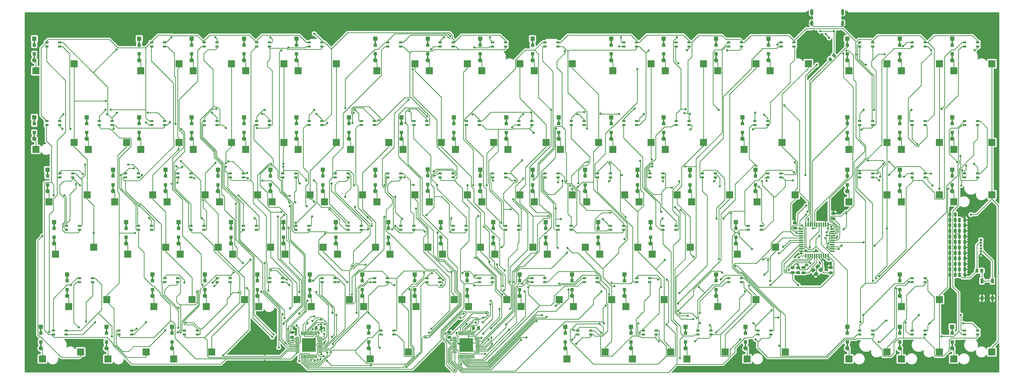
<source format=gbr>
%TF.GenerationSoftware,KiCad,Pcbnew,(6.0.1)*%
%TF.CreationDate,2022-03-06T15:28:15-08:00*%
%TF.ProjectId,Ramen80,52616d65-6e38-4302-9e6b-696361645f70,v1.0.0*%
%TF.SameCoordinates,Original*%
%TF.FileFunction,Copper,L2,Bot*%
%TF.FilePolarity,Positive*%
%FSLAX46Y46*%
G04 Gerber Fmt 4.6, Leading zero omitted, Abs format (unit mm)*
G04 Created by KiCad (PCBNEW (6.0.1)) date 2022-03-06 15:28:15*
%MOMM*%
%LPD*%
G01*
G04 APERTURE LIST*
G04 Aperture macros list*
%AMRoundRect*
0 Rectangle with rounded corners*
0 $1 Rounding radius*
0 $2 $3 $4 $5 $6 $7 $8 $9 X,Y pos of 4 corners*
0 Add a 4 corners polygon primitive as box body*
4,1,4,$2,$3,$4,$5,$6,$7,$8,$9,$2,$3,0*
0 Add four circle primitives for the rounded corners*
1,1,$1+$1,$2,$3*
1,1,$1+$1,$4,$5*
1,1,$1+$1,$6,$7*
1,1,$1+$1,$8,$9*
0 Add four rect primitives between the rounded corners*
20,1,$1+$1,$2,$3,$4,$5,0*
20,1,$1+$1,$4,$5,$6,$7,0*
20,1,$1+$1,$6,$7,$8,$9,0*
20,1,$1+$1,$8,$9,$2,$3,0*%
%AMRotRect*
0 Rectangle, with rotation*
0 The origin of the aperture is its center*
0 $1 length*
0 $2 width*
0 $3 Rotation angle, in degrees counterclockwise*
0 Add horizontal line*
21,1,$1,$2,0,0,$3*%
G04 Aperture macros list end*
%TA.AperFunction,EtchedComponent*%
%ADD10C,0.010000*%
%TD*%
%TA.AperFunction,SMDPad,CuDef*%
%ADD11RoundRect,0.243750X-0.150260X0.494975X-0.494975X0.150260X0.150260X-0.494975X0.494975X-0.150260X0*%
%TD*%
%TA.AperFunction,SMDPad,CuDef*%
%ADD12R,2.550000X2.500000*%
%TD*%
%TA.AperFunction,ComponentPad*%
%ADD13O,0.950000X1.900000*%
%TD*%
%TA.AperFunction,ComponentPad*%
%ADD14O,0.800000X1.600000*%
%TD*%
%TA.AperFunction,SMDPad,CuDef*%
%ADD15R,0.500000X2.500000*%
%TD*%
%TA.AperFunction,ComponentPad*%
%ADD16R,1.600000X1.600000*%
%TD*%
%TA.AperFunction,SMDPad,CuDef*%
%ADD17R,1.200000X1.200000*%
%TD*%
%TA.AperFunction,ComponentPad*%
%ADD18C,1.600000*%
%TD*%
%TA.AperFunction,SMDPad,CuDef*%
%ADD19R,1.300000X0.700000*%
%TD*%
%TA.AperFunction,SMDPad,CuDef*%
%ADD20RoundRect,0.250000X0.250000X0.475000X-0.250000X0.475000X-0.250000X-0.475000X0.250000X-0.475000X0*%
%TD*%
%TA.AperFunction,SMDPad,CuDef*%
%ADD21RoundRect,0.038500X0.761500X0.236500X-0.761500X0.236500X-0.761500X-0.236500X0.761500X-0.236500X0*%
%TD*%
%TA.AperFunction,SMDPad,CuDef*%
%ADD22RoundRect,0.038500X0.236500X-0.761500X0.236500X0.761500X-0.236500X0.761500X-0.236500X-0.761500X0*%
%TD*%
%TA.AperFunction,SMDPad,CuDef*%
%ADD23RoundRect,0.075000X0.662500X0.075000X-0.662500X0.075000X-0.662500X-0.075000X0.662500X-0.075000X0*%
%TD*%
%TA.AperFunction,SMDPad,CuDef*%
%ADD24RoundRect,0.075000X0.075000X0.662500X-0.075000X0.662500X-0.075000X-0.662500X0.075000X-0.662500X0*%
%TD*%
%TA.AperFunction,SMDPad,CuDef*%
%ADD25R,5.000000X5.000000*%
%TD*%
%TA.AperFunction,SMDPad,CuDef*%
%ADD26R,1.000000X1.700000*%
%TD*%
%TA.AperFunction,SMDPad,CuDef*%
%ADD27RoundRect,0.250000X0.450000X-0.262500X0.450000X0.262500X-0.450000X0.262500X-0.450000X-0.262500X0*%
%TD*%
%TA.AperFunction,SMDPad,CuDef*%
%ADD28RoundRect,0.250000X-0.262500X-0.450000X0.262500X-0.450000X0.262500X0.450000X-0.262500X0.450000X0*%
%TD*%
%TA.AperFunction,SMDPad,CuDef*%
%ADD29RoundRect,0.250000X-0.250000X-0.475000X0.250000X-0.475000X0.250000X0.475000X-0.250000X0.475000X0*%
%TD*%
%TA.AperFunction,SMDPad,CuDef*%
%ADD30RoundRect,0.250000X0.475000X-0.250000X0.475000X0.250000X-0.475000X0.250000X-0.475000X-0.250000X0*%
%TD*%
%TA.AperFunction,SMDPad,CuDef*%
%ADD31RotRect,1.200000X1.400000X130.000000*%
%TD*%
%TA.AperFunction,ComponentPad*%
%ADD32R,0.900000X0.900000*%
%TD*%
%TA.AperFunction,ComponentPad*%
%ADD33C,0.900000*%
%TD*%
%TA.AperFunction,SMDPad,CuDef*%
%ADD34RoundRect,0.250000X0.262500X0.450000X-0.262500X0.450000X-0.262500X-0.450000X0.262500X-0.450000X0*%
%TD*%
%TA.AperFunction,SMDPad,CuDef*%
%ADD35RoundRect,0.250000X-0.475000X0.250000X-0.475000X-0.250000X0.475000X-0.250000X0.475000X0.250000X0*%
%TD*%
%TA.AperFunction,ViaPad*%
%ADD36C,0.800000*%
%TD*%
%TA.AperFunction,Conductor*%
%ADD37C,0.250000*%
%TD*%
G04 APERTURE END LIST*
D10*
%TO.C,J2*%
X318315000Y-53512500D02*
X318341000Y-53513500D01*
X318341000Y-53513500D02*
X318367000Y-53515500D01*
X318367000Y-53515500D02*
X318393000Y-53518500D01*
X318393000Y-53518500D02*
X318419000Y-53523500D01*
X318419000Y-53523500D02*
X318444000Y-53529500D01*
X318444000Y-53529500D02*
X318470000Y-53536500D01*
X318470000Y-53536500D02*
X318494000Y-53545500D01*
X318494000Y-53545500D02*
X318518000Y-53555500D01*
X318518000Y-53555500D02*
X318542000Y-53566500D01*
X318542000Y-53566500D02*
X318565000Y-53579500D01*
X318565000Y-53579500D02*
X318587000Y-53593500D01*
X318587000Y-53593500D02*
X318609000Y-53607500D01*
X318609000Y-53607500D02*
X318630000Y-53623500D01*
X318630000Y-53623500D02*
X318650000Y-53640500D01*
X318650000Y-53640500D02*
X318669000Y-53658500D01*
X318669000Y-53658500D02*
X318687000Y-53677500D01*
X318687000Y-53677500D02*
X318704000Y-53697500D01*
X318704000Y-53697500D02*
X318720000Y-53718500D01*
X318720000Y-53718500D02*
X318734000Y-53740500D01*
X318734000Y-53740500D02*
X318748000Y-53762500D01*
X318748000Y-53762500D02*
X318761000Y-53785500D01*
X318761000Y-53785500D02*
X318772000Y-53809500D01*
X318772000Y-53809500D02*
X318782000Y-53833500D01*
X318782000Y-53833500D02*
X318791000Y-53857500D01*
X318791000Y-53857500D02*
X318798000Y-53883500D01*
X318798000Y-53883500D02*
X318804000Y-53908500D01*
X318804000Y-53908500D02*
X318809000Y-53934500D01*
X318809000Y-53934500D02*
X318812000Y-53960500D01*
X318812000Y-53960500D02*
X318814000Y-53986500D01*
X318814000Y-53986500D02*
X318815000Y-54012500D01*
X318815000Y-54012500D02*
X318815000Y-54812500D01*
X318815000Y-54812500D02*
X318814000Y-54838500D01*
X318814000Y-54838500D02*
X318812000Y-54864500D01*
X318812000Y-54864500D02*
X318809000Y-54890500D01*
X318809000Y-54890500D02*
X318804000Y-54916500D01*
X318804000Y-54916500D02*
X318798000Y-54941500D01*
X318798000Y-54941500D02*
X318791000Y-54967500D01*
X318791000Y-54967500D02*
X318782000Y-54991500D01*
X318782000Y-54991500D02*
X318772000Y-55015500D01*
X318772000Y-55015500D02*
X318761000Y-55039500D01*
X318761000Y-55039500D02*
X318748000Y-55062500D01*
X318748000Y-55062500D02*
X318734000Y-55084500D01*
X318734000Y-55084500D02*
X318720000Y-55106500D01*
X318720000Y-55106500D02*
X318704000Y-55127500D01*
X318704000Y-55127500D02*
X318687000Y-55147500D01*
X318687000Y-55147500D02*
X318669000Y-55166500D01*
X318669000Y-55166500D02*
X318650000Y-55184500D01*
X318650000Y-55184500D02*
X318630000Y-55201500D01*
X318630000Y-55201500D02*
X318609000Y-55217500D01*
X318609000Y-55217500D02*
X318587000Y-55231500D01*
X318587000Y-55231500D02*
X318565000Y-55245500D01*
X318565000Y-55245500D02*
X318542000Y-55258500D01*
X318542000Y-55258500D02*
X318518000Y-55269500D01*
X318518000Y-55269500D02*
X318494000Y-55279500D01*
X318494000Y-55279500D02*
X318470000Y-55288500D01*
X318470000Y-55288500D02*
X318444000Y-55295500D01*
X318444000Y-55295500D02*
X318419000Y-55301500D01*
X318419000Y-55301500D02*
X318393000Y-55306500D01*
X318393000Y-55306500D02*
X318367000Y-55309500D01*
X318367000Y-55309500D02*
X318341000Y-55311500D01*
X318341000Y-55311500D02*
X318315000Y-55312500D01*
X318315000Y-55312500D02*
X318289000Y-55311500D01*
X318289000Y-55311500D02*
X318263000Y-55309500D01*
X318263000Y-55309500D02*
X318237000Y-55306500D01*
X318237000Y-55306500D02*
X318211000Y-55301500D01*
X318211000Y-55301500D02*
X318186000Y-55295500D01*
X318186000Y-55295500D02*
X318160000Y-55288500D01*
X318160000Y-55288500D02*
X318136000Y-55279500D01*
X318136000Y-55279500D02*
X318112000Y-55269500D01*
X318112000Y-55269500D02*
X318088000Y-55258500D01*
X318088000Y-55258500D02*
X318065000Y-55245500D01*
X318065000Y-55245500D02*
X318043000Y-55231500D01*
X318043000Y-55231500D02*
X318021000Y-55217500D01*
X318021000Y-55217500D02*
X318000000Y-55201500D01*
X318000000Y-55201500D02*
X317980000Y-55184500D01*
X317980000Y-55184500D02*
X317961000Y-55166500D01*
X317961000Y-55166500D02*
X317943000Y-55147500D01*
X317943000Y-55147500D02*
X317926000Y-55127500D01*
X317926000Y-55127500D02*
X317910000Y-55106500D01*
X317910000Y-55106500D02*
X317896000Y-55084500D01*
X317896000Y-55084500D02*
X317882000Y-55062500D01*
X317882000Y-55062500D02*
X317869000Y-55039500D01*
X317869000Y-55039500D02*
X317858000Y-55015500D01*
X317858000Y-55015500D02*
X317848000Y-54991500D01*
X317848000Y-54991500D02*
X317839000Y-54967500D01*
X317839000Y-54967500D02*
X317832000Y-54941500D01*
X317832000Y-54941500D02*
X317826000Y-54916500D01*
X317826000Y-54916500D02*
X317821000Y-54890500D01*
X317821000Y-54890500D02*
X317818000Y-54864500D01*
X317818000Y-54864500D02*
X317816000Y-54838500D01*
X317816000Y-54838500D02*
X317815000Y-54812500D01*
X317815000Y-54812500D02*
X317815000Y-54012500D01*
X317815000Y-54012500D02*
X317816000Y-53986500D01*
X317816000Y-53986500D02*
X317818000Y-53960500D01*
X317818000Y-53960500D02*
X317821000Y-53934500D01*
X317821000Y-53934500D02*
X317826000Y-53908500D01*
X317826000Y-53908500D02*
X317832000Y-53883500D01*
X317832000Y-53883500D02*
X317839000Y-53857500D01*
X317839000Y-53857500D02*
X317848000Y-53833500D01*
X317848000Y-53833500D02*
X317858000Y-53809500D01*
X317858000Y-53809500D02*
X317869000Y-53785500D01*
X317869000Y-53785500D02*
X317882000Y-53762500D01*
X317882000Y-53762500D02*
X317896000Y-53740500D01*
X317896000Y-53740500D02*
X317910000Y-53718500D01*
X317910000Y-53718500D02*
X317926000Y-53697500D01*
X317926000Y-53697500D02*
X317943000Y-53677500D01*
X317943000Y-53677500D02*
X317961000Y-53658500D01*
X317961000Y-53658500D02*
X317980000Y-53640500D01*
X317980000Y-53640500D02*
X318000000Y-53623500D01*
X318000000Y-53623500D02*
X318021000Y-53607500D01*
X318021000Y-53607500D02*
X318043000Y-53593500D01*
X318043000Y-53593500D02*
X318065000Y-53579500D01*
X318065000Y-53579500D02*
X318088000Y-53566500D01*
X318088000Y-53566500D02*
X318112000Y-53555500D01*
X318112000Y-53555500D02*
X318136000Y-53545500D01*
X318136000Y-53545500D02*
X318160000Y-53536500D01*
X318160000Y-53536500D02*
X318186000Y-53529500D01*
X318186000Y-53529500D02*
X318211000Y-53523500D01*
X318211000Y-53523500D02*
X318237000Y-53518500D01*
X318237000Y-53518500D02*
X318263000Y-53515500D01*
X318263000Y-53515500D02*
X318289000Y-53513500D01*
X318289000Y-53513500D02*
X318315000Y-53512500D01*
X318315000Y-53512500D02*
X318315000Y-53512500D01*
G36*
X318341000Y-53513500D02*
G01*
X318367000Y-53515500D01*
X318393000Y-53518500D01*
X318419000Y-53523500D01*
X318444000Y-53529500D01*
X318470000Y-53536500D01*
X318494000Y-53545500D01*
X318518000Y-53555500D01*
X318542000Y-53566500D01*
X318565000Y-53579500D01*
X318609000Y-53607500D01*
X318630000Y-53623500D01*
X318650000Y-53640500D01*
X318669000Y-53658500D01*
X318687000Y-53677500D01*
X318704000Y-53697500D01*
X318720000Y-53718500D01*
X318748000Y-53762500D01*
X318761000Y-53785500D01*
X318772000Y-53809500D01*
X318782000Y-53833500D01*
X318791000Y-53857500D01*
X318798000Y-53883500D01*
X318804000Y-53908500D01*
X318809000Y-53934500D01*
X318812000Y-53960500D01*
X318814000Y-53986500D01*
X318815000Y-54012500D01*
X318815000Y-54812500D01*
X318814000Y-54838500D01*
X318812000Y-54864500D01*
X318809000Y-54890500D01*
X318804000Y-54916500D01*
X318798000Y-54941500D01*
X318791000Y-54967500D01*
X318782000Y-54991500D01*
X318772000Y-55015500D01*
X318761000Y-55039500D01*
X318748000Y-55062500D01*
X318720000Y-55106500D01*
X318704000Y-55127500D01*
X318687000Y-55147500D01*
X318669000Y-55166500D01*
X318650000Y-55184500D01*
X318630000Y-55201500D01*
X318609000Y-55217500D01*
X318565000Y-55245500D01*
X318542000Y-55258500D01*
X318518000Y-55269500D01*
X318494000Y-55279500D01*
X318470000Y-55288500D01*
X318444000Y-55295500D01*
X318419000Y-55301500D01*
X318393000Y-55306500D01*
X318367000Y-55309500D01*
X318341000Y-55311500D01*
X318315000Y-55312500D01*
X318289000Y-55311500D01*
X318263000Y-55309500D01*
X318237000Y-55306500D01*
X318211000Y-55301500D01*
X318186000Y-55295500D01*
X318160000Y-55288500D01*
X318136000Y-55279500D01*
X318112000Y-55269500D01*
X318088000Y-55258500D01*
X318065000Y-55245500D01*
X318021000Y-55217500D01*
X318000000Y-55201500D01*
X317980000Y-55184500D01*
X317961000Y-55166500D01*
X317943000Y-55147500D01*
X317926000Y-55127500D01*
X317910000Y-55106500D01*
X317882000Y-55062500D01*
X317869000Y-55039500D01*
X317858000Y-55015500D01*
X317848000Y-54991500D01*
X317839000Y-54967500D01*
X317832000Y-54941500D01*
X317826000Y-54916500D01*
X317821000Y-54890500D01*
X317818000Y-54864500D01*
X317816000Y-54838500D01*
X317815000Y-54812500D01*
X317815000Y-54012500D01*
X317816000Y-53986500D01*
X317818000Y-53960500D01*
X317821000Y-53934500D01*
X317826000Y-53908500D01*
X317832000Y-53883500D01*
X317839000Y-53857500D01*
X317848000Y-53833500D01*
X317858000Y-53809500D01*
X317869000Y-53785500D01*
X317882000Y-53762500D01*
X317910000Y-53718500D01*
X317926000Y-53697500D01*
X317943000Y-53677500D01*
X317961000Y-53658500D01*
X317980000Y-53640500D01*
X318000000Y-53623500D01*
X318021000Y-53607500D01*
X318065000Y-53579500D01*
X318088000Y-53566500D01*
X318112000Y-53555500D01*
X318136000Y-53545500D01*
X318160000Y-53536500D01*
X318186000Y-53529500D01*
X318211000Y-53523500D01*
X318237000Y-53518500D01*
X318263000Y-53515500D01*
X318289000Y-53513500D01*
X318315000Y-53512500D01*
X318341000Y-53513500D01*
G37*
X318341000Y-53513500D02*
X318367000Y-53515500D01*
X318393000Y-53518500D01*
X318419000Y-53523500D01*
X318444000Y-53529500D01*
X318470000Y-53536500D01*
X318494000Y-53545500D01*
X318518000Y-53555500D01*
X318542000Y-53566500D01*
X318565000Y-53579500D01*
X318609000Y-53607500D01*
X318630000Y-53623500D01*
X318650000Y-53640500D01*
X318669000Y-53658500D01*
X318687000Y-53677500D01*
X318704000Y-53697500D01*
X318720000Y-53718500D01*
X318748000Y-53762500D01*
X318761000Y-53785500D01*
X318772000Y-53809500D01*
X318782000Y-53833500D01*
X318791000Y-53857500D01*
X318798000Y-53883500D01*
X318804000Y-53908500D01*
X318809000Y-53934500D01*
X318812000Y-53960500D01*
X318814000Y-53986500D01*
X318815000Y-54012500D01*
X318815000Y-54812500D01*
X318814000Y-54838500D01*
X318812000Y-54864500D01*
X318809000Y-54890500D01*
X318804000Y-54916500D01*
X318798000Y-54941500D01*
X318791000Y-54967500D01*
X318782000Y-54991500D01*
X318772000Y-55015500D01*
X318761000Y-55039500D01*
X318748000Y-55062500D01*
X318720000Y-55106500D01*
X318704000Y-55127500D01*
X318687000Y-55147500D01*
X318669000Y-55166500D01*
X318650000Y-55184500D01*
X318630000Y-55201500D01*
X318609000Y-55217500D01*
X318565000Y-55245500D01*
X318542000Y-55258500D01*
X318518000Y-55269500D01*
X318494000Y-55279500D01*
X318470000Y-55288500D01*
X318444000Y-55295500D01*
X318419000Y-55301500D01*
X318393000Y-55306500D01*
X318367000Y-55309500D01*
X318341000Y-55311500D01*
X318315000Y-55312500D01*
X318289000Y-55311500D01*
X318263000Y-55309500D01*
X318237000Y-55306500D01*
X318211000Y-55301500D01*
X318186000Y-55295500D01*
X318160000Y-55288500D01*
X318136000Y-55279500D01*
X318112000Y-55269500D01*
X318088000Y-55258500D01*
X318065000Y-55245500D01*
X318021000Y-55217500D01*
X318000000Y-55201500D01*
X317980000Y-55184500D01*
X317961000Y-55166500D01*
X317943000Y-55147500D01*
X317926000Y-55127500D01*
X317910000Y-55106500D01*
X317882000Y-55062500D01*
X317869000Y-55039500D01*
X317858000Y-55015500D01*
X317848000Y-54991500D01*
X317839000Y-54967500D01*
X317832000Y-54941500D01*
X317826000Y-54916500D01*
X317821000Y-54890500D01*
X317818000Y-54864500D01*
X317816000Y-54838500D01*
X317815000Y-54812500D01*
X317815000Y-54012500D01*
X317816000Y-53986500D01*
X317818000Y-53960500D01*
X317821000Y-53934500D01*
X317826000Y-53908500D01*
X317832000Y-53883500D01*
X317839000Y-53857500D01*
X317848000Y-53833500D01*
X317858000Y-53809500D01*
X317869000Y-53785500D01*
X317882000Y-53762500D01*
X317910000Y-53718500D01*
X317926000Y-53697500D01*
X317943000Y-53677500D01*
X317961000Y-53658500D01*
X317980000Y-53640500D01*
X318000000Y-53623500D01*
X318021000Y-53607500D01*
X318065000Y-53579500D01*
X318088000Y-53566500D01*
X318112000Y-53555500D01*
X318136000Y-53545500D01*
X318160000Y-53536500D01*
X318186000Y-53529500D01*
X318211000Y-53523500D01*
X318237000Y-53518500D01*
X318263000Y-53515500D01*
X318289000Y-53513500D01*
X318315000Y-53512500D01*
X318341000Y-53513500D01*
X329555000Y-53512500D02*
X329581000Y-53513500D01*
X329581000Y-53513500D02*
X329607000Y-53515500D01*
X329607000Y-53515500D02*
X329633000Y-53518500D01*
X329633000Y-53518500D02*
X329659000Y-53523500D01*
X329659000Y-53523500D02*
X329684000Y-53529500D01*
X329684000Y-53529500D02*
X329710000Y-53536500D01*
X329710000Y-53536500D02*
X329734000Y-53545500D01*
X329734000Y-53545500D02*
X329758000Y-53555500D01*
X329758000Y-53555500D02*
X329782000Y-53566500D01*
X329782000Y-53566500D02*
X329805000Y-53579500D01*
X329805000Y-53579500D02*
X329827000Y-53593500D01*
X329827000Y-53593500D02*
X329849000Y-53607500D01*
X329849000Y-53607500D02*
X329870000Y-53623500D01*
X329870000Y-53623500D02*
X329890000Y-53640500D01*
X329890000Y-53640500D02*
X329909000Y-53658500D01*
X329909000Y-53658500D02*
X329927000Y-53677500D01*
X329927000Y-53677500D02*
X329944000Y-53697500D01*
X329944000Y-53697500D02*
X329960000Y-53718500D01*
X329960000Y-53718500D02*
X329974000Y-53740500D01*
X329974000Y-53740500D02*
X329988000Y-53762500D01*
X329988000Y-53762500D02*
X330001000Y-53785500D01*
X330001000Y-53785500D02*
X330012000Y-53809500D01*
X330012000Y-53809500D02*
X330022000Y-53833500D01*
X330022000Y-53833500D02*
X330031000Y-53857500D01*
X330031000Y-53857500D02*
X330038000Y-53883500D01*
X330038000Y-53883500D02*
X330044000Y-53908500D01*
X330044000Y-53908500D02*
X330049000Y-53934500D01*
X330049000Y-53934500D02*
X330052000Y-53960500D01*
X330052000Y-53960500D02*
X330054000Y-53986500D01*
X330054000Y-53986500D02*
X330055000Y-54012500D01*
X330055000Y-54012500D02*
X330055000Y-54812500D01*
X330055000Y-54812500D02*
X330054000Y-54838500D01*
X330054000Y-54838500D02*
X330052000Y-54864500D01*
X330052000Y-54864500D02*
X330049000Y-54890500D01*
X330049000Y-54890500D02*
X330044000Y-54916500D01*
X330044000Y-54916500D02*
X330038000Y-54941500D01*
X330038000Y-54941500D02*
X330031000Y-54967500D01*
X330031000Y-54967500D02*
X330022000Y-54991500D01*
X330022000Y-54991500D02*
X330012000Y-55015500D01*
X330012000Y-55015500D02*
X330001000Y-55039500D01*
X330001000Y-55039500D02*
X329988000Y-55062500D01*
X329988000Y-55062500D02*
X329974000Y-55084500D01*
X329974000Y-55084500D02*
X329960000Y-55106500D01*
X329960000Y-55106500D02*
X329944000Y-55127500D01*
X329944000Y-55127500D02*
X329927000Y-55147500D01*
X329927000Y-55147500D02*
X329909000Y-55166500D01*
X329909000Y-55166500D02*
X329890000Y-55184500D01*
X329890000Y-55184500D02*
X329870000Y-55201500D01*
X329870000Y-55201500D02*
X329849000Y-55217500D01*
X329849000Y-55217500D02*
X329827000Y-55231500D01*
X329827000Y-55231500D02*
X329805000Y-55245500D01*
X329805000Y-55245500D02*
X329782000Y-55258500D01*
X329782000Y-55258500D02*
X329758000Y-55269500D01*
X329758000Y-55269500D02*
X329734000Y-55279500D01*
X329734000Y-55279500D02*
X329710000Y-55288500D01*
X329710000Y-55288500D02*
X329684000Y-55295500D01*
X329684000Y-55295500D02*
X329659000Y-55301500D01*
X329659000Y-55301500D02*
X329633000Y-55306500D01*
X329633000Y-55306500D02*
X329607000Y-55309500D01*
X329607000Y-55309500D02*
X329581000Y-55311500D01*
X329581000Y-55311500D02*
X329555000Y-55312500D01*
X329555000Y-55312500D02*
X329529000Y-55311500D01*
X329529000Y-55311500D02*
X329503000Y-55309500D01*
X329503000Y-55309500D02*
X329477000Y-55306500D01*
X329477000Y-55306500D02*
X329451000Y-55301500D01*
X329451000Y-55301500D02*
X329426000Y-55295500D01*
X329426000Y-55295500D02*
X329400000Y-55288500D01*
X329400000Y-55288500D02*
X329376000Y-55279500D01*
X329376000Y-55279500D02*
X329352000Y-55269500D01*
X329352000Y-55269500D02*
X329328000Y-55258500D01*
X329328000Y-55258500D02*
X329305000Y-55245500D01*
X329305000Y-55245500D02*
X329283000Y-55231500D01*
X329283000Y-55231500D02*
X329261000Y-55217500D01*
X329261000Y-55217500D02*
X329240000Y-55201500D01*
X329240000Y-55201500D02*
X329220000Y-55184500D01*
X329220000Y-55184500D02*
X329201000Y-55166500D01*
X329201000Y-55166500D02*
X329183000Y-55147500D01*
X329183000Y-55147500D02*
X329166000Y-55127500D01*
X329166000Y-55127500D02*
X329150000Y-55106500D01*
X329150000Y-55106500D02*
X329136000Y-55084500D01*
X329136000Y-55084500D02*
X329122000Y-55062500D01*
X329122000Y-55062500D02*
X329109000Y-55039500D01*
X329109000Y-55039500D02*
X329098000Y-55015500D01*
X329098000Y-55015500D02*
X329088000Y-54991500D01*
X329088000Y-54991500D02*
X329079000Y-54967500D01*
X329079000Y-54967500D02*
X329072000Y-54941500D01*
X329072000Y-54941500D02*
X329066000Y-54916500D01*
X329066000Y-54916500D02*
X329061000Y-54890500D01*
X329061000Y-54890500D02*
X329058000Y-54864500D01*
X329058000Y-54864500D02*
X329056000Y-54838500D01*
X329056000Y-54838500D02*
X329055000Y-54812500D01*
X329055000Y-54812500D02*
X329055000Y-54012500D01*
X329055000Y-54012500D02*
X329056000Y-53986500D01*
X329056000Y-53986500D02*
X329058000Y-53960500D01*
X329058000Y-53960500D02*
X329061000Y-53934500D01*
X329061000Y-53934500D02*
X329066000Y-53908500D01*
X329066000Y-53908500D02*
X329072000Y-53883500D01*
X329072000Y-53883500D02*
X329079000Y-53857500D01*
X329079000Y-53857500D02*
X329088000Y-53833500D01*
X329088000Y-53833500D02*
X329098000Y-53809500D01*
X329098000Y-53809500D02*
X329109000Y-53785500D01*
X329109000Y-53785500D02*
X329122000Y-53762500D01*
X329122000Y-53762500D02*
X329136000Y-53740500D01*
X329136000Y-53740500D02*
X329150000Y-53718500D01*
X329150000Y-53718500D02*
X329166000Y-53697500D01*
X329166000Y-53697500D02*
X329183000Y-53677500D01*
X329183000Y-53677500D02*
X329201000Y-53658500D01*
X329201000Y-53658500D02*
X329220000Y-53640500D01*
X329220000Y-53640500D02*
X329240000Y-53623500D01*
X329240000Y-53623500D02*
X329261000Y-53607500D01*
X329261000Y-53607500D02*
X329283000Y-53593500D01*
X329283000Y-53593500D02*
X329305000Y-53579500D01*
X329305000Y-53579500D02*
X329328000Y-53566500D01*
X329328000Y-53566500D02*
X329352000Y-53555500D01*
X329352000Y-53555500D02*
X329376000Y-53545500D01*
X329376000Y-53545500D02*
X329400000Y-53536500D01*
X329400000Y-53536500D02*
X329426000Y-53529500D01*
X329426000Y-53529500D02*
X329451000Y-53523500D01*
X329451000Y-53523500D02*
X329477000Y-53518500D01*
X329477000Y-53518500D02*
X329503000Y-53515500D01*
X329503000Y-53515500D02*
X329529000Y-53513500D01*
X329529000Y-53513500D02*
X329555000Y-53512500D01*
X329555000Y-53512500D02*
X329555000Y-53512500D01*
G36*
X329581000Y-53513500D02*
G01*
X329607000Y-53515500D01*
X329633000Y-53518500D01*
X329659000Y-53523500D01*
X329684000Y-53529500D01*
X329710000Y-53536500D01*
X329734000Y-53545500D01*
X329758000Y-53555500D01*
X329782000Y-53566500D01*
X329805000Y-53579500D01*
X329849000Y-53607500D01*
X329870000Y-53623500D01*
X329890000Y-53640500D01*
X329909000Y-53658500D01*
X329927000Y-53677500D01*
X329944000Y-53697500D01*
X329960000Y-53718500D01*
X329988000Y-53762500D01*
X330001000Y-53785500D01*
X330012000Y-53809500D01*
X330022000Y-53833500D01*
X330031000Y-53857500D01*
X330038000Y-53883500D01*
X330044000Y-53908500D01*
X330049000Y-53934500D01*
X330052000Y-53960500D01*
X330054000Y-53986500D01*
X330055000Y-54012500D01*
X330055000Y-54812500D01*
X330054000Y-54838500D01*
X330052000Y-54864500D01*
X330049000Y-54890500D01*
X330044000Y-54916500D01*
X330038000Y-54941500D01*
X330031000Y-54967500D01*
X330022000Y-54991500D01*
X330012000Y-55015500D01*
X330001000Y-55039500D01*
X329988000Y-55062500D01*
X329960000Y-55106500D01*
X329944000Y-55127500D01*
X329927000Y-55147500D01*
X329909000Y-55166500D01*
X329890000Y-55184500D01*
X329870000Y-55201500D01*
X329849000Y-55217500D01*
X329805000Y-55245500D01*
X329782000Y-55258500D01*
X329758000Y-55269500D01*
X329734000Y-55279500D01*
X329710000Y-55288500D01*
X329684000Y-55295500D01*
X329659000Y-55301500D01*
X329633000Y-55306500D01*
X329607000Y-55309500D01*
X329581000Y-55311500D01*
X329555000Y-55312500D01*
X329529000Y-55311500D01*
X329503000Y-55309500D01*
X329477000Y-55306500D01*
X329451000Y-55301500D01*
X329426000Y-55295500D01*
X329400000Y-55288500D01*
X329376000Y-55279500D01*
X329352000Y-55269500D01*
X329328000Y-55258500D01*
X329305000Y-55245500D01*
X329261000Y-55217500D01*
X329240000Y-55201500D01*
X329220000Y-55184500D01*
X329201000Y-55166500D01*
X329183000Y-55147500D01*
X329166000Y-55127500D01*
X329150000Y-55106500D01*
X329122000Y-55062500D01*
X329109000Y-55039500D01*
X329098000Y-55015500D01*
X329088000Y-54991500D01*
X329079000Y-54967500D01*
X329072000Y-54941500D01*
X329066000Y-54916500D01*
X329061000Y-54890500D01*
X329058000Y-54864500D01*
X329056000Y-54838500D01*
X329055000Y-54812500D01*
X329055000Y-54012500D01*
X329056000Y-53986500D01*
X329058000Y-53960500D01*
X329061000Y-53934500D01*
X329066000Y-53908500D01*
X329072000Y-53883500D01*
X329079000Y-53857500D01*
X329088000Y-53833500D01*
X329098000Y-53809500D01*
X329109000Y-53785500D01*
X329122000Y-53762500D01*
X329150000Y-53718500D01*
X329166000Y-53697500D01*
X329183000Y-53677500D01*
X329201000Y-53658500D01*
X329220000Y-53640500D01*
X329240000Y-53623500D01*
X329261000Y-53607500D01*
X329305000Y-53579500D01*
X329328000Y-53566500D01*
X329352000Y-53555500D01*
X329376000Y-53545500D01*
X329400000Y-53536500D01*
X329426000Y-53529500D01*
X329451000Y-53523500D01*
X329477000Y-53518500D01*
X329503000Y-53515500D01*
X329529000Y-53513500D01*
X329555000Y-53512500D01*
X329581000Y-53513500D01*
G37*
X329581000Y-53513500D02*
X329607000Y-53515500D01*
X329633000Y-53518500D01*
X329659000Y-53523500D01*
X329684000Y-53529500D01*
X329710000Y-53536500D01*
X329734000Y-53545500D01*
X329758000Y-53555500D01*
X329782000Y-53566500D01*
X329805000Y-53579500D01*
X329849000Y-53607500D01*
X329870000Y-53623500D01*
X329890000Y-53640500D01*
X329909000Y-53658500D01*
X329927000Y-53677500D01*
X329944000Y-53697500D01*
X329960000Y-53718500D01*
X329988000Y-53762500D01*
X330001000Y-53785500D01*
X330012000Y-53809500D01*
X330022000Y-53833500D01*
X330031000Y-53857500D01*
X330038000Y-53883500D01*
X330044000Y-53908500D01*
X330049000Y-53934500D01*
X330052000Y-53960500D01*
X330054000Y-53986500D01*
X330055000Y-54012500D01*
X330055000Y-54812500D01*
X330054000Y-54838500D01*
X330052000Y-54864500D01*
X330049000Y-54890500D01*
X330044000Y-54916500D01*
X330038000Y-54941500D01*
X330031000Y-54967500D01*
X330022000Y-54991500D01*
X330012000Y-55015500D01*
X330001000Y-55039500D01*
X329988000Y-55062500D01*
X329960000Y-55106500D01*
X329944000Y-55127500D01*
X329927000Y-55147500D01*
X329909000Y-55166500D01*
X329890000Y-55184500D01*
X329870000Y-55201500D01*
X329849000Y-55217500D01*
X329805000Y-55245500D01*
X329782000Y-55258500D01*
X329758000Y-55269500D01*
X329734000Y-55279500D01*
X329710000Y-55288500D01*
X329684000Y-55295500D01*
X329659000Y-55301500D01*
X329633000Y-55306500D01*
X329607000Y-55309500D01*
X329581000Y-55311500D01*
X329555000Y-55312500D01*
X329529000Y-55311500D01*
X329503000Y-55309500D01*
X329477000Y-55306500D01*
X329451000Y-55301500D01*
X329426000Y-55295500D01*
X329400000Y-55288500D01*
X329376000Y-55279500D01*
X329352000Y-55269500D01*
X329328000Y-55258500D01*
X329305000Y-55245500D01*
X329261000Y-55217500D01*
X329240000Y-55201500D01*
X329220000Y-55184500D01*
X329201000Y-55166500D01*
X329183000Y-55147500D01*
X329166000Y-55127500D01*
X329150000Y-55106500D01*
X329122000Y-55062500D01*
X329109000Y-55039500D01*
X329098000Y-55015500D01*
X329088000Y-54991500D01*
X329079000Y-54967500D01*
X329072000Y-54941500D01*
X329066000Y-54916500D01*
X329061000Y-54890500D01*
X329058000Y-54864500D01*
X329056000Y-54838500D01*
X329055000Y-54812500D01*
X329055000Y-54012500D01*
X329056000Y-53986500D01*
X329058000Y-53960500D01*
X329061000Y-53934500D01*
X329066000Y-53908500D01*
X329072000Y-53883500D01*
X329079000Y-53857500D01*
X329088000Y-53833500D01*
X329098000Y-53809500D01*
X329109000Y-53785500D01*
X329122000Y-53762500D01*
X329150000Y-53718500D01*
X329166000Y-53697500D01*
X329183000Y-53677500D01*
X329201000Y-53658500D01*
X329220000Y-53640500D01*
X329240000Y-53623500D01*
X329261000Y-53607500D01*
X329305000Y-53579500D01*
X329328000Y-53566500D01*
X329352000Y-53555500D01*
X329376000Y-53545500D01*
X329400000Y-53536500D01*
X329426000Y-53529500D01*
X329451000Y-53523500D01*
X329477000Y-53518500D01*
X329503000Y-53515500D01*
X329529000Y-53513500D01*
X329555000Y-53512500D01*
X329581000Y-53513500D01*
X329555000Y-49312500D02*
X329581000Y-49313500D01*
X329581000Y-49313500D02*
X329607000Y-49315500D01*
X329607000Y-49315500D02*
X329633000Y-49318500D01*
X329633000Y-49318500D02*
X329659000Y-49323500D01*
X329659000Y-49323500D02*
X329684000Y-49329500D01*
X329684000Y-49329500D02*
X329710000Y-49336500D01*
X329710000Y-49336500D02*
X329734000Y-49345500D01*
X329734000Y-49345500D02*
X329758000Y-49355500D01*
X329758000Y-49355500D02*
X329782000Y-49366500D01*
X329782000Y-49366500D02*
X329805000Y-49379500D01*
X329805000Y-49379500D02*
X329827000Y-49393500D01*
X329827000Y-49393500D02*
X329849000Y-49407500D01*
X329849000Y-49407500D02*
X329870000Y-49423500D01*
X329870000Y-49423500D02*
X329890000Y-49440500D01*
X329890000Y-49440500D02*
X329909000Y-49458500D01*
X329909000Y-49458500D02*
X329927000Y-49477500D01*
X329927000Y-49477500D02*
X329944000Y-49497500D01*
X329944000Y-49497500D02*
X329960000Y-49518500D01*
X329960000Y-49518500D02*
X329974000Y-49540500D01*
X329974000Y-49540500D02*
X329988000Y-49562500D01*
X329988000Y-49562500D02*
X330001000Y-49585500D01*
X330001000Y-49585500D02*
X330012000Y-49609500D01*
X330012000Y-49609500D02*
X330022000Y-49633500D01*
X330022000Y-49633500D02*
X330031000Y-49657500D01*
X330031000Y-49657500D02*
X330038000Y-49683500D01*
X330038000Y-49683500D02*
X330044000Y-49708500D01*
X330044000Y-49708500D02*
X330049000Y-49734500D01*
X330049000Y-49734500D02*
X330052000Y-49760500D01*
X330052000Y-49760500D02*
X330054000Y-49786500D01*
X330054000Y-49786500D02*
X330055000Y-49812500D01*
X330055000Y-49812500D02*
X330055000Y-51012500D01*
X330055000Y-51012500D02*
X330054000Y-51038500D01*
X330054000Y-51038500D02*
X330052000Y-51064500D01*
X330052000Y-51064500D02*
X330049000Y-51090500D01*
X330049000Y-51090500D02*
X330044000Y-51116500D01*
X330044000Y-51116500D02*
X330038000Y-51141500D01*
X330038000Y-51141500D02*
X330031000Y-51167500D01*
X330031000Y-51167500D02*
X330022000Y-51191500D01*
X330022000Y-51191500D02*
X330012000Y-51215500D01*
X330012000Y-51215500D02*
X330001000Y-51239500D01*
X330001000Y-51239500D02*
X329988000Y-51262500D01*
X329988000Y-51262500D02*
X329974000Y-51284500D01*
X329974000Y-51284500D02*
X329960000Y-51306500D01*
X329960000Y-51306500D02*
X329944000Y-51327500D01*
X329944000Y-51327500D02*
X329927000Y-51347500D01*
X329927000Y-51347500D02*
X329909000Y-51366500D01*
X329909000Y-51366500D02*
X329890000Y-51384500D01*
X329890000Y-51384500D02*
X329870000Y-51401500D01*
X329870000Y-51401500D02*
X329849000Y-51417500D01*
X329849000Y-51417500D02*
X329827000Y-51431500D01*
X329827000Y-51431500D02*
X329805000Y-51445500D01*
X329805000Y-51445500D02*
X329782000Y-51458500D01*
X329782000Y-51458500D02*
X329758000Y-51469500D01*
X329758000Y-51469500D02*
X329734000Y-51479500D01*
X329734000Y-51479500D02*
X329710000Y-51488500D01*
X329710000Y-51488500D02*
X329684000Y-51495500D01*
X329684000Y-51495500D02*
X329659000Y-51501500D01*
X329659000Y-51501500D02*
X329633000Y-51506500D01*
X329633000Y-51506500D02*
X329607000Y-51509500D01*
X329607000Y-51509500D02*
X329581000Y-51511500D01*
X329581000Y-51511500D02*
X329555000Y-51512500D01*
X329555000Y-51512500D02*
X329529000Y-51511500D01*
X329529000Y-51511500D02*
X329503000Y-51509500D01*
X329503000Y-51509500D02*
X329477000Y-51506500D01*
X329477000Y-51506500D02*
X329451000Y-51501500D01*
X329451000Y-51501500D02*
X329426000Y-51495500D01*
X329426000Y-51495500D02*
X329400000Y-51488500D01*
X329400000Y-51488500D02*
X329376000Y-51479500D01*
X329376000Y-51479500D02*
X329352000Y-51469500D01*
X329352000Y-51469500D02*
X329328000Y-51458500D01*
X329328000Y-51458500D02*
X329305000Y-51445500D01*
X329305000Y-51445500D02*
X329283000Y-51431500D01*
X329283000Y-51431500D02*
X329261000Y-51417500D01*
X329261000Y-51417500D02*
X329240000Y-51401500D01*
X329240000Y-51401500D02*
X329220000Y-51384500D01*
X329220000Y-51384500D02*
X329201000Y-51366500D01*
X329201000Y-51366500D02*
X329183000Y-51347500D01*
X329183000Y-51347500D02*
X329166000Y-51327500D01*
X329166000Y-51327500D02*
X329150000Y-51306500D01*
X329150000Y-51306500D02*
X329136000Y-51284500D01*
X329136000Y-51284500D02*
X329122000Y-51262500D01*
X329122000Y-51262500D02*
X329109000Y-51239500D01*
X329109000Y-51239500D02*
X329098000Y-51215500D01*
X329098000Y-51215500D02*
X329088000Y-51191500D01*
X329088000Y-51191500D02*
X329079000Y-51167500D01*
X329079000Y-51167500D02*
X329072000Y-51141500D01*
X329072000Y-51141500D02*
X329066000Y-51116500D01*
X329066000Y-51116500D02*
X329061000Y-51090500D01*
X329061000Y-51090500D02*
X329058000Y-51064500D01*
X329058000Y-51064500D02*
X329056000Y-51038500D01*
X329056000Y-51038500D02*
X329055000Y-51012500D01*
X329055000Y-51012500D02*
X329055000Y-49812500D01*
X329055000Y-49812500D02*
X329056000Y-49786500D01*
X329056000Y-49786500D02*
X329058000Y-49760500D01*
X329058000Y-49760500D02*
X329061000Y-49734500D01*
X329061000Y-49734500D02*
X329066000Y-49708500D01*
X329066000Y-49708500D02*
X329072000Y-49683500D01*
X329072000Y-49683500D02*
X329079000Y-49657500D01*
X329079000Y-49657500D02*
X329088000Y-49633500D01*
X329088000Y-49633500D02*
X329098000Y-49609500D01*
X329098000Y-49609500D02*
X329109000Y-49585500D01*
X329109000Y-49585500D02*
X329122000Y-49562500D01*
X329122000Y-49562500D02*
X329136000Y-49540500D01*
X329136000Y-49540500D02*
X329150000Y-49518500D01*
X329150000Y-49518500D02*
X329166000Y-49497500D01*
X329166000Y-49497500D02*
X329183000Y-49477500D01*
X329183000Y-49477500D02*
X329201000Y-49458500D01*
X329201000Y-49458500D02*
X329220000Y-49440500D01*
X329220000Y-49440500D02*
X329240000Y-49423500D01*
X329240000Y-49423500D02*
X329261000Y-49407500D01*
X329261000Y-49407500D02*
X329283000Y-49393500D01*
X329283000Y-49393500D02*
X329305000Y-49379500D01*
X329305000Y-49379500D02*
X329328000Y-49366500D01*
X329328000Y-49366500D02*
X329352000Y-49355500D01*
X329352000Y-49355500D02*
X329376000Y-49345500D01*
X329376000Y-49345500D02*
X329400000Y-49336500D01*
X329400000Y-49336500D02*
X329426000Y-49329500D01*
X329426000Y-49329500D02*
X329451000Y-49323500D01*
X329451000Y-49323500D02*
X329477000Y-49318500D01*
X329477000Y-49318500D02*
X329503000Y-49315500D01*
X329503000Y-49315500D02*
X329529000Y-49313500D01*
X329529000Y-49313500D02*
X329555000Y-49312500D01*
X329555000Y-49312500D02*
X329555000Y-49312500D01*
G36*
X329581000Y-49313500D02*
G01*
X329607000Y-49315500D01*
X329633000Y-49318500D01*
X329659000Y-49323500D01*
X329684000Y-49329500D01*
X329710000Y-49336500D01*
X329734000Y-49345500D01*
X329758000Y-49355500D01*
X329782000Y-49366500D01*
X329805000Y-49379500D01*
X329849000Y-49407500D01*
X329870000Y-49423500D01*
X329890000Y-49440500D01*
X329909000Y-49458500D01*
X329927000Y-49477500D01*
X329944000Y-49497500D01*
X329960000Y-49518500D01*
X329988000Y-49562500D01*
X330001000Y-49585500D01*
X330012000Y-49609500D01*
X330022000Y-49633500D01*
X330031000Y-49657500D01*
X330038000Y-49683500D01*
X330044000Y-49708500D01*
X330049000Y-49734500D01*
X330052000Y-49760500D01*
X330054000Y-49786500D01*
X330055000Y-49812500D01*
X330055000Y-51012500D01*
X330054000Y-51038500D01*
X330052000Y-51064500D01*
X330049000Y-51090500D01*
X330044000Y-51116500D01*
X330038000Y-51141500D01*
X330031000Y-51167500D01*
X330022000Y-51191500D01*
X330012000Y-51215500D01*
X330001000Y-51239500D01*
X329988000Y-51262500D01*
X329960000Y-51306500D01*
X329944000Y-51327500D01*
X329927000Y-51347500D01*
X329909000Y-51366500D01*
X329890000Y-51384500D01*
X329870000Y-51401500D01*
X329849000Y-51417500D01*
X329805000Y-51445500D01*
X329782000Y-51458500D01*
X329758000Y-51469500D01*
X329734000Y-51479500D01*
X329710000Y-51488500D01*
X329684000Y-51495500D01*
X329659000Y-51501500D01*
X329633000Y-51506500D01*
X329607000Y-51509500D01*
X329581000Y-51511500D01*
X329555000Y-51512500D01*
X329529000Y-51511500D01*
X329503000Y-51509500D01*
X329477000Y-51506500D01*
X329451000Y-51501500D01*
X329426000Y-51495500D01*
X329400000Y-51488500D01*
X329376000Y-51479500D01*
X329352000Y-51469500D01*
X329328000Y-51458500D01*
X329305000Y-51445500D01*
X329261000Y-51417500D01*
X329240000Y-51401500D01*
X329220000Y-51384500D01*
X329201000Y-51366500D01*
X329183000Y-51347500D01*
X329166000Y-51327500D01*
X329150000Y-51306500D01*
X329122000Y-51262500D01*
X329109000Y-51239500D01*
X329098000Y-51215500D01*
X329088000Y-51191500D01*
X329079000Y-51167500D01*
X329072000Y-51141500D01*
X329066000Y-51116500D01*
X329061000Y-51090500D01*
X329058000Y-51064500D01*
X329056000Y-51038500D01*
X329055000Y-51012500D01*
X329055000Y-49812500D01*
X329056000Y-49786500D01*
X329058000Y-49760500D01*
X329061000Y-49734500D01*
X329066000Y-49708500D01*
X329072000Y-49683500D01*
X329079000Y-49657500D01*
X329088000Y-49633500D01*
X329098000Y-49609500D01*
X329109000Y-49585500D01*
X329122000Y-49562500D01*
X329150000Y-49518500D01*
X329166000Y-49497500D01*
X329183000Y-49477500D01*
X329201000Y-49458500D01*
X329220000Y-49440500D01*
X329240000Y-49423500D01*
X329261000Y-49407500D01*
X329305000Y-49379500D01*
X329328000Y-49366500D01*
X329352000Y-49355500D01*
X329376000Y-49345500D01*
X329400000Y-49336500D01*
X329426000Y-49329500D01*
X329451000Y-49323500D01*
X329477000Y-49318500D01*
X329503000Y-49315500D01*
X329529000Y-49313500D01*
X329555000Y-49312500D01*
X329581000Y-49313500D01*
G37*
X329581000Y-49313500D02*
X329607000Y-49315500D01*
X329633000Y-49318500D01*
X329659000Y-49323500D01*
X329684000Y-49329500D01*
X329710000Y-49336500D01*
X329734000Y-49345500D01*
X329758000Y-49355500D01*
X329782000Y-49366500D01*
X329805000Y-49379500D01*
X329849000Y-49407500D01*
X329870000Y-49423500D01*
X329890000Y-49440500D01*
X329909000Y-49458500D01*
X329927000Y-49477500D01*
X329944000Y-49497500D01*
X329960000Y-49518500D01*
X329988000Y-49562500D01*
X330001000Y-49585500D01*
X330012000Y-49609500D01*
X330022000Y-49633500D01*
X330031000Y-49657500D01*
X330038000Y-49683500D01*
X330044000Y-49708500D01*
X330049000Y-49734500D01*
X330052000Y-49760500D01*
X330054000Y-49786500D01*
X330055000Y-49812500D01*
X330055000Y-51012500D01*
X330054000Y-51038500D01*
X330052000Y-51064500D01*
X330049000Y-51090500D01*
X330044000Y-51116500D01*
X330038000Y-51141500D01*
X330031000Y-51167500D01*
X330022000Y-51191500D01*
X330012000Y-51215500D01*
X330001000Y-51239500D01*
X329988000Y-51262500D01*
X329960000Y-51306500D01*
X329944000Y-51327500D01*
X329927000Y-51347500D01*
X329909000Y-51366500D01*
X329890000Y-51384500D01*
X329870000Y-51401500D01*
X329849000Y-51417500D01*
X329805000Y-51445500D01*
X329782000Y-51458500D01*
X329758000Y-51469500D01*
X329734000Y-51479500D01*
X329710000Y-51488500D01*
X329684000Y-51495500D01*
X329659000Y-51501500D01*
X329633000Y-51506500D01*
X329607000Y-51509500D01*
X329581000Y-51511500D01*
X329555000Y-51512500D01*
X329529000Y-51511500D01*
X329503000Y-51509500D01*
X329477000Y-51506500D01*
X329451000Y-51501500D01*
X329426000Y-51495500D01*
X329400000Y-51488500D01*
X329376000Y-51479500D01*
X329352000Y-51469500D01*
X329328000Y-51458500D01*
X329305000Y-51445500D01*
X329261000Y-51417500D01*
X329240000Y-51401500D01*
X329220000Y-51384500D01*
X329201000Y-51366500D01*
X329183000Y-51347500D01*
X329166000Y-51327500D01*
X329150000Y-51306500D01*
X329122000Y-51262500D01*
X329109000Y-51239500D01*
X329098000Y-51215500D01*
X329088000Y-51191500D01*
X329079000Y-51167500D01*
X329072000Y-51141500D01*
X329066000Y-51116500D01*
X329061000Y-51090500D01*
X329058000Y-51064500D01*
X329056000Y-51038500D01*
X329055000Y-51012500D01*
X329055000Y-49812500D01*
X329056000Y-49786500D01*
X329058000Y-49760500D01*
X329061000Y-49734500D01*
X329066000Y-49708500D01*
X329072000Y-49683500D01*
X329079000Y-49657500D01*
X329088000Y-49633500D01*
X329098000Y-49609500D01*
X329109000Y-49585500D01*
X329122000Y-49562500D01*
X329150000Y-49518500D01*
X329166000Y-49497500D01*
X329183000Y-49477500D01*
X329201000Y-49458500D01*
X329220000Y-49440500D01*
X329240000Y-49423500D01*
X329261000Y-49407500D01*
X329305000Y-49379500D01*
X329328000Y-49366500D01*
X329352000Y-49355500D01*
X329376000Y-49345500D01*
X329400000Y-49336500D01*
X329426000Y-49329500D01*
X329451000Y-49323500D01*
X329477000Y-49318500D01*
X329503000Y-49315500D01*
X329529000Y-49313500D01*
X329555000Y-49312500D01*
X329581000Y-49313500D01*
X318315000Y-49312500D02*
X318341000Y-49313500D01*
X318341000Y-49313500D02*
X318367000Y-49315500D01*
X318367000Y-49315500D02*
X318393000Y-49318500D01*
X318393000Y-49318500D02*
X318419000Y-49323500D01*
X318419000Y-49323500D02*
X318444000Y-49329500D01*
X318444000Y-49329500D02*
X318470000Y-49336500D01*
X318470000Y-49336500D02*
X318494000Y-49345500D01*
X318494000Y-49345500D02*
X318518000Y-49355500D01*
X318518000Y-49355500D02*
X318542000Y-49366500D01*
X318542000Y-49366500D02*
X318565000Y-49379500D01*
X318565000Y-49379500D02*
X318587000Y-49393500D01*
X318587000Y-49393500D02*
X318609000Y-49407500D01*
X318609000Y-49407500D02*
X318630000Y-49423500D01*
X318630000Y-49423500D02*
X318650000Y-49440500D01*
X318650000Y-49440500D02*
X318669000Y-49458500D01*
X318669000Y-49458500D02*
X318687000Y-49477500D01*
X318687000Y-49477500D02*
X318704000Y-49497500D01*
X318704000Y-49497500D02*
X318720000Y-49518500D01*
X318720000Y-49518500D02*
X318734000Y-49540500D01*
X318734000Y-49540500D02*
X318748000Y-49562500D01*
X318748000Y-49562500D02*
X318761000Y-49585500D01*
X318761000Y-49585500D02*
X318772000Y-49609500D01*
X318772000Y-49609500D02*
X318782000Y-49633500D01*
X318782000Y-49633500D02*
X318791000Y-49657500D01*
X318791000Y-49657500D02*
X318798000Y-49683500D01*
X318798000Y-49683500D02*
X318804000Y-49708500D01*
X318804000Y-49708500D02*
X318809000Y-49734500D01*
X318809000Y-49734500D02*
X318812000Y-49760500D01*
X318812000Y-49760500D02*
X318814000Y-49786500D01*
X318814000Y-49786500D02*
X318815000Y-49812500D01*
X318815000Y-49812500D02*
X318815000Y-51012500D01*
X318815000Y-51012500D02*
X318814000Y-51038500D01*
X318814000Y-51038500D02*
X318812000Y-51064500D01*
X318812000Y-51064500D02*
X318809000Y-51090500D01*
X318809000Y-51090500D02*
X318804000Y-51116500D01*
X318804000Y-51116500D02*
X318798000Y-51141500D01*
X318798000Y-51141500D02*
X318791000Y-51167500D01*
X318791000Y-51167500D02*
X318782000Y-51191500D01*
X318782000Y-51191500D02*
X318772000Y-51215500D01*
X318772000Y-51215500D02*
X318761000Y-51239500D01*
X318761000Y-51239500D02*
X318748000Y-51262500D01*
X318748000Y-51262500D02*
X318734000Y-51284500D01*
X318734000Y-51284500D02*
X318720000Y-51306500D01*
X318720000Y-51306500D02*
X318704000Y-51327500D01*
X318704000Y-51327500D02*
X318687000Y-51347500D01*
X318687000Y-51347500D02*
X318669000Y-51366500D01*
X318669000Y-51366500D02*
X318650000Y-51384500D01*
X318650000Y-51384500D02*
X318630000Y-51401500D01*
X318630000Y-51401500D02*
X318609000Y-51417500D01*
X318609000Y-51417500D02*
X318587000Y-51431500D01*
X318587000Y-51431500D02*
X318565000Y-51445500D01*
X318565000Y-51445500D02*
X318542000Y-51458500D01*
X318542000Y-51458500D02*
X318518000Y-51469500D01*
X318518000Y-51469500D02*
X318494000Y-51479500D01*
X318494000Y-51479500D02*
X318470000Y-51488500D01*
X318470000Y-51488500D02*
X318444000Y-51495500D01*
X318444000Y-51495500D02*
X318419000Y-51501500D01*
X318419000Y-51501500D02*
X318393000Y-51506500D01*
X318393000Y-51506500D02*
X318367000Y-51509500D01*
X318367000Y-51509500D02*
X318341000Y-51511500D01*
X318341000Y-51511500D02*
X318315000Y-51512500D01*
X318315000Y-51512500D02*
X318289000Y-51511500D01*
X318289000Y-51511500D02*
X318263000Y-51509500D01*
X318263000Y-51509500D02*
X318237000Y-51506500D01*
X318237000Y-51506500D02*
X318211000Y-51501500D01*
X318211000Y-51501500D02*
X318186000Y-51495500D01*
X318186000Y-51495500D02*
X318160000Y-51488500D01*
X318160000Y-51488500D02*
X318136000Y-51479500D01*
X318136000Y-51479500D02*
X318112000Y-51469500D01*
X318112000Y-51469500D02*
X318088000Y-51458500D01*
X318088000Y-51458500D02*
X318065000Y-51445500D01*
X318065000Y-51445500D02*
X318043000Y-51431500D01*
X318043000Y-51431500D02*
X318021000Y-51417500D01*
X318021000Y-51417500D02*
X318000000Y-51401500D01*
X318000000Y-51401500D02*
X317980000Y-51384500D01*
X317980000Y-51384500D02*
X317961000Y-51366500D01*
X317961000Y-51366500D02*
X317943000Y-51347500D01*
X317943000Y-51347500D02*
X317926000Y-51327500D01*
X317926000Y-51327500D02*
X317910000Y-51306500D01*
X317910000Y-51306500D02*
X317896000Y-51284500D01*
X317896000Y-51284500D02*
X317882000Y-51262500D01*
X317882000Y-51262500D02*
X317869000Y-51239500D01*
X317869000Y-51239500D02*
X317858000Y-51215500D01*
X317858000Y-51215500D02*
X317848000Y-51191500D01*
X317848000Y-51191500D02*
X317839000Y-51167500D01*
X317839000Y-51167500D02*
X317832000Y-51141500D01*
X317832000Y-51141500D02*
X317826000Y-51116500D01*
X317826000Y-51116500D02*
X317821000Y-51090500D01*
X317821000Y-51090500D02*
X317818000Y-51064500D01*
X317818000Y-51064500D02*
X317816000Y-51038500D01*
X317816000Y-51038500D02*
X317815000Y-51012500D01*
X317815000Y-51012500D02*
X317815000Y-49812500D01*
X317815000Y-49812500D02*
X317816000Y-49786500D01*
X317816000Y-49786500D02*
X317818000Y-49760500D01*
X317818000Y-49760500D02*
X317821000Y-49734500D01*
X317821000Y-49734500D02*
X317826000Y-49708500D01*
X317826000Y-49708500D02*
X317832000Y-49683500D01*
X317832000Y-49683500D02*
X317839000Y-49657500D01*
X317839000Y-49657500D02*
X317848000Y-49633500D01*
X317848000Y-49633500D02*
X317858000Y-49609500D01*
X317858000Y-49609500D02*
X317869000Y-49585500D01*
X317869000Y-49585500D02*
X317882000Y-49562500D01*
X317882000Y-49562500D02*
X317896000Y-49540500D01*
X317896000Y-49540500D02*
X317910000Y-49518500D01*
X317910000Y-49518500D02*
X317926000Y-49497500D01*
X317926000Y-49497500D02*
X317943000Y-49477500D01*
X317943000Y-49477500D02*
X317961000Y-49458500D01*
X317961000Y-49458500D02*
X317980000Y-49440500D01*
X317980000Y-49440500D02*
X318000000Y-49423500D01*
X318000000Y-49423500D02*
X318021000Y-49407500D01*
X318021000Y-49407500D02*
X318043000Y-49393500D01*
X318043000Y-49393500D02*
X318065000Y-49379500D01*
X318065000Y-49379500D02*
X318088000Y-49366500D01*
X318088000Y-49366500D02*
X318112000Y-49355500D01*
X318112000Y-49355500D02*
X318136000Y-49345500D01*
X318136000Y-49345500D02*
X318160000Y-49336500D01*
X318160000Y-49336500D02*
X318186000Y-49329500D01*
X318186000Y-49329500D02*
X318211000Y-49323500D01*
X318211000Y-49323500D02*
X318237000Y-49318500D01*
X318237000Y-49318500D02*
X318263000Y-49315500D01*
X318263000Y-49315500D02*
X318289000Y-49313500D01*
X318289000Y-49313500D02*
X318315000Y-49312500D01*
X318315000Y-49312500D02*
X318315000Y-49312500D01*
G36*
X318341000Y-49313500D02*
G01*
X318367000Y-49315500D01*
X318393000Y-49318500D01*
X318419000Y-49323500D01*
X318444000Y-49329500D01*
X318470000Y-49336500D01*
X318494000Y-49345500D01*
X318518000Y-49355500D01*
X318542000Y-49366500D01*
X318565000Y-49379500D01*
X318609000Y-49407500D01*
X318630000Y-49423500D01*
X318650000Y-49440500D01*
X318669000Y-49458500D01*
X318687000Y-49477500D01*
X318704000Y-49497500D01*
X318720000Y-49518500D01*
X318748000Y-49562500D01*
X318761000Y-49585500D01*
X318772000Y-49609500D01*
X318782000Y-49633500D01*
X318791000Y-49657500D01*
X318798000Y-49683500D01*
X318804000Y-49708500D01*
X318809000Y-49734500D01*
X318812000Y-49760500D01*
X318814000Y-49786500D01*
X318815000Y-49812500D01*
X318815000Y-51012500D01*
X318814000Y-51038500D01*
X318812000Y-51064500D01*
X318809000Y-51090500D01*
X318804000Y-51116500D01*
X318798000Y-51141500D01*
X318791000Y-51167500D01*
X318782000Y-51191500D01*
X318772000Y-51215500D01*
X318761000Y-51239500D01*
X318748000Y-51262500D01*
X318720000Y-51306500D01*
X318704000Y-51327500D01*
X318687000Y-51347500D01*
X318669000Y-51366500D01*
X318650000Y-51384500D01*
X318630000Y-51401500D01*
X318609000Y-51417500D01*
X318565000Y-51445500D01*
X318542000Y-51458500D01*
X318518000Y-51469500D01*
X318494000Y-51479500D01*
X318470000Y-51488500D01*
X318444000Y-51495500D01*
X318419000Y-51501500D01*
X318393000Y-51506500D01*
X318367000Y-51509500D01*
X318341000Y-51511500D01*
X318315000Y-51512500D01*
X318289000Y-51511500D01*
X318263000Y-51509500D01*
X318237000Y-51506500D01*
X318211000Y-51501500D01*
X318186000Y-51495500D01*
X318160000Y-51488500D01*
X318136000Y-51479500D01*
X318112000Y-51469500D01*
X318088000Y-51458500D01*
X318065000Y-51445500D01*
X318021000Y-51417500D01*
X318000000Y-51401500D01*
X317980000Y-51384500D01*
X317961000Y-51366500D01*
X317943000Y-51347500D01*
X317926000Y-51327500D01*
X317910000Y-51306500D01*
X317882000Y-51262500D01*
X317869000Y-51239500D01*
X317858000Y-51215500D01*
X317848000Y-51191500D01*
X317839000Y-51167500D01*
X317832000Y-51141500D01*
X317826000Y-51116500D01*
X317821000Y-51090500D01*
X317818000Y-51064500D01*
X317816000Y-51038500D01*
X317815000Y-51012500D01*
X317815000Y-49812500D01*
X317816000Y-49786500D01*
X317818000Y-49760500D01*
X317821000Y-49734500D01*
X317826000Y-49708500D01*
X317832000Y-49683500D01*
X317839000Y-49657500D01*
X317848000Y-49633500D01*
X317858000Y-49609500D01*
X317869000Y-49585500D01*
X317882000Y-49562500D01*
X317910000Y-49518500D01*
X317926000Y-49497500D01*
X317943000Y-49477500D01*
X317961000Y-49458500D01*
X317980000Y-49440500D01*
X318000000Y-49423500D01*
X318021000Y-49407500D01*
X318065000Y-49379500D01*
X318088000Y-49366500D01*
X318112000Y-49355500D01*
X318136000Y-49345500D01*
X318160000Y-49336500D01*
X318186000Y-49329500D01*
X318211000Y-49323500D01*
X318237000Y-49318500D01*
X318263000Y-49315500D01*
X318289000Y-49313500D01*
X318315000Y-49312500D01*
X318341000Y-49313500D01*
G37*
X318341000Y-49313500D02*
X318367000Y-49315500D01*
X318393000Y-49318500D01*
X318419000Y-49323500D01*
X318444000Y-49329500D01*
X318470000Y-49336500D01*
X318494000Y-49345500D01*
X318518000Y-49355500D01*
X318542000Y-49366500D01*
X318565000Y-49379500D01*
X318609000Y-49407500D01*
X318630000Y-49423500D01*
X318650000Y-49440500D01*
X318669000Y-49458500D01*
X318687000Y-49477500D01*
X318704000Y-49497500D01*
X318720000Y-49518500D01*
X318748000Y-49562500D01*
X318761000Y-49585500D01*
X318772000Y-49609500D01*
X318782000Y-49633500D01*
X318791000Y-49657500D01*
X318798000Y-49683500D01*
X318804000Y-49708500D01*
X318809000Y-49734500D01*
X318812000Y-49760500D01*
X318814000Y-49786500D01*
X318815000Y-49812500D01*
X318815000Y-51012500D01*
X318814000Y-51038500D01*
X318812000Y-51064500D01*
X318809000Y-51090500D01*
X318804000Y-51116500D01*
X318798000Y-51141500D01*
X318791000Y-51167500D01*
X318782000Y-51191500D01*
X318772000Y-51215500D01*
X318761000Y-51239500D01*
X318748000Y-51262500D01*
X318720000Y-51306500D01*
X318704000Y-51327500D01*
X318687000Y-51347500D01*
X318669000Y-51366500D01*
X318650000Y-51384500D01*
X318630000Y-51401500D01*
X318609000Y-51417500D01*
X318565000Y-51445500D01*
X318542000Y-51458500D01*
X318518000Y-51469500D01*
X318494000Y-51479500D01*
X318470000Y-51488500D01*
X318444000Y-51495500D01*
X318419000Y-51501500D01*
X318393000Y-51506500D01*
X318367000Y-51509500D01*
X318341000Y-51511500D01*
X318315000Y-51512500D01*
X318289000Y-51511500D01*
X318263000Y-51509500D01*
X318237000Y-51506500D01*
X318211000Y-51501500D01*
X318186000Y-51495500D01*
X318160000Y-51488500D01*
X318136000Y-51479500D01*
X318112000Y-51469500D01*
X318088000Y-51458500D01*
X318065000Y-51445500D01*
X318021000Y-51417500D01*
X318000000Y-51401500D01*
X317980000Y-51384500D01*
X317961000Y-51366500D01*
X317943000Y-51347500D01*
X317926000Y-51327500D01*
X317910000Y-51306500D01*
X317882000Y-51262500D01*
X317869000Y-51239500D01*
X317858000Y-51215500D01*
X317848000Y-51191500D01*
X317839000Y-51167500D01*
X317832000Y-51141500D01*
X317826000Y-51116500D01*
X317821000Y-51090500D01*
X317818000Y-51064500D01*
X317816000Y-51038500D01*
X317815000Y-51012500D01*
X317815000Y-49812500D01*
X317816000Y-49786500D01*
X317818000Y-49760500D01*
X317821000Y-49734500D01*
X317826000Y-49708500D01*
X317832000Y-49683500D01*
X317839000Y-49657500D01*
X317848000Y-49633500D01*
X317858000Y-49609500D01*
X317869000Y-49585500D01*
X317882000Y-49562500D01*
X317910000Y-49518500D01*
X317926000Y-49497500D01*
X317943000Y-49477500D01*
X317961000Y-49458500D01*
X317980000Y-49440500D01*
X318000000Y-49423500D01*
X318021000Y-49407500D01*
X318065000Y-49379500D01*
X318088000Y-49366500D01*
X318112000Y-49355500D01*
X318136000Y-49345500D01*
X318160000Y-49336500D01*
X318186000Y-49329500D01*
X318211000Y-49323500D01*
X318237000Y-49318500D01*
X318263000Y-49315500D01*
X318289000Y-49313500D01*
X318315000Y-49312500D01*
X318341000Y-49313500D01*
%TD*%
D11*
%TO.P,F1,1*%
%TO.N,/USB C Receptacle/Fuse*%
X326432913Y-66247087D03*
%TO.P,F1,2*%
%TO.N,VCC*%
X325107087Y-67572913D03*
%TD*%
D12*
%TO.P,K48,1*%
%TO.N,/PC6*%
X345697000Y-116839998D03*
%TO.P,K48,2*%
%TO.N,Net-(D48-Pad2)*%
X331847000Y-119379998D03*
%TD*%
%TO.P,K81,1*%
%TO.N,/PD6*%
X243303000Y-173989998D03*
%TO.P,K81,2*%
%TO.N,Net-(D81-Pad2)*%
X229453000Y-176529998D03*
%TD*%
%TO.P,K13,1*%
%TO.N,/PB6*%
X317122000Y-69214998D03*
%TO.P,K13,2*%
%TO.N,Net-(D13-Pad2)*%
X303272000Y-71754998D03*
%TD*%
%TO.P,K82,1*%
%TO.N,/PD7*%
X267115000Y-173989998D03*
%TO.P,K82,2*%
%TO.N,Net-(D82-Pad2)*%
X253265000Y-176529998D03*
%TD*%
%TO.P,K74,1*%
%TO.N,/PD7*%
X264735000Y-154939998D03*
%TO.P,K74,2*%
%TO.N,Net-(D74-Pad2)*%
X250885000Y-157479998D03*
%TD*%
%TO.P,K19,1*%
%TO.N,/PB1*%
X88522000Y-97789998D03*
%TO.P,K19,2*%
%TO.N,Net-(D19-Pad2)*%
X74672000Y-100329998D03*
%TD*%
%TO.P,K15,1*%
%TO.N,/PC7*%
X364747000Y-69214998D03*
%TO.P,K15,2*%
%TO.N,Net-(D15-Pad2)*%
X350897000Y-71754998D03*
%TD*%
%TO.P,K8,1*%
%TO.N,/PD4*%
X212347000Y-69214998D03*
%TO.P,K8,2*%
%TO.N,Net-(D8-Pad2)*%
X198497000Y-71754998D03*
%TD*%
%TO.P,K36,1*%
%TO.N,/PB2*%
X98047000Y-116839998D03*
%TO.P,K36,2*%
%TO.N,Net-(D36-Pad2)*%
X84197000Y-119379998D03*
%TD*%
%TO.P,K23,1*%
%TO.N,/PD2*%
X164722000Y-97789998D03*
%TO.P,K23,2*%
%TO.N,Net-(D23-Pad2)*%
X150872000Y-100329998D03*
%TD*%
%TO.P,K43,1*%
%TO.N,/PD6*%
X231397000Y-116839998D03*
%TO.P,K43,2*%
%TO.N,Net-(D43-Pad2)*%
X217547000Y-119379998D03*
%TD*%
%TO.P,K22,1*%
%TO.N,/PB7*%
X145672000Y-97789998D03*
%TO.P,K22,2*%
%TO.N,Net-(D22-Pad2)*%
X131822000Y-100329998D03*
%TD*%
%TO.P,K56,1*%
%TO.N,/PD2*%
X159960000Y-135889998D03*
%TO.P,K56,2*%
%TO.N,Net-(D56-Pad2)*%
X146110000Y-138429998D03*
%TD*%
%TO.P,K55,1*%
%TO.N,/PB7*%
X140910000Y-135889998D03*
%TO.P,K55,2*%
%TO.N,Net-(D55-Pad2)*%
X127060000Y-138429998D03*
%TD*%
%TO.P,K4,1*%
%TO.N,/PB3*%
X126622000Y-69214998D03*
%TO.P,K4,2*%
%TO.N,Net-(D4-Pad2)*%
X112772000Y-71754998D03*
%TD*%
%TO.P,K59,1*%
%TO.N,/PD4*%
X217110000Y-135889998D03*
%TO.P,K59,2*%
%TO.N,Net-(D59-Pad2)*%
X203260000Y-138429998D03*
%TD*%
%TO.P,K69,1*%
%TO.N,/PD2*%
X169485000Y-154939998D03*
%TO.P,K69,2*%
%TO.N,Net-(D69-Pad2)*%
X155635000Y-157479998D03*
%TD*%
%TO.P,K34,1*%
%TO.N,/PE6*%
X55185000Y-116839998D03*
%TO.P,K34,2*%
%TO.N,Net-(D34-Pad2)*%
X41335000Y-119379998D03*
%TD*%
%TO.P,K78,1*%
%TO.N,/PB0*%
X76615000Y-173989998D03*
%TO.P,K78,2*%
%TO.N,Net-(D78-Pad2)*%
X62765000Y-176529998D03*
%TD*%
%TO.P,K52,1*%
%TO.N,/PB1*%
X83760000Y-135889998D03*
%TO.P,K52,2*%
%TO.N,Net-(D52-Pad2)*%
X69910000Y-138429998D03*
%TD*%
%TO.P,K75,1*%
%TO.N,/PB5*%
X298072000Y-154939998D03*
%TO.P,K75,2*%
%TO.N,Net-(D75-Pad2)*%
X284222000Y-157479998D03*
%TD*%
%TO.P,K67,1*%
%TO.N,/PB3*%
X131385000Y-154939998D03*
%TO.P,K67,2*%
%TO.N,Net-(D67-Pad2)*%
X117535000Y-157479998D03*
%TD*%
%TO.P,K26,1*%
%TO.N,/PD4*%
X221872000Y-97789998D03*
%TO.P,K26,2*%
%TO.N,Net-(D26-Pad2)*%
X208022000Y-100329998D03*
%TD*%
%TO.P,K58,1*%
%TO.N,/PD5*%
X198060000Y-135889998D03*
%TO.P,K58,2*%
%TO.N,Net-(D58-Pad2)*%
X184210000Y-138429998D03*
%TD*%
%TO.P,K61,1*%
%TO.N,/PD7*%
X255210000Y-135889998D03*
%TO.P,K61,2*%
%TO.N,Net-(D61-Pad2)*%
X241360000Y-138429998D03*
%TD*%
%TO.P,K62,1*%
%TO.N,/PB4*%
X274260000Y-135889998D03*
%TO.P,K62,2*%
%TO.N,Net-(D62-Pad2)*%
X260410000Y-138429998D03*
%TD*%
%TO.P,K6,1*%
%TO.N,/PD3*%
X174247000Y-69214998D03*
%TO.P,K6,2*%
%TO.N,Net-(D6-Pad2)*%
X160397000Y-71754998D03*
%TD*%
%TO.P,K40,1*%
%TO.N,/PD3*%
X174247000Y-116839998D03*
%TO.P,K40,2*%
%TO.N,Net-(D40-Pad2)*%
X160397000Y-119379998D03*
%TD*%
%TO.P,K17,1*%
%TO.N,/PE6*%
X50422000Y-97789998D03*
%TO.P,K17,2*%
%TO.N,Net-(D17-Pad2)*%
X36572000Y-100329998D03*
%TD*%
%TO.P,K85,1*%
%TO.N,/PC6*%
X345697000Y-173989998D03*
%TO.P,K85,2*%
%TO.N,Net-(D85-Pad2)*%
X331847000Y-176529998D03*
%TD*%
%TO.P,K21,1*%
%TO.N,/PB3*%
X126622000Y-97789998D03*
%TO.P,K21,2*%
%TO.N,Net-(D21-Pad2)*%
X112772000Y-100329998D03*
%TD*%
%TO.P,K47,1*%
%TO.N,/PB6*%
X312360000Y-116839998D03*
%TO.P,K47,2*%
%TO.N,Net-(D47-Pad2)*%
X298510000Y-119379998D03*
%TD*%
%TO.P,K65,1*%
%TO.N,/PB1*%
X93285000Y-154939998D03*
%TO.P,K65,2*%
%TO.N,Net-(D65-Pad2)*%
X79435000Y-157479998D03*
%TD*%
%TO.P,K3,1*%
%TO.N,/PB2*%
X107572000Y-69214998D03*
%TO.P,K3,2*%
%TO.N,Net-(D3-Pad2)*%
X93722000Y-71754998D03*
%TD*%
%TO.P,K31,1*%
%TO.N,/PC6*%
X345697000Y-97789998D03*
%TO.P,K31,2*%
%TO.N,Net-(D31-Pad2)*%
X331847000Y-100329998D03*
%TD*%
%TO.P,K86,1*%
%TO.N,/PC7*%
X364747000Y-173989998D03*
%TO.P,K86,2*%
%TO.N,Net-(D86-Pad2)*%
X350897000Y-176529998D03*
%TD*%
%TO.P,K63,1*%
%TO.N,/PB5*%
X305216000Y-135889998D03*
%TO.P,K63,2*%
%TO.N,Net-(D63-Pad2)*%
X291366000Y-138429998D03*
%TD*%
%TO.P,K70,1*%
%TO.N,/PD3*%
X188535000Y-154939998D03*
%TO.P,K70,2*%
%TO.N,Net-(D70-Pad2)*%
X174685000Y-157479998D03*
%TD*%
%TO.P,K30,1*%
%TO.N,/PB6*%
X307597000Y-97789998D03*
%TO.P,K30,2*%
%TO.N,Net-(D30-Pad2)*%
X293747000Y-100329998D03*
%TD*%
%TO.P,K41,1*%
%TO.N,/PD5*%
X193297000Y-116839998D03*
%TO.P,K41,2*%
%TO.N,Net-(D41-Pad2)*%
X179447000Y-119379998D03*
%TD*%
%TO.P,K16,1*%
%TO.N,/PE2*%
X383797000Y-69214998D03*
%TO.P,K16,2*%
%TO.N,Net-(D16-Pad2)*%
X369947000Y-71754998D03*
%TD*%
%TO.P,K53,1*%
%TO.N,/PB2*%
X102810000Y-135889998D03*
%TO.P,K53,2*%
%TO.N,Net-(D53-Pad2)*%
X88960000Y-138429998D03*
%TD*%
%TO.P,K68,1*%
%TO.N,/PB7*%
X150435000Y-154939998D03*
%TO.P,K68,2*%
%TO.N,Net-(D68-Pad2)*%
X136585000Y-157479998D03*
%TD*%
%TO.P,K80,1*%
%TO.N,/PD2*%
X171865000Y-173989998D03*
%TO.P,K80,2*%
%TO.N,Net-(D80-Pad2)*%
X158015000Y-176529998D03*
%TD*%
%TO.P,K42,1*%
%TO.N,/PD4*%
X212347000Y-116839998D03*
%TO.P,K42,2*%
%TO.N,Net-(D42-Pad2)*%
X198497000Y-119379998D03*
%TD*%
%TO.P,K60,1*%
%TO.N,/PD6*%
X236160000Y-135889998D03*
%TO.P,K60,2*%
%TO.N,Net-(D60-Pad2)*%
X222310000Y-138429998D03*
%TD*%
%TO.P,K10,1*%
%TO.N,/PD7*%
X259972000Y-69214998D03*
%TO.P,K10,2*%
%TO.N,Net-(D10-Pad2)*%
X246122000Y-71754998D03*
%TD*%
%TO.P,K9,1*%
%TO.N,/PD6*%
X231397000Y-69214998D03*
%TO.P,K9,2*%
%TO.N,Net-(D9-Pad2)*%
X217547000Y-71754998D03*
%TD*%
%TO.P,K76,1*%
%TO.N,/PC7*%
X364747000Y-154939998D03*
%TO.P,K76,2*%
%TO.N,Net-(D76-Pad2)*%
X350897000Y-157479998D03*
%TD*%
%TO.P,K71,1*%
%TO.N,/PD5*%
X207585000Y-154939998D03*
%TO.P,K71,2*%
%TO.N,Net-(D71-Pad2)*%
X193735000Y-157479998D03*
%TD*%
%TO.P,K28,1*%
%TO.N,/PD7*%
X259972000Y-97789998D03*
%TO.P,K28,2*%
%TO.N,Net-(D28-Pad2)*%
X246122000Y-100329998D03*
%TD*%
%TO.P,K50,1*%
%TO.N,/PE2*%
X383797000Y-116839998D03*
%TO.P,K50,2*%
%TO.N,Net-(D50-Pad2)*%
X369947000Y-119379998D03*
%TD*%
%TO.P,K27,1*%
%TO.N,/PD6*%
X240922000Y-97789998D03*
%TO.P,K27,2*%
%TO.N,Net-(D27-Pad2)*%
X227072000Y-100329998D03*
%TD*%
%TO.P,K66,1*%
%TO.N,/PB2*%
X112335000Y-154939998D03*
%TO.P,K66,2*%
%TO.N,Net-(D66-Pad2)*%
X98485000Y-157479998D03*
%TD*%
%TO.P,K12,1*%
%TO.N,/PB5*%
X298072000Y-69214998D03*
%TO.P,K12,2*%
%TO.N,Net-(D12-Pad2)*%
X284222000Y-71754998D03*
%TD*%
%TO.P,K7,1*%
%TO.N,/PD5*%
X193297000Y-69214998D03*
%TO.P,K7,2*%
%TO.N,Net-(D7-Pad2)*%
X179447000Y-71754998D03*
%TD*%
%TO.P,K83,1*%
%TO.N,/PB5*%
X286928000Y-173989998D03*
%TO.P,K83,2*%
%TO.N,Net-(D83-Pad2)*%
X273078000Y-176529998D03*
%TD*%
%TO.P,K79,1*%
%TO.N,/PB2*%
X100428000Y-173989998D03*
%TO.P,K79,2*%
%TO.N,Net-(D79-Pad2)*%
X86578000Y-176529998D03*
%TD*%
%TO.P,K51,1*%
%TO.N,/PE6*%
X57566000Y-135889998D03*
%TO.P,K51,2*%
%TO.N,Net-(D51-Pad2)*%
X43716000Y-138429998D03*
%TD*%
%TO.P,K2,1*%
%TO.N,/PB1*%
X88522000Y-69214998D03*
%TO.P,K2,2*%
%TO.N,Net-(D2-Pad2)*%
X74672000Y-71754998D03*
%TD*%
%TO.P,K18,1*%
%TO.N,/PB0*%
X69472000Y-97789998D03*
%TO.P,K18,2*%
%TO.N,Net-(D18-Pad2)*%
X55622000Y-100329998D03*
%TD*%
%TO.P,K54,1*%
%TO.N,/PB3*%
X121860000Y-135889998D03*
%TO.P,K54,2*%
%TO.N,Net-(D54-Pad2)*%
X108010000Y-138429998D03*
%TD*%
%TO.P,K25,1*%
%TO.N,/PD5*%
X202822000Y-97789998D03*
%TO.P,K25,2*%
%TO.N,Net-(D25-Pad2)*%
X188972000Y-100329998D03*
%TD*%
%TO.P,K14,1*%
%TO.N,/PC6*%
X345697000Y-69214998D03*
%TO.P,K14,2*%
%TO.N,Net-(D14-Pad2)*%
X331847000Y-71754998D03*
%TD*%
%TO.P,K77,1*%
%TO.N,/PE6*%
X52803000Y-173989998D03*
%TO.P,K77,2*%
%TO.N,Net-(D77-Pad2)*%
X38953000Y-176529998D03*
%TD*%
%TO.P,K35,1*%
%TO.N,/PB1*%
X78997000Y-116839998D03*
%TO.P,K35,2*%
%TO.N,Net-(D35-Pad2)*%
X65147000Y-119379998D03*
%TD*%
%TO.P,K33,1*%
%TO.N,/PE2*%
X383797000Y-97789998D03*
%TO.P,K33,2*%
%TO.N,Net-(D33-Pad2)*%
X369947000Y-100329998D03*
%TD*%
%TO.P,K57,1*%
%TO.N,/PD3*%
X179010000Y-135889998D03*
%TO.P,K57,2*%
%TO.N,Net-(D57-Pad2)*%
X165160000Y-138429998D03*
%TD*%
%TO.P,K11,1*%
%TO.N,/PB4*%
X279022000Y-69214998D03*
%TO.P,K11,2*%
%TO.N,Net-(D11-Pad2)*%
X265172000Y-71754998D03*
%TD*%
%TO.P,K45,1*%
%TO.N,/PB4*%
X269497000Y-116839998D03*
%TO.P,K45,2*%
%TO.N,Net-(D45-Pad2)*%
X255647000Y-119379998D03*
%TD*%
D13*
%TO.P,J2,S1,SHELL_GND*%
%TO.N,GND*%
X329555000Y-50412500D03*
D14*
%TO.P,J2,S2,SHELL_GND*%
X318315000Y-54412500D03*
%TO.P,J2,S3,SHELL_GND*%
X329555000Y-54412500D03*
D13*
%TO.P,J2,S4,SHELL_GND*%
X318315000Y-50412500D03*
%TD*%
D12*
%TO.P,K39,1*%
%TO.N,/PD2*%
X155197000Y-116839998D03*
%TO.P,K39,2*%
%TO.N,Net-(D39-Pad2)*%
X141347000Y-119379998D03*
%TD*%
%TO.P,K37,1*%
%TO.N,/PB3*%
X117097000Y-116839998D03*
%TO.P,K37,2*%
%TO.N,Net-(D37-Pad2)*%
X103247000Y-119379998D03*
%TD*%
%TO.P,K38,1*%
%TO.N,/PB7*%
X136147000Y-116839998D03*
%TO.P,K38,2*%
%TO.N,Net-(D38-Pad2)*%
X122297000Y-119379998D03*
%TD*%
%TO.P,K87,1*%
%TO.N,/PE2*%
X383797000Y-173989998D03*
%TO.P,K87,2*%
%TO.N,Net-(D87-Pad2)*%
X369947000Y-176529998D03*
%TD*%
%TO.P,K1,1*%
%TO.N,/PE6*%
X50422000Y-69214998D03*
%TO.P,K1,2*%
%TO.N,Net-(D1-Pad2)*%
X36572000Y-71754998D03*
%TD*%
%TO.P,K29,1*%
%TO.N,/PB4*%
X279022000Y-97789998D03*
%TO.P,K29,2*%
%TO.N,Net-(D29-Pad2)*%
X265172000Y-100329998D03*
%TD*%
%TO.P,K73,1*%
%TO.N,/PD6*%
X245685000Y-154939998D03*
%TO.P,K73,2*%
%TO.N,Net-(D73-Pad2)*%
X231835000Y-157479998D03*
%TD*%
%TO.P,K84,1*%
%TO.N,/PB6*%
X308740000Y-173989998D03*
%TO.P,K84,2*%
%TO.N,Net-(D84-Pad2)*%
X294890000Y-176529998D03*
%TD*%
%TO.P,K72,1*%
%TO.N,/PD4*%
X226635000Y-154939998D03*
%TO.P,K72,2*%
%TO.N,Net-(D72-Pad2)*%
X212785000Y-157479998D03*
%TD*%
%TO.P,K49,1*%
%TO.N,/PC7*%
X364747000Y-116839998D03*
%TO.P,K49,2*%
%TO.N,Net-(D49-Pad2)*%
X350897000Y-119379998D03*
%TD*%
%TO.P,K24,1*%
%TO.N,/PD3*%
X183772000Y-97789998D03*
%TO.P,K24,2*%
%TO.N,Net-(D24-Pad2)*%
X169922000Y-100329998D03*
%TD*%
%TO.P,K64,1*%
%TO.N,/PB0*%
X62329000Y-154939998D03*
%TO.P,K64,2*%
%TO.N,Net-(D64-Pad2)*%
X48479000Y-157479998D03*
%TD*%
%TO.P,K20,1*%
%TO.N,/PB2*%
X107572000Y-97789998D03*
%TO.P,K20,2*%
%TO.N,Net-(D20-Pad2)*%
X93722000Y-100329998D03*
%TD*%
%TO.P,K32,1*%
%TO.N,/PC7*%
X364747000Y-97789998D03*
%TO.P,K32,2*%
%TO.N,Net-(D32-Pad2)*%
X350897000Y-100329998D03*
%TD*%
%TO.P,K44,1*%
%TO.N,/PD7*%
X250447000Y-116839998D03*
%TO.P,K44,2*%
%TO.N,Net-(D44-Pad2)*%
X236597000Y-119379998D03*
%TD*%
%TO.P,K46,1*%
%TO.N,/PB5*%
X288547000Y-116839998D03*
%TO.P,K46,2*%
%TO.N,Net-(D46-Pad2)*%
X274697000Y-119379998D03*
%TD*%
%TO.P,K5,1*%
%TO.N,/PB7*%
X145672000Y-69214998D03*
%TO.P,K5,2*%
%TO.N,Net-(D5-Pad2)*%
X131822000Y-71754998D03*
%TD*%
D15*
%TO.P,D77,1,K*%
%TO.N,/PF0*%
X38381000Y-166075000D03*
D16*
X38381000Y-164875000D03*
D17*
X38381000Y-167200000D03*
D18*
%TO.P,D77,2,A*%
%TO.N,Net-(D77-Pad2)*%
X38381000Y-172675000D03*
D15*
X38381000Y-171475000D03*
D17*
X38381000Y-170350000D03*
%TD*%
D16*
%TO.P,D11,1,K*%
%TO.N,/PF7*%
X264600000Y-60100000D03*
D17*
X264600000Y-62425000D03*
D15*
X264600000Y-61300000D03*
D18*
%TO.P,D11,2,A*%
%TO.N,Net-(D11-Pad2)*%
X264600000Y-67900000D03*
D17*
X264600000Y-65575000D03*
D15*
X264600000Y-66700000D03*
%TD*%
D19*
%TO.P,LED64,1,B*%
%TO.N,/LED Matrix/SW9 *%
X52419000Y-147150000D03*
%TO.P,LED64,2,G*%
%TO.N,/LED Matrix/SW7*%
X57119000Y-147150000D03*
%TO.P,LED64,3,R*%
%TO.N,/LED Matrix/SW8*%
X57119000Y-148650000D03*
%TO.P,LED64,4,VCC*%
%TO.N,/LED Matrix/CS1*%
X52419000Y-148650000D03*
%TD*%
%TO.P,LED48,1,B*%
%TO.N,/LED Matrix/2SW6*%
X335787000Y-109050000D03*
%TO.P,LED48,2,G*%
%TO.N,/LED Matrix/2SW4*%
X340487000Y-109050000D03*
%TO.P,LED48,3,R*%
%TO.N,/LED Matrix/2SW5*%
X340487000Y-110550000D03*
%TO.P,LED48,4,VCC*%
%TO.N,/LED Matrix/2CS7*%
X335787000Y-110550000D03*
%TD*%
%TO.P,LED7,1,B*%
%TO.N,/LED Matrix/SW3*%
X183387000Y-61425000D03*
%TO.P,LED7,2,G*%
%TO.N,/LED Matrix/SW1*%
X188087000Y-61425000D03*
%TO.P,LED7,3,R*%
%TO.N,/LED Matrix/SW2*%
X188087000Y-62925000D03*
%TO.P,LED7,4,VCC*%
%TO.N,/LED Matrix/CS7*%
X183387000Y-62925000D03*
%TD*%
D17*
%TO.P,D15,1,K*%
%TO.N,/PF7*%
X350325000Y-62425000D03*
D16*
X350325000Y-60100000D03*
D15*
X350325000Y-61300000D03*
D18*
%TO.P,D15,2,A*%
%TO.N,Net-(D15-Pad2)*%
X350325000Y-67900000D03*
D15*
X350325000Y-66700000D03*
D17*
X350325000Y-65575000D03*
%TD*%
D19*
%TO.P,LED37,1,B*%
%TO.N,/LED Matrix/SW6*%
X107187000Y-109050000D03*
%TO.P,LED37,2,G*%
%TO.N,/LED Matrix/SW4*%
X111887000Y-109050000D03*
%TO.P,LED37,3,R*%
%TO.N,/LED Matrix/SW5*%
X111887000Y-110550000D03*
%TO.P,LED37,4,VCC*%
%TO.N,/LED Matrix/CS4*%
X107187000Y-110550000D03*
%TD*%
D15*
%TO.P,D58,1,K*%
%TO.N,/PF4*%
X183638000Y-127975000D03*
D16*
X183638000Y-126775000D03*
D17*
X183638000Y-129100000D03*
D15*
%TO.P,D58,2,A*%
%TO.N,Net-(D58-Pad2)*%
X183638000Y-133375000D03*
D18*
X183638000Y-134575000D03*
D17*
X183638000Y-132250000D03*
%TD*%
D16*
%TO.P,D45,1,K*%
%TO.N,/PF5*%
X255075000Y-107725000D03*
D17*
X255075000Y-110050000D03*
D15*
X255075000Y-108925000D03*
%TO.P,D45,2,A*%
%TO.N,Net-(D45-Pad2)*%
X255075000Y-114325000D03*
D18*
X255075000Y-115525000D03*
D17*
X255075000Y-113200000D03*
%TD*%
D15*
%TO.P,D79,1,K*%
%TO.N,/PF0*%
X86006000Y-166075000D03*
D16*
X86006000Y-164875000D03*
D17*
X86006000Y-167200000D03*
%TO.P,D79,2,A*%
%TO.N,Net-(D79-Pad2)*%
X86006000Y-170350000D03*
D18*
X86006000Y-172675000D03*
D15*
X86006000Y-171475000D03*
%TD*%
D19*
%TO.P,LED72,1,B*%
%TO.N,/LED Matrix/2SW9*%
X216725000Y-147150000D03*
%TO.P,LED72,2,G*%
%TO.N,/LED Matrix/2SW7*%
X221425000Y-147150000D03*
%TO.P,LED72,3,R*%
%TO.N,/LED Matrix/2SW8*%
X221425000Y-148650000D03*
%TO.P,LED72,4,VCC*%
%TO.N,/LED Matrix/2CS1*%
X216725000Y-148650000D03*
%TD*%
D17*
%TO.P,D72,1,K*%
%TO.N,/PF1*%
X212213000Y-148150000D03*
D15*
X212213000Y-147025000D03*
D16*
X212213000Y-145825000D03*
D17*
%TO.P,D72,2,A*%
%TO.N,Net-(D72-Pad2)*%
X212213000Y-151300000D03*
D15*
X212213000Y-152425000D03*
D18*
X212213000Y-153625000D03*
%TD*%
D20*
%TO.P,C5,1*%
%TO.N,VCC*%
X370450000Y-132000000D03*
%TO.P,C5,2*%
%TO.N,GND*%
X368550000Y-132000000D03*
%TD*%
D21*
%TO.P,U1,1,PE6/AIN0*%
%TO.N,/PE6*%
X325910000Y-129350000D03*
%TO.P,U1,2,UVcc*%
%TO.N,VCC*%
X325910000Y-130150000D03*
%TO.P,U1,3,D-*%
%TO.N,/D-*%
X325910000Y-130950000D03*
%TO.P,U1,4,D+*%
%TO.N,/D+*%
X325910000Y-131750000D03*
%TO.P,U1,5,UGnd*%
%TO.N,GND*%
X325910000Y-132550000D03*
%TO.P,U1,6,UCap*%
%TO.N,/UCap*%
X325910000Y-133350000D03*
%TO.P,U1,7,VBus*%
%TO.N,VCC*%
X325910000Y-134150000D03*
%TO.P,U1,8,PB0/SS*%
%TO.N,/PB0*%
X325910000Y-134950000D03*
%TO.P,U1,9,PB1/SCK*%
%TO.N,/PB1*%
X325910000Y-135750000D03*
%TO.P,U1,10,PB2/MOSI*%
%TO.N,/PB2*%
X325910000Y-136550000D03*
%TO.P,U1,11,PB3/MISO*%
%TO.N,/PB3*%
X325910000Y-137350000D03*
D22*
%TO.P,U1,12,PB7/~{RTS}*%
%TO.N,/PB7*%
X324230000Y-139030000D03*
%TO.P,U1,13,~{RESET}*%
%TO.N,/Reset*%
X323430000Y-139030000D03*
%TO.P,U1,14,VCC*%
%TO.N,VCC*%
X322630000Y-139030000D03*
%TO.P,U1,15,GND*%
%TO.N,GND*%
X321830000Y-139030000D03*
%TO.P,U1,16,XTAL1*%
%TO.N,/XTAL1*%
X321030000Y-139030000D03*
%TO.P,U1,17,XTAL2*%
%TO.N,/XTAL2*%
X320230000Y-139030000D03*
%TO.P,U1,18,PD0/INT0*%
%TO.N,/PD0*%
X319430000Y-139030000D03*
%TO.P,U1,19,PD1/INT1*%
%TO.N,/PD1*%
X318630000Y-139030000D03*
%TO.P,U1,20,PD2/RXD1*%
%TO.N,/PD2*%
X317830000Y-139030000D03*
%TO.P,U1,21,PD3/TXD1*%
%TO.N,/PD3*%
X317030000Y-139030000D03*
%TO.P,U1,22,PD5/XCK1*%
%TO.N,/PD5*%
X316230000Y-139030000D03*
D21*
%TO.P,U1,23,GND*%
%TO.N,GND*%
X314550000Y-137350000D03*
%TO.P,U1,24,AVCC*%
%TO.N,VCC*%
X314550000Y-136550000D03*
%TO.P,U1,25,ICP1/PD4*%
%TO.N,/PD4*%
X314550000Y-135750000D03*
%TO.P,U1,26,T1/PD6*%
%TO.N,/PD6*%
X314550000Y-134950000D03*
%TO.P,U1,27,T0/PD7*%
%TO.N,/PD7*%
X314550000Y-134150000D03*
%TO.P,U1,28,PB4*%
%TO.N,/PB4*%
X314550000Y-133350000D03*
%TO.P,U1,29,PB5*%
%TO.N,/PB5*%
X314550000Y-132550000D03*
%TO.P,U1,30,PB6*%
%TO.N,/PB6*%
X314550000Y-131750000D03*
%TO.P,U1,31,PC6*%
%TO.N,/PC6*%
X314550000Y-130950000D03*
%TO.P,U1,32,PC7*%
%TO.N,/PC7*%
X314550000Y-130150000D03*
%TO.P,U1,33,~{HWB/PE2}*%
%TO.N,/PE2*%
X314550000Y-129350000D03*
D22*
%TO.P,U1,34,VCC*%
%TO.N,VCC*%
X316230000Y-127670000D03*
%TO.P,U1,35,GND*%
%TO.N,GND*%
X317030000Y-127670000D03*
%TO.P,U1,36,PF7*%
%TO.N,/PF7*%
X317830000Y-127670000D03*
%TO.P,U1,37,PF6*%
%TO.N,/PF6*%
X318630000Y-127670000D03*
%TO.P,U1,38,PF5*%
%TO.N,/PF5*%
X319430000Y-127670000D03*
%TO.P,U1,39,PF4*%
%TO.N,/PF4*%
X320230000Y-127670000D03*
%TO.P,U1,40,PF1*%
%TO.N,/PF1*%
X321030000Y-127670000D03*
%TO.P,U1,41,PF0*%
%TO.N,/PF0*%
X321830000Y-127670000D03*
%TO.P,U1,42,AREF*%
%TO.N,unconnected-(U1-Pad42)*%
X322630000Y-127670000D03*
%TO.P,U1,43,GND*%
%TO.N,GND*%
X323430000Y-127670000D03*
%TO.P,U1,44,AVCC*%
%TO.N,VCC*%
X324230000Y-127670000D03*
%TD*%
D19*
%TO.P,LED67,1,B*%
%TO.N,/LED Matrix/SW9 *%
X121475000Y-147150000D03*
%TO.P,LED67,2,G*%
%TO.N,/LED Matrix/SW7*%
X126175000Y-147150000D03*
%TO.P,LED67,3,R*%
%TO.N,/LED Matrix/SW8*%
X126175000Y-148650000D03*
%TO.P,LED67,4,VCC*%
%TO.N,/LED Matrix/CS4*%
X121475000Y-148650000D03*
%TD*%
D23*
%TO.P,U2,1,NC*%
%TO.N,unconnected-(U2-Pad1)*%
X139892500Y-168700000D03*
%TO.P,U2,2,SW1*%
%TO.N,/LED Matrix/SW1*%
X139892500Y-169200000D03*
%TO.P,U2,3,SW2*%
%TO.N,/LED Matrix/SW2*%
X139892500Y-169700000D03*
%TO.P,U2,4,SW3*%
%TO.N,/LED Matrix/SW3*%
X139892500Y-170200000D03*
%TO.P,U2,5,PGND*%
%TO.N,GND*%
X139892500Y-170700000D03*
%TO.P,U2,6,SW4*%
%TO.N,/LED Matrix/SW4*%
X139892500Y-171200000D03*
%TO.P,U2,7,SW5*%
%TO.N,/LED Matrix/SW5*%
X139892500Y-171700000D03*
%TO.P,U2,8,SW6*%
%TO.N,/LED Matrix/SW6*%
X139892500Y-172200000D03*
%TO.P,U2,9,SW7*%
%TO.N,/LED Matrix/SW7*%
X139892500Y-172700000D03*
%TO.P,U2,10,SW8*%
%TO.N,/LED Matrix/SW8*%
X139892500Y-173200000D03*
%TO.P,U2,11,SW9*%
%TO.N,/LED Matrix/SW9 *%
X139892500Y-173700000D03*
%TO.P,U2,12,PGND*%
%TO.N,GND*%
X139892500Y-174200000D03*
D24*
%TO.P,U2,13,SW10*%
%TO.N,unconnected-(U2-Pad13)*%
X138480000Y-175612500D03*
%TO.P,U2,14,SW11*%
%TO.N,unconnected-(U2-Pad14)*%
X137980000Y-175612500D03*
%TO.P,U2,15,SW12*%
%TO.N,unconnected-(U2-Pad15)*%
X137480000Y-175612500D03*
%TO.P,U2,16,CS1*%
%TO.N,/LED Matrix/CS1*%
X136980000Y-175612500D03*
%TO.P,U2,17,CS2*%
%TO.N,/LED Matrix/CS2*%
X136480000Y-175612500D03*
%TO.P,U2,18,CS3*%
%TO.N,/LED Matrix/CS3*%
X135980000Y-175612500D03*
%TO.P,U2,19,CS4*%
%TO.N,/LED Matrix/CS4*%
X135480000Y-175612500D03*
%TO.P,U2,20,PVCC*%
%TO.N,VCC*%
X134980000Y-175612500D03*
%TO.P,U2,21,CS5*%
%TO.N,/LED Matrix/CS5*%
X134480000Y-175612500D03*
%TO.P,U2,22,CS6*%
%TO.N,/LED Matrix/CS6*%
X133980000Y-175612500D03*
%TO.P,U2,23,CS7*%
%TO.N,/LED Matrix/CS7*%
X133480000Y-175612500D03*
%TO.P,U2,24,CS8*%
%TO.N,/LED Matrix/CS8*%
X132980000Y-175612500D03*
D23*
%TO.P,U2,25,CS9*%
%TO.N,/LED Matrix/CS9 *%
X131567500Y-174200000D03*
%TO.P,U2,26,CS10*%
%TO.N,/LED Matrix/CS10*%
X131567500Y-173700000D03*
%TO.P,U2,27,CS11*%
%TO.N,/LED Matrix/CS11*%
X131567500Y-173200000D03*
%TO.P,U2,28,CS12*%
%TO.N,/LED Matrix/CS12*%
X131567500Y-172700000D03*
%TO.P,U2,29,PVCC*%
%TO.N,VCC*%
X131567500Y-172200000D03*
%TO.P,U2,30,CS13*%
%TO.N,/LED Matrix/CS13*%
X131567500Y-171700000D03*
%TO.P,U2,31,CS14*%
%TO.N,/LED Matrix/CS14*%
X131567500Y-171200000D03*
%TO.P,U2,32,CS15*%
%TO.N,/LED Matrix/CS15*%
X131567500Y-170700000D03*
%TO.P,U2,33,CS16*%
%TO.N,/LED Matrix/CS16*%
X131567500Y-170200000D03*
%TO.P,U2,34,AGND*%
%TO.N,GND*%
X131567500Y-169700000D03*
%TO.P,U2,35,RSET*%
%TO.N,Net-(R2-Pad1)*%
X131567500Y-169200000D03*
%TO.P,U2,36,NC*%
%TO.N,unconnected-(U2-Pad36)*%
X131567500Y-168700000D03*
D24*
%TO.P,U2,37,AVCC*%
%TO.N,VCC*%
X132980000Y-167287500D03*
%TO.P,U2,38,DVCC*%
X133480000Y-167287500D03*
%TO.P,U2,39,VIO*%
X133980000Y-167287500D03*
%TO.P,U2,40,SYNC*%
%TO.N,/LED Matrix/Sync*%
X134480000Y-167287500D03*
%TO.P,U2,41,SDA*%
%TO.N,/PD1*%
X134980000Y-167287500D03*
%TO.P,U2,42,SCL*%
%TO.N,/PD0*%
X135480000Y-167287500D03*
%TO.P,U2,43,ADDR1*%
%TO.N,GND*%
X135980000Y-167287500D03*
%TO.P,U2,44,ADDR2*%
X136480000Y-167287500D03*
%TO.P,U2,45,~{INTB}*%
%TO.N,unconnected-(U2-Pad45)*%
X136980000Y-167287500D03*
%TO.P,U2,46,~{SDB}*%
%TO.N,VCC*%
X137480000Y-167287500D03*
%TO.P,U2,47,IICRST*%
%TO.N,Net-(R1-Pad2)*%
X137980000Y-167287500D03*
%TO.P,U2,48,GND*%
%TO.N,GND*%
X138480000Y-167287500D03*
D25*
%TO.P,U2,49,GND*%
X135730000Y-171450000D03*
%TD*%
D19*
%TO.P,LED41,1,B*%
%TO.N,/LED Matrix/SW6*%
X183387000Y-109050000D03*
%TO.P,LED41,2,G*%
%TO.N,/LED Matrix/SW4*%
X188087000Y-109050000D03*
%TO.P,LED41,3,R*%
%TO.N,/LED Matrix/SW5*%
X188087000Y-110550000D03*
%TO.P,LED41,4,VCC*%
%TO.N,/LED Matrix/CS8*%
X183387000Y-110550000D03*
%TD*%
%TO.P,LED70,1,B*%
%TO.N,/LED Matrix/SW9 *%
X178625000Y-147150000D03*
%TO.P,LED70,2,G*%
%TO.N,/LED Matrix/SW7*%
X183325000Y-147150000D03*
%TO.P,LED70,3,R*%
%TO.N,/LED Matrix/SW8*%
X183325000Y-148650000D03*
%TO.P,LED70,4,VCC*%
%TO.N,/LED Matrix/CS7*%
X178625000Y-148650000D03*
%TD*%
D26*
%TO.P,SW1,1,1*%
%TO.N,/Reset*%
X384000000Y-148170000D03*
%TO.P,SW1,2,2*%
%TO.N,GND*%
X384000000Y-154470000D03*
%TO.P,SW1,3,3*%
%TO.N,/Reset*%
X380200000Y-148170000D03*
%TO.P,SW1,4,4*%
%TO.N,GND*%
X380200000Y-154470000D03*
%TD*%
D17*
%TO.P,D59,1,K*%
%TO.N,/PF4*%
X202688000Y-129100000D03*
D15*
X202688000Y-127975000D03*
D16*
X202688000Y-126775000D03*
D15*
%TO.P,D59,2,A*%
%TO.N,Net-(D59-Pad2)*%
X202688000Y-133375000D03*
D17*
X202688000Y-132250000D03*
D18*
X202688000Y-134575000D03*
%TD*%
D19*
%TO.P,LED45,1,B*%
%TO.N,/LED Matrix/2SW6*%
X259587000Y-109050000D03*
%TO.P,LED45,2,G*%
%TO.N,/LED Matrix/2SW4*%
X264287000Y-109050000D03*
%TO.P,LED45,3,R*%
%TO.N,/LED Matrix/2SW5*%
X264287000Y-110550000D03*
%TO.P,LED45,4,VCC*%
%TO.N,/LED Matrix/2CS4*%
X259587000Y-110550000D03*
%TD*%
D17*
%TO.P,D22,1,K*%
%TO.N,/PF6*%
X131250000Y-91000000D03*
D16*
X131250000Y-88675000D03*
D15*
X131250000Y-89875000D03*
%TO.P,D22,2,A*%
%TO.N,Net-(D22-Pad2)*%
X131250000Y-95275000D03*
D18*
X131250000Y-96475000D03*
D17*
X131250000Y-94150000D03*
%TD*%
%TO.P,D24,1,K*%
%TO.N,/PF6*%
X169350000Y-91000000D03*
D15*
X169350000Y-89875000D03*
D16*
X169350000Y-88675000D03*
D17*
%TO.P,D24,2,A*%
%TO.N,Net-(D24-Pad2)*%
X169350000Y-94150000D03*
D18*
X169350000Y-96475000D03*
D15*
X169350000Y-95275000D03*
%TD*%
D23*
%TO.P,U3,1,NC*%
%TO.N,unconnected-(U3-Pad1)*%
X197042500Y-168700000D03*
%TO.P,U3,2,SW1*%
%TO.N,/LED Matrix/2SW1*%
X197042500Y-169200000D03*
%TO.P,U3,3,SW2*%
%TO.N,/LED Matrix/2SW2*%
X197042500Y-169700000D03*
%TO.P,U3,4,SW3*%
%TO.N,/LED Matrix/2SW3*%
X197042500Y-170200000D03*
%TO.P,U3,5,PGND*%
%TO.N,GND*%
X197042500Y-170700000D03*
%TO.P,U3,6,SW4*%
%TO.N,/LED Matrix/2SW4*%
X197042500Y-171200000D03*
%TO.P,U3,7,SW5*%
%TO.N,/LED Matrix/2SW5*%
X197042500Y-171700000D03*
%TO.P,U3,8,SW6*%
%TO.N,/LED Matrix/2SW6*%
X197042500Y-172200000D03*
%TO.P,U3,9,SW7*%
%TO.N,/LED Matrix/2SW7*%
X197042500Y-172700000D03*
%TO.P,U3,10,SW8*%
%TO.N,/LED Matrix/2SW8*%
X197042500Y-173200000D03*
%TO.P,U3,11,SW9*%
%TO.N,/LED Matrix/2SW9*%
X197042500Y-173700000D03*
%TO.P,U3,12,PGND*%
%TO.N,GND*%
X197042500Y-174200000D03*
D24*
%TO.P,U3,13,SW10*%
%TO.N,unconnected-(U3-Pad13)*%
X195630000Y-175612500D03*
%TO.P,U3,14,SW11*%
%TO.N,unconnected-(U3-Pad14)*%
X195130000Y-175612500D03*
%TO.P,U3,15,SW12*%
%TO.N,unconnected-(U3-Pad15)*%
X194630000Y-175612500D03*
%TO.P,U3,16,CS1*%
%TO.N,/LED Matrix/2CS1*%
X194130000Y-175612500D03*
%TO.P,U3,17,CS2*%
%TO.N,/LED Matrix/2CS2*%
X193630000Y-175612500D03*
%TO.P,U3,18,CS3*%
%TO.N,/LED Matrix/2CS3*%
X193130000Y-175612500D03*
%TO.P,U3,19,CS4*%
%TO.N,/LED Matrix/2CS4*%
X192630000Y-175612500D03*
%TO.P,U3,20,PVCC*%
%TO.N,VCC*%
X192130000Y-175612500D03*
%TO.P,U3,21,CS5*%
%TO.N,/LED Matrix/2CS5*%
X191630000Y-175612500D03*
%TO.P,U3,22,CS6*%
%TO.N,/LED Matrix/2CS6*%
X191130000Y-175612500D03*
%TO.P,U3,23,CS7*%
%TO.N,/LED Matrix/2CS7*%
X190630000Y-175612500D03*
%TO.P,U3,24,CS8*%
%TO.N,/LED Matrix/2CS8*%
X190130000Y-175612500D03*
D23*
%TO.P,U3,25,CS9*%
%TO.N,/LED Matrix/2CS9 *%
X188717500Y-174200000D03*
%TO.P,U3,26,CS10*%
%TO.N,/LED Matrix/2CS10*%
X188717500Y-173700000D03*
%TO.P,U3,27,CS11*%
%TO.N,/LED Matrix/2CS11*%
X188717500Y-173200000D03*
%TO.P,U3,28,CS12*%
%TO.N,/LED Matrix/2CS12*%
X188717500Y-172700000D03*
%TO.P,U3,29,PVCC*%
%TO.N,VCC*%
X188717500Y-172200000D03*
%TO.P,U3,30,CS13*%
%TO.N,/LED Matrix/2CS13*%
X188717500Y-171700000D03*
%TO.P,U3,31,CS14*%
%TO.N,/LED Matrix/2CS14*%
X188717500Y-171200000D03*
%TO.P,U3,32,CS15*%
%TO.N,/LED Matrix/2CS15*%
X188717500Y-170700000D03*
%TO.P,U3,33,CS16*%
%TO.N,/LED Matrix/2CS16*%
X188717500Y-170200000D03*
%TO.P,U3,34,AGND*%
%TO.N,GND*%
X188717500Y-169700000D03*
%TO.P,U3,35,RSET*%
%TO.N,Net-(R6-Pad1)*%
X188717500Y-169200000D03*
%TO.P,U3,36,NC*%
%TO.N,unconnected-(U3-Pad36)*%
X188717500Y-168700000D03*
D24*
%TO.P,U3,37,AVCC*%
%TO.N,VCC*%
X190130000Y-167287500D03*
%TO.P,U3,38,DVCC*%
X190630000Y-167287500D03*
%TO.P,U3,39,VIO*%
X191130000Y-167287500D03*
%TO.P,U3,40,SYNC*%
%TO.N,/LED Matrix/Sync*%
X191630000Y-167287500D03*
%TO.P,U3,41,SDA*%
%TO.N,/PD1*%
X192130000Y-167287500D03*
%TO.P,U3,42,SCL*%
%TO.N,/PD0*%
X192630000Y-167287500D03*
%TO.P,U3,43,ADDR1*%
%TO.N,VCC*%
X193130000Y-167287500D03*
%TO.P,U3,44,ADDR2*%
%TO.N,GND*%
X193630000Y-167287500D03*
%TO.P,U3,45,~{INTB}*%
%TO.N,unconnected-(U3-Pad45)*%
X194130000Y-167287500D03*
%TO.P,U3,46,~{SDB}*%
%TO.N,VCC*%
X194630000Y-167287500D03*
%TO.P,U3,47,IICRST*%
%TO.N,Net-(R5-Pad2)*%
X195130000Y-167287500D03*
%TO.P,U3,48,GND*%
%TO.N,GND*%
X195630000Y-167287500D03*
D25*
%TO.P,U3,49,GND*%
X192880000Y-171450000D03*
%TD*%
D27*
%TO.P,R6,1*%
%TO.N,Net-(R6-Pad1)*%
X186680000Y-168697500D03*
%TO.P,R6,2*%
%TO.N,GND*%
X186680000Y-166872500D03*
%TD*%
D28*
%TO.P,R11,2*%
%TO.N,/Reset*%
X380182500Y-144460000D03*
%TO.P,R11,1*%
%TO.N,VCC*%
X378357500Y-144460000D03*
%TD*%
D19*
%TO.P,LED80,1,B*%
%TO.N,/LED Matrix/SW9 *%
X161955000Y-166200000D03*
%TO.P,LED80,2,G*%
%TO.N,/LED Matrix/SW7*%
X166655000Y-166200000D03*
%TO.P,LED80,3,R*%
%TO.N,/LED Matrix/SW8*%
X166655000Y-167700000D03*
%TO.P,LED80,4,VCC*%
%TO.N,/LED Matrix/CS14*%
X161955000Y-167700000D03*
%TD*%
%TO.P,LED69,1,B*%
%TO.N,/LED Matrix/SW9 *%
X159575000Y-147150000D03*
%TO.P,LED69,2,G*%
%TO.N,/LED Matrix/SW7*%
X164275000Y-147150000D03*
%TO.P,LED69,3,R*%
%TO.N,/LED Matrix/SW8*%
X164275000Y-148650000D03*
%TO.P,LED69,4,VCC*%
%TO.N,/LED Matrix/CS6*%
X159575000Y-148650000D03*
%TD*%
D16*
%TO.P,D56,1,K*%
%TO.N,/PF4*%
X145538000Y-126775000D03*
D17*
X145538000Y-129100000D03*
D15*
X145538000Y-127975000D03*
D18*
%TO.P,D56,2,A*%
%TO.N,Net-(D56-Pad2)*%
X145538000Y-134575000D03*
D17*
X145538000Y-132250000D03*
D15*
X145538000Y-133375000D03*
%TD*%
D19*
%TO.P,LED52,1,B*%
%TO.N,/LED Matrix/SW6*%
X73850000Y-128100000D03*
%TO.P,LED52,2,G*%
%TO.N,/LED Matrix/SW4*%
X78550000Y-128100000D03*
%TO.P,LED52,3,R*%
%TO.N,/LED Matrix/SW5*%
X78550000Y-129600000D03*
%TO.P,LED52,4,VCC*%
%TO.N,/LED Matrix/CS10*%
X73850000Y-129600000D03*
%TD*%
D17*
%TO.P,D39,1,K*%
%TO.N,/PF5*%
X140775000Y-110050000D03*
D15*
X140775000Y-108925000D03*
D16*
X140775000Y-107725000D03*
D18*
%TO.P,D39,2,A*%
%TO.N,Net-(D39-Pad2)*%
X140775000Y-115525000D03*
D15*
X140775000Y-114325000D03*
D17*
X140775000Y-113200000D03*
%TD*%
D29*
%TO.P,C13,1*%
%TO.N,VCC*%
X372050000Y-126000000D03*
%TO.P,C13,2*%
%TO.N,GND*%
X373950000Y-126000000D03*
%TD*%
D19*
%TO.P,LED78,1,B*%
%TO.N,/LED Matrix/SW9 *%
X66705000Y-166200000D03*
%TO.P,LED78,2,G*%
%TO.N,/LED Matrix/SW7*%
X71405000Y-166200000D03*
%TO.P,LED78,3,R*%
%TO.N,/LED Matrix/SW8*%
X71405000Y-167700000D03*
%TO.P,LED78,4,VCC*%
%TO.N,/LED Matrix/CS10*%
X66705000Y-167700000D03*
%TD*%
D29*
%TO.P,C14,1*%
%TO.N,VCC*%
X372050000Y-128000000D03*
%TO.P,C14,2*%
%TO.N,GND*%
X373950000Y-128000000D03*
%TD*%
%TO.P,C18,1*%
%TO.N,VCC*%
X372050000Y-136000000D03*
%TO.P,C18,2*%
%TO.N,GND*%
X373950000Y-136000000D03*
%TD*%
D19*
%TO.P,LED39,1,B*%
%TO.N,/LED Matrix/SW6*%
X145287000Y-109050000D03*
%TO.P,LED39,2,G*%
%TO.N,/LED Matrix/SW4*%
X149987000Y-109050000D03*
%TO.P,LED39,3,R*%
%TO.N,/LED Matrix/SW5*%
X149987000Y-110550000D03*
%TO.P,LED39,4,VCC*%
%TO.N,/LED Matrix/CS6*%
X145287000Y-110550000D03*
%TD*%
%TO.P,LED85,1,B*%
%TO.N,/LED Matrix/2SW9*%
X335787000Y-166200000D03*
%TO.P,LED85,2,G*%
%TO.N,/LED Matrix/2SW7*%
X340487000Y-166200000D03*
%TO.P,LED85,3,R*%
%TO.N,/LED Matrix/2SW8*%
X340487000Y-167700000D03*
%TO.P,LED85,4,VCC*%
%TO.N,/LED Matrix/2CS13*%
X335787000Y-167700000D03*
%TD*%
D29*
%TO.P,C17,1*%
%TO.N,VCC*%
X372050000Y-134000000D03*
%TO.P,C17,2*%
%TO.N,GND*%
X373950000Y-134000000D03*
%TD*%
D19*
%TO.P,LED47,1,B*%
%TO.N,/LED Matrix/2SW6*%
X302450000Y-109050000D03*
%TO.P,LED47,2,G*%
%TO.N,/LED Matrix/2SW4*%
X307150000Y-109050000D03*
%TO.P,LED47,3,R*%
%TO.N,/LED Matrix/2SW5*%
X307150000Y-110550000D03*
%TO.P,LED47,4,VCC*%
%TO.N,/LED Matrix/2CS6*%
X302450000Y-110550000D03*
%TD*%
%TO.P,LED66,1,B*%
%TO.N,/LED Matrix/SW9 *%
X102425000Y-147150000D03*
%TO.P,LED66,2,G*%
%TO.N,/LED Matrix/SW7*%
X107125000Y-147150000D03*
%TO.P,LED66,3,R*%
%TO.N,/LED Matrix/SW8*%
X107125000Y-148650000D03*
%TO.P,LED66,4,VCC*%
%TO.N,/LED Matrix/CS3*%
X102425000Y-148650000D03*
%TD*%
%TO.P,LED12,1,B*%
%TO.N,/LED Matrix/2SW3*%
X288162000Y-61425000D03*
%TO.P,LED12,2,G*%
%TO.N,/LED Matrix/2SW1*%
X292862000Y-61425000D03*
%TO.P,LED12,3,R*%
%TO.N,/LED Matrix/2SW2*%
X292862000Y-62925000D03*
%TO.P,LED12,4,VCC*%
%TO.N,/LED Matrix/2CS4*%
X288162000Y-62925000D03*
%TD*%
D30*
%TO.P,C24,1*%
%TO.N,/UCap*%
X326250000Y-125530000D03*
%TO.P,C24,2*%
%TO.N,GND*%
X326250000Y-123630000D03*
%TD*%
D15*
%TO.P,D40,1,K*%
%TO.N,/PF5*%
X159825000Y-108925000D03*
D17*
X159825000Y-110050000D03*
D16*
X159825000Y-107725000D03*
D18*
%TO.P,D40,2,A*%
%TO.N,Net-(D40-Pad2)*%
X159825000Y-115525000D03*
D15*
X159825000Y-114325000D03*
D17*
X159825000Y-113200000D03*
%TD*%
%TO.P,D75,1,K*%
%TO.N,/PF1*%
X283650000Y-148150000D03*
D15*
X283650000Y-147025000D03*
D16*
X283650000Y-145825000D03*
D17*
%TO.P,D75,2,A*%
%TO.N,Net-(D75-Pad2)*%
X283650000Y-151300000D03*
D15*
X283650000Y-152425000D03*
D18*
X283650000Y-153625000D03*
%TD*%
D16*
%TO.P,D9,1,K*%
%TO.N,/PF7*%
X216975000Y-60100000D03*
D17*
X216975000Y-62425000D03*
D15*
X216975000Y-61300000D03*
D17*
%TO.P,D9,2,A*%
%TO.N,Net-(D9-Pad2)*%
X216975000Y-65575000D03*
D15*
X216975000Y-66700000D03*
D18*
X216975000Y-67900000D03*
%TD*%
D15*
%TO.P,D29,1,K*%
%TO.N,/PF6*%
X264600000Y-89875000D03*
D16*
X264600000Y-88675000D03*
D17*
X264600000Y-91000000D03*
D18*
%TO.P,D29,2,A*%
%TO.N,Net-(D29-Pad2)*%
X264600000Y-96475000D03*
D15*
X264600000Y-95275000D03*
D17*
X264600000Y-94150000D03*
%TD*%
D19*
%TO.P,LED76,1,B*%
%TO.N,/LED Matrix/2SW9*%
X354837000Y-147150000D03*
%TO.P,LED76,2,G*%
%TO.N,/LED Matrix/2SW7*%
X359537000Y-147150000D03*
%TO.P,LED76,3,R*%
%TO.N,/LED Matrix/2SW8*%
X359537000Y-148650000D03*
%TO.P,LED76,4,VCC*%
%TO.N,/LED Matrix/2CS7*%
X354837000Y-148650000D03*
%TD*%
%TO.P,LED46,1,B*%
%TO.N,/LED Matrix/2SW6*%
X278637000Y-109050000D03*
%TO.P,LED46,2,G*%
%TO.N,/LED Matrix/2SW4*%
X283337000Y-109050000D03*
%TO.P,LED46,3,R*%
%TO.N,/LED Matrix/2SW5*%
X283337000Y-110550000D03*
%TO.P,LED46,4,VCC*%
%TO.N,/LED Matrix/2CS5*%
X278637000Y-110550000D03*
%TD*%
D16*
%TO.P,D21,1,K*%
%TO.N,/PF6*%
X112200000Y-88675000D03*
D17*
X112200000Y-91000000D03*
D15*
X112200000Y-89875000D03*
D18*
%TO.P,D21,2,A*%
%TO.N,Net-(D21-Pad2)*%
X112200000Y-96475000D03*
D17*
X112200000Y-94150000D03*
D15*
X112200000Y-95275000D03*
%TD*%
D19*
%TO.P,LED11,1,B*%
%TO.N,/LED Matrix/2SW3*%
X269112000Y-61425000D03*
%TO.P,LED11,2,G*%
%TO.N,/LED Matrix/2SW1*%
X273812000Y-61425000D03*
%TO.P,LED11,3,R*%
%TO.N,/LED Matrix/2SW2*%
X273812000Y-62925000D03*
%TO.P,LED11,4,VCC*%
%TO.N,/LED Matrix/2CS3*%
X269112000Y-62925000D03*
%TD*%
%TO.P,LED56,1,B*%
%TO.N,/LED Matrix/SW6*%
X150050000Y-128100000D03*
%TO.P,LED56,2,G*%
%TO.N,/LED Matrix/SW4*%
X154750000Y-128100000D03*
%TO.P,LED56,3,R*%
%TO.N,/LED Matrix/SW5*%
X154750000Y-129600000D03*
%TO.P,LED56,4,VCC*%
%TO.N,/LED Matrix/CS14*%
X150050000Y-129600000D03*
%TD*%
D16*
%TO.P,D54,1,K*%
%TO.N,/PF4*%
X107438000Y-126775000D03*
D15*
X107438000Y-127975000D03*
D17*
X107438000Y-129100000D03*
D18*
%TO.P,D54,2,A*%
%TO.N,Net-(D54-Pad2)*%
X107438000Y-134575000D03*
D17*
X107438000Y-132250000D03*
D15*
X107438000Y-133375000D03*
%TD*%
D19*
%TO.P,LED27,1,B*%
%TO.N,/LED Matrix/2SW3*%
X231012000Y-90000000D03*
%TO.P,LED27,2,G*%
%TO.N,/LED Matrix/2SW1*%
X235712000Y-90000000D03*
%TO.P,LED27,3,R*%
%TO.N,/LED Matrix/2SW2*%
X235712000Y-91500000D03*
%TO.P,LED27,4,VCC*%
%TO.N,/LED Matrix/2CS11*%
X231012000Y-91500000D03*
%TD*%
D16*
%TO.P,D81,1,K*%
%TO.N,/PF0*%
X228881000Y-164875000D03*
D17*
X228881000Y-167200000D03*
D15*
X228881000Y-166075000D03*
D17*
%TO.P,D81,2,A*%
%TO.N,Net-(D81-Pad2)*%
X228881000Y-170350000D03*
D18*
X228881000Y-172675000D03*
D15*
X228881000Y-171475000D03*
%TD*%
D16*
%TO.P,D23,1,K*%
%TO.N,/PF6*%
X150300000Y-88675000D03*
D15*
X150300000Y-89875000D03*
D17*
X150300000Y-91000000D03*
D15*
%TO.P,D23,2,A*%
%TO.N,Net-(D23-Pad2)*%
X150300000Y-95275000D03*
D17*
X150300000Y-94150000D03*
D18*
X150300000Y-96475000D03*
%TD*%
D16*
%TO.P,D38,1,K*%
%TO.N,/PF5*%
X121725000Y-107725000D03*
D15*
X121725000Y-108925000D03*
D17*
X121725000Y-110050000D03*
D18*
%TO.P,D38,2,A*%
%TO.N,Net-(D38-Pad2)*%
X121725000Y-115525000D03*
D15*
X121725000Y-114325000D03*
D17*
X121725000Y-113200000D03*
%TD*%
D19*
%TO.P,LED58,1,B*%
%TO.N,/LED Matrix/SW6*%
X188150000Y-128100000D03*
%TO.P,LED58,2,G*%
%TO.N,/LED Matrix/SW4*%
X192850000Y-128100000D03*
%TO.P,LED58,3,R*%
%TO.N,/LED Matrix/SW5*%
X192850000Y-129600000D03*
%TO.P,LED58,4,VCC*%
%TO.N,/LED Matrix/CS16*%
X188150000Y-129600000D03*
%TD*%
D17*
%TO.P,D20,1,K*%
%TO.N,/PF6*%
X93150000Y-91000000D03*
D15*
X93150000Y-89875000D03*
D16*
X93150000Y-88675000D03*
D17*
%TO.P,D20,2,A*%
%TO.N,Net-(D20-Pad2)*%
X93150000Y-94150000D03*
D18*
X93150000Y-96475000D03*
D15*
X93150000Y-95275000D03*
%TD*%
D16*
%TO.P,D25,1,K*%
%TO.N,/PF6*%
X188400000Y-88675000D03*
D17*
X188400000Y-91000000D03*
D15*
X188400000Y-89875000D03*
%TO.P,D25,2,A*%
%TO.N,Net-(D25-Pad2)*%
X188400000Y-95275000D03*
D17*
X188400000Y-94150000D03*
D18*
X188400000Y-96475000D03*
%TD*%
D16*
%TO.P,D6,1,K*%
%TO.N,/PF7*%
X159825000Y-60100000D03*
D17*
X159825000Y-62425000D03*
D15*
X159825000Y-61300000D03*
%TO.P,D6,2,A*%
%TO.N,Net-(D6-Pad2)*%
X159825000Y-66700000D03*
D18*
X159825000Y-67900000D03*
D17*
X159825000Y-65575000D03*
%TD*%
D19*
%TO.P,LED77,1,B*%
%TO.N,/LED Matrix/SW9 *%
X42893000Y-166200000D03*
%TO.P,LED77,2,G*%
%TO.N,/LED Matrix/SW7*%
X47593000Y-166200000D03*
%TO.P,LED77,3,R*%
%TO.N,/LED Matrix/SW8*%
X47593000Y-167700000D03*
%TO.P,LED77,4,VCC*%
%TO.N,/LED Matrix/CS9 *%
X42893000Y-167700000D03*
%TD*%
D17*
%TO.P,D71,1,K*%
%TO.N,/PF1*%
X193163000Y-148150000D03*
D16*
X193163000Y-145825000D03*
D15*
X193163000Y-147025000D03*
D17*
%TO.P,D71,2,A*%
%TO.N,Net-(D71-Pad2)*%
X193163000Y-151300000D03*
D18*
X193163000Y-153625000D03*
D15*
X193163000Y-152425000D03*
%TD*%
D20*
%TO.P,C2,1*%
%TO.N,VCC*%
X370450000Y-126000000D03*
%TO.P,C2,2*%
%TO.N,GND*%
X368550000Y-126000000D03*
%TD*%
D19*
%TO.P,LED35,1,B*%
%TO.N,/LED Matrix/SW6*%
X69087000Y-109050000D03*
%TO.P,LED35,2,G*%
%TO.N,/LED Matrix/SW4*%
X73787000Y-109050000D03*
%TO.P,LED35,3,R*%
%TO.N,/LED Matrix/SW5*%
X73787000Y-110550000D03*
%TO.P,LED35,4,VCC*%
%TO.N,/LED Matrix/CS2*%
X69087000Y-110550000D03*
%TD*%
D29*
%TO.P,C16,1*%
%TO.N,VCC*%
X372050000Y-132000000D03*
%TO.P,C16,2*%
%TO.N,GND*%
X373950000Y-132000000D03*
%TD*%
D19*
%TO.P,LED49,1,B*%
%TO.N,/LED Matrix/2SW6*%
X354837000Y-109050000D03*
%TO.P,LED49,2,G*%
%TO.N,/LED Matrix/2SW4*%
X359537000Y-109050000D03*
%TO.P,LED49,3,R*%
%TO.N,/LED Matrix/2SW5*%
X359537000Y-110550000D03*
%TO.P,LED49,4,VCC*%
%TO.N,/LED Matrix/2CS8*%
X354837000Y-110550000D03*
%TD*%
D27*
%TO.P,R3,1*%
%TO.N,VCC*%
X311400000Y-145162500D03*
%TO.P,R3,2*%
%TO.N,/PD1*%
X311400000Y-143337500D03*
%TD*%
D17*
%TO.P,D82,1,K*%
%TO.N,/PF0*%
X252693000Y-167200000D03*
D15*
X252693000Y-166075000D03*
D16*
X252693000Y-164875000D03*
D18*
%TO.P,D82,2,A*%
%TO.N,Net-(D82-Pad2)*%
X252693000Y-172675000D03*
D15*
X252693000Y-171475000D03*
D17*
X252693000Y-170350000D03*
%TD*%
D19*
%TO.P,LED23,1,B*%
%TO.N,/LED Matrix/SW3*%
X154812000Y-90000000D03*
%TO.P,LED23,2,G*%
%TO.N,/LED Matrix/SW1*%
X159512000Y-90000000D03*
%TO.P,LED23,3,R*%
%TO.N,/LED Matrix/SW2*%
X159512000Y-91500000D03*
%TO.P,LED23,4,VCC*%
%TO.N,/LED Matrix/CS15*%
X154812000Y-91500000D03*
%TD*%
%TO.P,LED20,1,B*%
%TO.N,/LED Matrix/SW3*%
X97662000Y-90000000D03*
%TO.P,LED20,2,G*%
%TO.N,/LED Matrix/SW1*%
X102362000Y-90000000D03*
%TO.P,LED20,3,R*%
%TO.N,/LED Matrix/SW2*%
X102362000Y-91500000D03*
%TO.P,LED20,4,VCC*%
%TO.N,/LED Matrix/CS12*%
X97662000Y-91500000D03*
%TD*%
%TO.P,LED62,1,B*%
%TO.N,/LED Matrix/2SW6*%
X264350000Y-128100000D03*
%TO.P,LED62,2,G*%
%TO.N,/LED Matrix/2SW4*%
X269050000Y-128100000D03*
%TO.P,LED62,3,R*%
%TO.N,/LED Matrix/2SW5*%
X269050000Y-129600000D03*
%TO.P,LED62,4,VCC*%
%TO.N,/LED Matrix/2CS12*%
X264350000Y-129600000D03*
%TD*%
D27*
%TO.P,R2,1*%
%TO.N,Net-(R2-Pad1)*%
X129530000Y-168697500D03*
%TO.P,R2,2*%
%TO.N,GND*%
X129530000Y-166872500D03*
%TD*%
D19*
%TO.P,LED57,1,B*%
%TO.N,/LED Matrix/SW6*%
X169100000Y-128100000D03*
%TO.P,LED57,2,G*%
%TO.N,/LED Matrix/SW4*%
X173800000Y-128100000D03*
%TO.P,LED57,3,R*%
%TO.N,/LED Matrix/SW5*%
X173800000Y-129600000D03*
%TO.P,LED57,4,VCC*%
%TO.N,/LED Matrix/CS15*%
X169100000Y-129600000D03*
%TD*%
D27*
%TO.P,R4,1*%
%TO.N,VCC*%
X313400000Y-145162500D03*
%TO.P,R4,2*%
%TO.N,/PD0*%
X313400000Y-143337500D03*
%TD*%
D31*
%TO.P,Y1,1,CRYSTAL_1*%
%TO.N,/XTAL1*%
X321606879Y-144155769D03*
%TO.P,Y1,2,GND_1*%
%TO.N,GND*%
X319921581Y-145569902D03*
%TO.P,Y1,3,CRYSTAL_2*%
%TO.N,/XTAL2*%
X318893121Y-144344231D03*
%TO.P,Y1,4,GND_2*%
%TO.N,GND*%
X320578419Y-142930098D03*
%TD*%
D15*
%TO.P,D85,1,K*%
%TO.N,/PF0*%
X331275000Y-166075000D03*
D17*
X331275000Y-167200000D03*
D16*
X331275000Y-164875000D03*
D15*
%TO.P,D85,2,A*%
%TO.N,Net-(D85-Pad2)*%
X331275000Y-171475000D03*
D18*
X331275000Y-172675000D03*
D17*
X331275000Y-170350000D03*
%TD*%
D20*
%TO.P,C7,1*%
%TO.N,VCC*%
X370450000Y-136000000D03*
%TO.P,C7,2*%
%TO.N,GND*%
X368550000Y-136000000D03*
%TD*%
D27*
%TO.P,R12,1*%
%TO.N,/PE2*%
X312210000Y-128942500D03*
%TO.P,R12,2*%
%TO.N,GND*%
X312210000Y-127117500D03*
%TD*%
D19*
%TO.P,LED9,1,B*%
%TO.N,/LED Matrix/2SW3*%
X221487000Y-61425000D03*
%TO.P,LED9,2,G*%
%TO.N,/LED Matrix/2SW1*%
X226187000Y-61425000D03*
%TO.P,LED9,3,R*%
%TO.N,/LED Matrix/2SW2*%
X226187000Y-62925000D03*
%TO.P,LED9,4,VCC*%
%TO.N,/LED Matrix/2CS1*%
X221487000Y-62925000D03*
%TD*%
D30*
%TO.P,C26,1*%
%TO.N,/XTAL2*%
X315400000Y-145200000D03*
%TO.P,C26,2*%
%TO.N,GND*%
X315400000Y-143300000D03*
%TD*%
D16*
%TO.P,D83,1,K*%
%TO.N,/PF0*%
X272506000Y-164875000D03*
D15*
X272506000Y-166075000D03*
D17*
X272506000Y-167200000D03*
D15*
%TO.P,D83,2,A*%
%TO.N,Net-(D83-Pad2)*%
X272506000Y-171475000D03*
D17*
X272506000Y-170350000D03*
D18*
X272506000Y-172675000D03*
%TD*%
D15*
%TO.P,D18,1,K*%
%TO.N,/PF6*%
X55050000Y-89875000D03*
D16*
X55050000Y-88675000D03*
D17*
X55050000Y-91000000D03*
D18*
%TO.P,D18,2,A*%
%TO.N,Net-(D18-Pad2)*%
X55050000Y-96475000D03*
D17*
X55050000Y-94150000D03*
D15*
X55050000Y-95275000D03*
%TD*%
D19*
%TO.P,LED50,1,B*%
%TO.N,/LED Matrix/2SW6*%
X373887000Y-109050000D03*
%TO.P,LED50,2,G*%
%TO.N,/LED Matrix/2SW4*%
X378587000Y-109050000D03*
%TO.P,LED50,3,R*%
%TO.N,/LED Matrix/2SW5*%
X378587000Y-110550000D03*
%TO.P,LED50,4,VCC*%
%TO.N,/LED Matrix/2CS14*%
X373887000Y-110550000D03*
%TD*%
D16*
%TO.P,D62,1,K*%
%TO.N,/PF4*%
X259838000Y-126775000D03*
D15*
X259838000Y-127975000D03*
D17*
X259838000Y-129100000D03*
D18*
%TO.P,D62,2,A*%
%TO.N,Net-(D62-Pad2)*%
X259838000Y-134575000D03*
D17*
X259838000Y-132250000D03*
D15*
X259838000Y-133375000D03*
%TD*%
D19*
%TO.P,LED87,1,B*%
%TO.N,/LED Matrix/2SW9*%
X373887000Y-166200000D03*
%TO.P,LED87,2,G*%
%TO.N,/LED Matrix/2SW7*%
X378587000Y-166200000D03*
%TO.P,LED87,3,R*%
%TO.N,/LED Matrix/2SW8*%
X378587000Y-167700000D03*
%TO.P,LED87,4,VCC*%
%TO.N,/LED Matrix/2CS16*%
X373887000Y-167700000D03*
%TD*%
%TO.P,LED60,1,B*%
%TO.N,/LED Matrix/2SW6*%
X226250000Y-128100000D03*
%TO.P,LED60,2,G*%
%TO.N,/LED Matrix/2SW4*%
X230950000Y-128100000D03*
%TO.P,LED60,3,R*%
%TO.N,/LED Matrix/2SW5*%
X230950000Y-129600000D03*
%TO.P,LED60,4,VCC*%
%TO.N,/LED Matrix/2CS10*%
X226250000Y-129600000D03*
%TD*%
D17*
%TO.P,D8,1,K*%
%TO.N,/PF7*%
X197925000Y-62425000D03*
D16*
X197925000Y-60100000D03*
D15*
X197925000Y-61300000D03*
D17*
%TO.P,D8,2,A*%
%TO.N,Net-(D8-Pad2)*%
X197925000Y-65575000D03*
D15*
X197925000Y-66700000D03*
D18*
X197925000Y-67900000D03*
%TD*%
D19*
%TO.P,LED4,1,B*%
%TO.N,/LED Matrix/SW3*%
X116712000Y-61425000D03*
%TO.P,LED4,2,G*%
%TO.N,/LED Matrix/SW1*%
X121412000Y-61425000D03*
%TO.P,LED4,3,R*%
%TO.N,/LED Matrix/SW2*%
X121412000Y-62925000D03*
%TO.P,LED4,4,VCC*%
%TO.N,/LED Matrix/CS4*%
X116712000Y-62925000D03*
%TD*%
D15*
%TO.P,D14,1,K*%
%TO.N,/PF7*%
X331275000Y-61300000D03*
D17*
X331275000Y-62425000D03*
D16*
X331275000Y-60100000D03*
D15*
%TO.P,D14,2,A*%
%TO.N,Net-(D14-Pad2)*%
X331275000Y-66700000D03*
D17*
X331275000Y-65575000D03*
D18*
X331275000Y-67900000D03*
%TD*%
D19*
%TO.P,LED86,1,B*%
%TO.N,/LED Matrix/2SW9*%
X354837000Y-166200000D03*
%TO.P,LED86,2,G*%
%TO.N,/LED Matrix/2SW7*%
X359537000Y-166200000D03*
%TO.P,LED86,3,R*%
%TO.N,/LED Matrix/2SW8*%
X359537000Y-167700000D03*
%TO.P,LED86,4,VCC*%
%TO.N,/LED Matrix/2CS15*%
X354837000Y-167700000D03*
%TD*%
%TO.P,LED81,1,B*%
%TO.N,/LED Matrix/2SW9*%
X233393000Y-166200000D03*
%TO.P,LED81,2,G*%
%TO.N,/LED Matrix/2SW7*%
X238093000Y-166200000D03*
%TO.P,LED81,3,R*%
%TO.N,/LED Matrix/2SW8*%
X238093000Y-167700000D03*
%TO.P,LED81,4,VCC*%
%TO.N,/LED Matrix/2CS9 *%
X233393000Y-167700000D03*
%TD*%
%TO.P,LED15,1,B*%
%TO.N,/LED Matrix/2SW3*%
X354837000Y-61425000D03*
%TO.P,LED15,2,G*%
%TO.N,/LED Matrix/2SW1*%
X359537000Y-61425000D03*
%TO.P,LED15,3,R*%
%TO.N,/LED Matrix/2SW2*%
X359537000Y-62925000D03*
%TO.P,LED15,4,VCC*%
%TO.N,/LED Matrix/2CS7*%
X354837000Y-62925000D03*
%TD*%
D16*
%TO.P,D60,1,K*%
%TO.N,/PF4*%
X221738000Y-126775000D03*
D17*
X221738000Y-129100000D03*
D15*
X221738000Y-127975000D03*
D18*
%TO.P,D60,2,A*%
%TO.N,Net-(D60-Pad2)*%
X221738000Y-134575000D03*
D17*
X221738000Y-132250000D03*
D15*
X221738000Y-133375000D03*
%TD*%
D19*
%TO.P,LED18,1,B*%
%TO.N,/LED Matrix/SW3*%
X59562000Y-90000000D03*
%TO.P,LED18,2,G*%
%TO.N,/LED Matrix/SW1*%
X64262000Y-90000000D03*
%TO.P,LED18,3,R*%
%TO.N,/LED Matrix/SW2*%
X64262000Y-91500000D03*
%TO.P,LED18,4,VCC*%
%TO.N,/LED Matrix/CS10*%
X59562000Y-91500000D03*
%TD*%
D17*
%TO.P,D67,1,K*%
%TO.N,/PF1*%
X116963000Y-148150000D03*
D16*
X116963000Y-145825000D03*
D15*
X116963000Y-147025000D03*
D17*
%TO.P,D67,2,A*%
%TO.N,Net-(D67-Pad2)*%
X116963000Y-151300000D03*
D15*
X116963000Y-152425000D03*
D18*
X116963000Y-153625000D03*
%TD*%
D29*
%TO.P,C15,1*%
%TO.N,VCC*%
X372050000Y-130000000D03*
%TO.P,C15,2*%
%TO.N,GND*%
X373950000Y-130000000D03*
%TD*%
D17*
%TO.P,D47,1,K*%
%TO.N,/PF5*%
X297938000Y-110050000D03*
D16*
X297938000Y-107725000D03*
D15*
X297938000Y-108925000D03*
D18*
%TO.P,D47,2,A*%
%TO.N,Net-(D47-Pad2)*%
X297938000Y-115525000D03*
D17*
X297938000Y-113200000D03*
D15*
X297938000Y-114325000D03*
%TD*%
D16*
%TO.P,D51,1,K*%
%TO.N,/PF4*%
X43144000Y-126775000D03*
D17*
X43144000Y-129100000D03*
D15*
X43144000Y-127975000D03*
D18*
%TO.P,D51,2,A*%
%TO.N,Net-(D51-Pad2)*%
X43144000Y-134575000D03*
D15*
X43144000Y-133375000D03*
D17*
X43144000Y-132250000D03*
%TD*%
D29*
%TO.P,C23,1*%
%TO.N,VCC*%
X372050000Y-146000000D03*
%TO.P,C23,2*%
%TO.N,GND*%
X373950000Y-146000000D03*
%TD*%
%TO.P,C22,1*%
%TO.N,VCC*%
X372050000Y-144000000D03*
%TO.P,C22,2*%
%TO.N,GND*%
X373950000Y-144000000D03*
%TD*%
D17*
%TO.P,D52,1,K*%
%TO.N,/PF4*%
X69338000Y-129100000D03*
D16*
X69338000Y-126775000D03*
D15*
X69338000Y-127975000D03*
D17*
%TO.P,D52,2,A*%
%TO.N,Net-(D52-Pad2)*%
X69338000Y-132250000D03*
D15*
X69338000Y-133375000D03*
D18*
X69338000Y-134575000D03*
%TD*%
D19*
%TO.P,LED24,1,B*%
%TO.N,/LED Matrix/SW3*%
X173862000Y-90000000D03*
%TO.P,LED24,2,G*%
%TO.N,/LED Matrix/SW1*%
X178562000Y-90000000D03*
%TO.P,LED24,3,R*%
%TO.N,/LED Matrix/SW2*%
X178562000Y-91500000D03*
%TO.P,LED24,4,VCC*%
%TO.N,/LED Matrix/CS16*%
X173862000Y-91500000D03*
%TD*%
D17*
%TO.P,D35,1,K*%
%TO.N,/PF5*%
X64575000Y-110050000D03*
D16*
X64575000Y-107725000D03*
D15*
X64575000Y-108925000D03*
D17*
%TO.P,D35,2,A*%
%TO.N,Net-(D35-Pad2)*%
X64575000Y-113200000D03*
D15*
X64575000Y-114325000D03*
D18*
X64575000Y-115525000D03*
%TD*%
D16*
%TO.P,D68,1,K*%
%TO.N,/PF1*%
X136013000Y-145825000D03*
D15*
X136013000Y-147025000D03*
D17*
X136013000Y-148150000D03*
D15*
%TO.P,D68,2,A*%
%TO.N,Net-(D68-Pad2)*%
X136013000Y-152425000D03*
D17*
X136013000Y-151300000D03*
D18*
X136013000Y-153625000D03*
%TD*%
D32*
%TO.P,J1,1,1*%
%TO.N,/PB3*%
X379810000Y-133340000D03*
D33*
%TO.P,J1,2,2*%
%TO.N,VCC*%
X379810000Y-134340000D03*
%TO.P,J1,3,3*%
%TO.N,/PB1*%
X379810000Y-135340000D03*
%TO.P,J1,4,4*%
%TO.N,/PB2*%
X379810000Y-136340000D03*
%TO.P,J1,5,5*%
%TO.N,/Reset*%
X379810000Y-137340000D03*
%TO.P,J1,6,6*%
%TO.N,GND*%
X379810000Y-138340000D03*
%TD*%
D19*
%TO.P,LED40,1,B*%
%TO.N,/LED Matrix/SW6*%
X164337000Y-109050000D03*
%TO.P,LED40,2,G*%
%TO.N,/LED Matrix/SW4*%
X169037000Y-109050000D03*
%TO.P,LED40,3,R*%
%TO.N,/LED Matrix/SW5*%
X169037000Y-110550000D03*
%TO.P,LED40,4,VCC*%
%TO.N,/LED Matrix/CS7*%
X164337000Y-110550000D03*
%TD*%
D15*
%TO.P,D10,1,K*%
%TO.N,/PF7*%
X245550000Y-61300000D03*
D17*
X245550000Y-62425000D03*
D16*
X245550000Y-60100000D03*
D17*
%TO.P,D10,2,A*%
%TO.N,Net-(D10-Pad2)*%
X245550000Y-65575000D03*
D15*
X245550000Y-66700000D03*
D18*
X245550000Y-67900000D03*
%TD*%
D19*
%TO.P,LED6,1,B*%
%TO.N,/LED Matrix/SW3*%
X164337000Y-61425000D03*
%TO.P,LED6,2,G*%
%TO.N,/LED Matrix/SW1*%
X169037000Y-61425000D03*
%TO.P,LED6,3,R*%
%TO.N,/LED Matrix/SW2*%
X169037000Y-62925000D03*
%TO.P,LED6,4,VCC*%
%TO.N,/LED Matrix/CS6*%
X164337000Y-62925000D03*
%TD*%
%TO.P,LED68,1,B*%
%TO.N,/LED Matrix/SW9 *%
X140525000Y-147150000D03*
%TO.P,LED68,2,G*%
%TO.N,/LED Matrix/SW7*%
X145225000Y-147150000D03*
%TO.P,LED68,3,R*%
%TO.N,/LED Matrix/SW8*%
X145225000Y-148650000D03*
%TO.P,LED68,4,VCC*%
%TO.N,/LED Matrix/CS5*%
X140525000Y-148650000D03*
%TD*%
D16*
%TO.P,D65,1,K*%
%TO.N,/PF1*%
X78863000Y-145825000D03*
D15*
X78863000Y-147025000D03*
D17*
X78863000Y-148150000D03*
D18*
%TO.P,D65,2,A*%
%TO.N,Net-(D65-Pad2)*%
X78863000Y-153625000D03*
D17*
X78863000Y-151300000D03*
D15*
X78863000Y-152425000D03*
%TD*%
%TO.P,D44,1,K*%
%TO.N,/PF5*%
X236025000Y-108925000D03*
D17*
X236025000Y-110050000D03*
D16*
X236025000Y-107725000D03*
D18*
%TO.P,D44,2,A*%
%TO.N,Net-(D44-Pad2)*%
X236025000Y-115525000D03*
D15*
X236025000Y-114325000D03*
D17*
X236025000Y-113200000D03*
%TD*%
D19*
%TO.P,LED63,1,B*%
%TO.N,/LED Matrix/2SW6*%
X295306000Y-128100000D03*
%TO.P,LED63,2,G*%
%TO.N,/LED Matrix/2SW4*%
X300006000Y-128100000D03*
%TO.P,LED63,3,R*%
%TO.N,/LED Matrix/2SW5*%
X300006000Y-129600000D03*
%TO.P,LED63,4,VCC*%
%TO.N,/LED Matrix/2CS13*%
X295306000Y-129600000D03*
%TD*%
%TO.P,LED3,1,B*%
%TO.N,/LED Matrix/SW3*%
X97662000Y-61425000D03*
%TO.P,LED3,2,G*%
%TO.N,/LED Matrix/SW1*%
X102362000Y-61425000D03*
%TO.P,LED3,3,R*%
%TO.N,/LED Matrix/SW2*%
X102362000Y-62925000D03*
%TO.P,LED3,4,VCC*%
%TO.N,/LED Matrix/CS3*%
X97662000Y-62925000D03*
%TD*%
%TO.P,LED82,1,B*%
%TO.N,/LED Matrix/2SW9*%
X257205000Y-166200000D03*
%TO.P,LED82,2,G*%
%TO.N,/LED Matrix/2SW7*%
X261905000Y-166200000D03*
%TO.P,LED82,3,R*%
%TO.N,/LED Matrix/2SW8*%
X261905000Y-167700000D03*
%TO.P,LED82,4,VCC*%
%TO.N,/LED Matrix/2CS10*%
X257205000Y-167700000D03*
%TD*%
%TO.P,LED13,1,B*%
%TO.N,/LED Matrix/2SW3*%
X307212000Y-61425000D03*
%TO.P,LED13,2,G*%
%TO.N,/LED Matrix/2SW1*%
X311912000Y-61425000D03*
%TO.P,LED13,3,R*%
%TO.N,/LED Matrix/2SW2*%
X311912000Y-62925000D03*
%TO.P,LED13,4,VCC*%
%TO.N,/LED Matrix/2CS5*%
X307212000Y-62925000D03*
%TD*%
%TO.P,LED5,1,B*%
%TO.N,/LED Matrix/SW3*%
X135762000Y-61425000D03*
%TO.P,LED5,2,G*%
%TO.N,/LED Matrix/SW1*%
X140462000Y-61425000D03*
%TO.P,LED5,3,R*%
%TO.N,/LED Matrix/SW2*%
X140462000Y-62925000D03*
%TO.P,LED5,4,VCC*%
%TO.N,/LED Matrix/CS5*%
X135762000Y-62925000D03*
%TD*%
%TO.P,LED25,1,B*%
%TO.N,/LED Matrix/2SW3*%
X192912000Y-90000000D03*
%TO.P,LED25,2,G*%
%TO.N,/LED Matrix/2SW1*%
X197612000Y-90000000D03*
%TO.P,LED25,3,R*%
%TO.N,/LED Matrix/2SW2*%
X197612000Y-91500000D03*
%TO.P,LED25,4,VCC*%
%TO.N,/LED Matrix/2CS9 *%
X192912000Y-91500000D03*
%TD*%
D15*
%TO.P,D50,1,K*%
%TO.N,/PF5*%
X369375000Y-108925000D03*
D16*
X369375000Y-107725000D03*
D17*
X369375000Y-110050000D03*
D15*
%TO.P,D50,2,A*%
%TO.N,Net-(D50-Pad2)*%
X369375000Y-114325000D03*
D18*
X369375000Y-115525000D03*
D17*
X369375000Y-113200000D03*
%TD*%
D15*
%TO.P,D31,1,K*%
%TO.N,/PF6*%
X331275000Y-89875000D03*
D16*
X331275000Y-88675000D03*
D17*
X331275000Y-91000000D03*
D18*
%TO.P,D31,2,A*%
%TO.N,Net-(D31-Pad2)*%
X331275000Y-96475000D03*
D15*
X331275000Y-95275000D03*
D17*
X331275000Y-94150000D03*
%TD*%
D15*
%TO.P,D36,1,K*%
%TO.N,/PF5*%
X83625000Y-108925000D03*
D17*
X83625000Y-110050000D03*
D16*
X83625000Y-107725000D03*
D15*
%TO.P,D36,2,A*%
%TO.N,Net-(D36-Pad2)*%
X83625000Y-114325000D03*
D18*
X83625000Y-115525000D03*
D17*
X83625000Y-113200000D03*
%TD*%
D19*
%TO.P,LED53,1,B*%
%TO.N,/LED Matrix/SW6*%
X92900000Y-128100000D03*
%TO.P,LED53,2,G*%
%TO.N,/LED Matrix/SW4*%
X97600000Y-128100000D03*
%TO.P,LED53,3,R*%
%TO.N,/LED Matrix/SW5*%
X97600000Y-129600000D03*
%TO.P,LED53,4,VCC*%
%TO.N,/LED Matrix/CS11*%
X92900000Y-129600000D03*
%TD*%
D15*
%TO.P,D43,1,K*%
%TO.N,/PF5*%
X216975000Y-108925000D03*
D17*
X216975000Y-110050000D03*
D16*
X216975000Y-107725000D03*
D17*
%TO.P,D43,2,A*%
%TO.N,Net-(D43-Pad2)*%
X216975000Y-113200000D03*
D18*
X216975000Y-115525000D03*
D15*
X216975000Y-114325000D03*
%TD*%
D17*
%TO.P,D63,1,K*%
%TO.N,/PF4*%
X290794000Y-129100000D03*
D15*
X290794000Y-127975000D03*
D16*
X290794000Y-126775000D03*
D18*
%TO.P,D63,2,A*%
%TO.N,Net-(D63-Pad2)*%
X290794000Y-134575000D03*
D15*
X290794000Y-133375000D03*
D17*
X290794000Y-132250000D03*
%TD*%
%TO.P,D33,1,K*%
%TO.N,/PF6*%
X369375000Y-91000000D03*
D15*
X369375000Y-89875000D03*
D16*
X369375000Y-88675000D03*
D15*
%TO.P,D33,2,A*%
%TO.N,Net-(D33-Pad2)*%
X369375000Y-95275000D03*
D17*
X369375000Y-94150000D03*
D18*
X369375000Y-96475000D03*
%TD*%
D19*
%TO.P,LED17,1,B*%
%TO.N,/LED Matrix/SW3*%
X40512000Y-90000000D03*
%TO.P,LED17,2,G*%
%TO.N,/LED Matrix/SW1*%
X45212000Y-90000000D03*
%TO.P,LED17,3,R*%
%TO.N,/LED Matrix/SW2*%
X45212000Y-91500000D03*
%TO.P,LED17,4,VCC*%
%TO.N,/LED Matrix/CS9 *%
X40512000Y-91500000D03*
%TD*%
%TO.P,LED36,1,B*%
%TO.N,/LED Matrix/SW6*%
X88137000Y-109050000D03*
%TO.P,LED36,2,G*%
%TO.N,/LED Matrix/SW4*%
X92837000Y-109050000D03*
%TO.P,LED36,3,R*%
%TO.N,/LED Matrix/SW5*%
X92837000Y-110550000D03*
%TO.P,LED36,4,VCC*%
%TO.N,/LED Matrix/CS3*%
X88137000Y-110550000D03*
%TD*%
D29*
%TO.P,C19,1*%
%TO.N,VCC*%
X372050000Y-138000000D03*
%TO.P,C19,2*%
%TO.N,GND*%
X373950000Y-138000000D03*
%TD*%
D19*
%TO.P,LED79,1,B*%
%TO.N,/LED Matrix/SW9 *%
X90518000Y-166200000D03*
%TO.P,LED79,2,G*%
%TO.N,/LED Matrix/SW7*%
X95218000Y-166200000D03*
%TO.P,LED79,3,R*%
%TO.N,/LED Matrix/SW8*%
X95218000Y-167700000D03*
%TO.P,LED79,4,VCC*%
%TO.N,/LED Matrix/CS11*%
X90518000Y-167700000D03*
%TD*%
D29*
%TO.P,C21,1*%
%TO.N,VCC*%
X372050000Y-142000000D03*
%TO.P,C21,2*%
%TO.N,GND*%
X373950000Y-142000000D03*
%TD*%
D34*
%TO.P,R5,1*%
%TO.N,GND*%
X197322500Y-165290000D03*
%TO.P,R5,2*%
%TO.N,Net-(R5-Pad2)*%
X195497500Y-165290000D03*
%TD*%
D16*
%TO.P,D30,1,K*%
%TO.N,/PF6*%
X293175000Y-88675000D03*
D15*
X293175000Y-89875000D03*
D17*
X293175000Y-91000000D03*
D15*
%TO.P,D30,2,A*%
%TO.N,Net-(D30-Pad2)*%
X293175000Y-95275000D03*
D18*
X293175000Y-96475000D03*
D17*
X293175000Y-94150000D03*
%TD*%
D16*
%TO.P,D69,1,K*%
%TO.N,/PF1*%
X155063000Y-145825000D03*
D17*
X155063000Y-148150000D03*
D15*
X155063000Y-147025000D03*
D18*
%TO.P,D69,2,A*%
%TO.N,Net-(D69-Pad2)*%
X155063000Y-153625000D03*
D17*
X155063000Y-151300000D03*
D15*
X155063000Y-152425000D03*
%TD*%
D19*
%TO.P,LED74,1,B*%
%TO.N,/LED Matrix/2SW9*%
X254825000Y-147150000D03*
%TO.P,LED74,2,G*%
%TO.N,/LED Matrix/2SW7*%
X259525000Y-147150000D03*
%TO.P,LED74,3,R*%
%TO.N,/LED Matrix/2SW8*%
X259525000Y-148650000D03*
%TO.P,LED74,4,VCC*%
%TO.N,/LED Matrix/2CS3*%
X254825000Y-148650000D03*
%TD*%
D17*
%TO.P,D57,1,K*%
%TO.N,/PF4*%
X164588000Y-129100000D03*
D16*
X164588000Y-126775000D03*
D15*
X164588000Y-127975000D03*
D18*
%TO.P,D57,2,A*%
%TO.N,Net-(D57-Pad2)*%
X164588000Y-134575000D03*
D15*
X164588000Y-133375000D03*
D17*
X164588000Y-132250000D03*
%TD*%
D20*
%TO.P,C1,1*%
%TO.N,VCC*%
X370450000Y-124000000D03*
%TO.P,C1,2*%
%TO.N,GND*%
X368550000Y-124000000D03*
%TD*%
D19*
%TO.P,LED84,1,B*%
%TO.N,/LED Matrix/2SW9*%
X298830000Y-166200000D03*
%TO.P,LED84,2,G*%
%TO.N,/LED Matrix/2SW7*%
X303530000Y-166200000D03*
%TO.P,LED84,3,R*%
%TO.N,/LED Matrix/2SW8*%
X303530000Y-167700000D03*
%TO.P,LED84,4,VCC*%
%TO.N,/LED Matrix/2CS12*%
X298830000Y-167700000D03*
%TD*%
D15*
%TO.P,D37,1,K*%
%TO.N,/PF5*%
X102675000Y-108925000D03*
D17*
X102675000Y-110050000D03*
D16*
X102675000Y-107725000D03*
D18*
%TO.P,D37,2,A*%
%TO.N,Net-(D37-Pad2)*%
X102675000Y-115525000D03*
D15*
X102675000Y-114325000D03*
D17*
X102675000Y-113200000D03*
%TD*%
D19*
%TO.P,LED42,1,B*%
%TO.N,/LED Matrix/2SW6*%
X202437000Y-109050000D03*
%TO.P,LED42,2,G*%
%TO.N,/LED Matrix/2SW4*%
X207137000Y-109050000D03*
%TO.P,LED42,3,R*%
%TO.N,/LED Matrix/2SW5*%
X207137000Y-110550000D03*
%TO.P,LED42,4,VCC*%
%TO.N,/LED Matrix/2CS1*%
X202437000Y-110550000D03*
%TD*%
D17*
%TO.P,D12,1,K*%
%TO.N,/PF7*%
X283650000Y-62425000D03*
D15*
X283650000Y-61300000D03*
D16*
X283650000Y-60100000D03*
D18*
%TO.P,D12,2,A*%
%TO.N,Net-(D12-Pad2)*%
X283650000Y-67900000D03*
D15*
X283650000Y-66700000D03*
D17*
X283650000Y-65575000D03*
%TD*%
D15*
%TO.P,D73,1,K*%
%TO.N,/PF1*%
X231263000Y-147025000D03*
D16*
X231263000Y-145825000D03*
D17*
X231263000Y-148150000D03*
D18*
%TO.P,D73,2,A*%
%TO.N,Net-(D73-Pad2)*%
X231263000Y-153625000D03*
D17*
X231263000Y-151300000D03*
D15*
X231263000Y-152425000D03*
%TD*%
D19*
%TO.P,LED55,1,B*%
%TO.N,/LED Matrix/SW6*%
X131000000Y-128100000D03*
%TO.P,LED55,2,G*%
%TO.N,/LED Matrix/SW4*%
X135700000Y-128100000D03*
%TO.P,LED55,3,R*%
%TO.N,/LED Matrix/SW5*%
X135700000Y-129600000D03*
%TO.P,LED55,4,VCC*%
%TO.N,/LED Matrix/CS13*%
X131000000Y-129600000D03*
%TD*%
%TO.P,LED21,1,B*%
%TO.N,/LED Matrix/SW3*%
X116712000Y-90000000D03*
%TO.P,LED21,2,G*%
%TO.N,/LED Matrix/SW1*%
X121412000Y-90000000D03*
%TO.P,LED21,3,R*%
%TO.N,/LED Matrix/SW2*%
X121412000Y-91500000D03*
%TO.P,LED21,4,VCC*%
%TO.N,/LED Matrix/CS13*%
X116712000Y-91500000D03*
%TD*%
%TO.P,LED14,1,B*%
%TO.N,/LED Matrix/2SW3*%
X335787000Y-61425000D03*
%TO.P,LED14,2,G*%
%TO.N,/LED Matrix/2SW1*%
X340487000Y-61425000D03*
%TO.P,LED14,3,R*%
%TO.N,/LED Matrix/2SW2*%
X340487000Y-62925000D03*
%TO.P,LED14,4,VCC*%
%TO.N,/LED Matrix/2CS6*%
X335787000Y-62925000D03*
%TD*%
%TO.P,LED19,1,B*%
%TO.N,/LED Matrix/SW3*%
X78612000Y-90000000D03*
%TO.P,LED19,2,G*%
%TO.N,/LED Matrix/SW1*%
X83312000Y-90000000D03*
%TO.P,LED19,3,R*%
%TO.N,/LED Matrix/SW2*%
X83312000Y-91500000D03*
%TO.P,LED19,4,VCC*%
%TO.N,/LED Matrix/CS11*%
X78612000Y-91500000D03*
%TD*%
%TO.P,LED54,1,B*%
%TO.N,/LED Matrix/SW6*%
X111950000Y-128100000D03*
%TO.P,LED54,2,G*%
%TO.N,/LED Matrix/SW4*%
X116650000Y-128100000D03*
%TO.P,LED54,3,R*%
%TO.N,/LED Matrix/SW5*%
X116650000Y-129600000D03*
%TO.P,LED54,4,VCC*%
%TO.N,/LED Matrix/CS12*%
X111950000Y-129600000D03*
%TD*%
D35*
%TO.P,C25,1*%
%TO.N,GND*%
X325300000Y-143300000D03*
%TO.P,C25,2*%
%TO.N,/XTAL1*%
X325300000Y-145200000D03*
%TD*%
D15*
%TO.P,D70,1,K*%
%TO.N,/PF1*%
X174113000Y-147025000D03*
D16*
X174113000Y-145825000D03*
D17*
X174113000Y-148150000D03*
D18*
%TO.P,D70,2,A*%
%TO.N,Net-(D70-Pad2)*%
X174113000Y-153625000D03*
D17*
X174113000Y-151300000D03*
D15*
X174113000Y-152425000D03*
%TD*%
%TO.P,D26,1,K*%
%TO.N,/PF6*%
X207450000Y-89875000D03*
D16*
X207450000Y-88675000D03*
D17*
X207450000Y-91000000D03*
D18*
%TO.P,D26,2,A*%
%TO.N,Net-(D26-Pad2)*%
X207450000Y-96475000D03*
D15*
X207450000Y-95275000D03*
D17*
X207450000Y-94150000D03*
%TD*%
D15*
%TO.P,D55,1,K*%
%TO.N,/PF4*%
X126488000Y-127975000D03*
D16*
X126488000Y-126775000D03*
D17*
X126488000Y-129100000D03*
D15*
%TO.P,D55,2,A*%
%TO.N,Net-(D55-Pad2)*%
X126488000Y-133375000D03*
D17*
X126488000Y-132250000D03*
D18*
X126488000Y-134575000D03*
%TD*%
D19*
%TO.P,LED51,1,B*%
%TO.N,/LED Matrix/SW6*%
X47656000Y-128100000D03*
%TO.P,LED51,2,G*%
%TO.N,/LED Matrix/SW4*%
X52356000Y-128100000D03*
%TO.P,LED51,3,R*%
%TO.N,/LED Matrix/SW5*%
X52356000Y-129600000D03*
%TO.P,LED51,4,VCC*%
%TO.N,/LED Matrix/CS9 *%
X47656000Y-129600000D03*
%TD*%
D16*
%TO.P,D53,1,K*%
%TO.N,/PF4*%
X88388000Y-126775000D03*
D15*
X88388000Y-127975000D03*
D17*
X88388000Y-129100000D03*
D18*
%TO.P,D53,2,A*%
%TO.N,Net-(D53-Pad2)*%
X88388000Y-134575000D03*
D15*
X88388000Y-133375000D03*
D17*
X88388000Y-132250000D03*
%TD*%
%TO.P,D48,1,K*%
%TO.N,/PF5*%
X331275000Y-110050000D03*
D16*
X331275000Y-107725000D03*
D15*
X331275000Y-108925000D03*
D18*
%TO.P,D48,2,A*%
%TO.N,Net-(D48-Pad2)*%
X331275000Y-115525000D03*
D15*
X331275000Y-114325000D03*
D17*
X331275000Y-113200000D03*
%TD*%
D20*
%TO.P,C3,1*%
%TO.N,VCC*%
X370450000Y-128000000D03*
%TO.P,C3,2*%
%TO.N,GND*%
X368550000Y-128000000D03*
%TD*%
D19*
%TO.P,LED30,1,B*%
%TO.N,/LED Matrix/2SW3*%
X297687000Y-90000000D03*
%TO.P,LED30,2,G*%
%TO.N,/LED Matrix/2SW1*%
X302387000Y-90000000D03*
%TO.P,LED30,3,R*%
%TO.N,/LED Matrix/2SW2*%
X302387000Y-91500000D03*
%TO.P,LED30,4,VCC*%
%TO.N,/LED Matrix/2CS14*%
X297687000Y-91500000D03*
%TD*%
D17*
%TO.P,D76,1,K*%
%TO.N,/PF1*%
X350325000Y-148150000D03*
D15*
X350325000Y-147025000D03*
D16*
X350325000Y-145825000D03*
D17*
%TO.P,D76,2,A*%
%TO.N,Net-(D76-Pad2)*%
X350325000Y-151300000D03*
D15*
X350325000Y-152425000D03*
D18*
X350325000Y-153625000D03*
%TD*%
D19*
%TO.P,LED16,1,B*%
%TO.N,/LED Matrix/2SW3*%
X373887000Y-61425000D03*
%TO.P,LED16,2,G*%
%TO.N,/LED Matrix/2SW1*%
X378587000Y-61425000D03*
%TO.P,LED16,3,R*%
%TO.N,/LED Matrix/2SW2*%
X378587000Y-62925000D03*
%TO.P,LED16,4,VCC*%
%TO.N,/LED Matrix/2CS8*%
X373887000Y-62925000D03*
%TD*%
D16*
%TO.P,D27,1,K*%
%TO.N,/PF6*%
X226500000Y-88675000D03*
D17*
X226500000Y-91000000D03*
D15*
X226500000Y-89875000D03*
D17*
%TO.P,D27,2,A*%
%TO.N,Net-(D27-Pad2)*%
X226500000Y-94150000D03*
D15*
X226500000Y-95275000D03*
D18*
X226500000Y-96475000D03*
%TD*%
D20*
%TO.P,C4,1*%
%TO.N,VCC*%
X370450000Y-130000000D03*
%TO.P,C4,2*%
%TO.N,GND*%
X368550000Y-130000000D03*
%TD*%
%TO.P,C6,1*%
%TO.N,VCC*%
X370450000Y-134000000D03*
%TO.P,C6,2*%
%TO.N,GND*%
X368550000Y-134000000D03*
%TD*%
D16*
%TO.P,D66,1,K*%
%TO.N,/PF1*%
X97913000Y-145825000D03*
D17*
X97913000Y-148150000D03*
D15*
X97913000Y-147025000D03*
%TO.P,D66,2,A*%
%TO.N,Net-(D66-Pad2)*%
X97913000Y-152425000D03*
D18*
X97913000Y-153625000D03*
D17*
X97913000Y-151300000D03*
%TD*%
D19*
%TO.P,LED29,1,B*%
%TO.N,/LED Matrix/2SW3*%
X269112000Y-90000000D03*
%TO.P,LED29,2,G*%
%TO.N,/LED Matrix/2SW1*%
X273812000Y-90000000D03*
%TO.P,LED29,3,R*%
%TO.N,/LED Matrix/2SW2*%
X273812000Y-91500000D03*
%TO.P,LED29,4,VCC*%
%TO.N,/LED Matrix/2CS13*%
X269112000Y-91500000D03*
%TD*%
%TO.P,LED34,1,B*%
%TO.N,/LED Matrix/SW6*%
X45275000Y-109050000D03*
%TO.P,LED34,2,G*%
%TO.N,/LED Matrix/SW4*%
X49975000Y-109050000D03*
%TO.P,LED34,3,R*%
%TO.N,/LED Matrix/SW5*%
X49975000Y-110550000D03*
%TO.P,LED34,4,VCC*%
%TO.N,/LED Matrix/CS1*%
X45275000Y-110550000D03*
%TD*%
%TO.P,LED71,1,B*%
%TO.N,/LED Matrix/SW9 *%
X197675000Y-147150000D03*
%TO.P,LED71,2,G*%
%TO.N,/LED Matrix/SW7*%
X202375000Y-147150000D03*
%TO.P,LED71,3,R*%
%TO.N,/LED Matrix/SW8*%
X202375000Y-148650000D03*
%TO.P,LED71,4,VCC*%
%TO.N,/LED Matrix/CS8*%
X197675000Y-148650000D03*
%TD*%
%TO.P,LED1,1,B*%
%TO.N,/LED Matrix/SW3*%
X40512000Y-61425000D03*
%TO.P,LED1,2,G*%
%TO.N,/LED Matrix/SW1*%
X45212000Y-61425000D03*
%TO.P,LED1,3,R*%
%TO.N,/LED Matrix/SW2*%
X45212000Y-62925000D03*
%TO.P,LED1,4,VCC*%
%TO.N,/LED Matrix/CS1*%
X40512000Y-62925000D03*
%TD*%
%TO.P,LED22,1,B*%
%TO.N,/LED Matrix/SW3*%
X135762000Y-90000000D03*
%TO.P,LED22,2,G*%
%TO.N,/LED Matrix/SW1*%
X140462000Y-90000000D03*
%TO.P,LED22,3,R*%
%TO.N,/LED Matrix/SW2*%
X140462000Y-91500000D03*
%TO.P,LED22,4,VCC*%
%TO.N,/LED Matrix/CS14*%
X135762000Y-91500000D03*
%TD*%
D15*
%TO.P,D78,1,K*%
%TO.N,/PF0*%
X62193000Y-166075000D03*
D17*
X62193000Y-167200000D03*
D16*
X62193000Y-164875000D03*
D15*
%TO.P,D78,2,A*%
%TO.N,Net-(D78-Pad2)*%
X62193000Y-171475000D03*
D17*
X62193000Y-170350000D03*
D18*
X62193000Y-172675000D03*
%TD*%
D19*
%TO.P,LED10,1,B*%
%TO.N,/LED Matrix/2SW3*%
X250062000Y-61425000D03*
%TO.P,LED10,2,G*%
%TO.N,/LED Matrix/2SW1*%
X254762000Y-61425000D03*
%TO.P,LED10,3,R*%
%TO.N,/LED Matrix/2SW2*%
X254762000Y-62925000D03*
%TO.P,LED10,4,VCC*%
%TO.N,/LED Matrix/2CS2*%
X250062000Y-62925000D03*
%TD*%
%TO.P,LED31,1,B*%
%TO.N,/LED Matrix/2SW3*%
X335787000Y-90000000D03*
%TO.P,LED31,2,G*%
%TO.N,/LED Matrix/2SW1*%
X340487000Y-90000000D03*
%TO.P,LED31,3,R*%
%TO.N,/LED Matrix/2SW2*%
X340487000Y-91500000D03*
%TO.P,LED31,4,VCC*%
%TO.N,/LED Matrix/2CS15*%
X335787000Y-91500000D03*
%TD*%
D29*
%TO.P,C20,1*%
%TO.N,VCC*%
X372050000Y-140000000D03*
%TO.P,C20,2*%
%TO.N,GND*%
X373950000Y-140000000D03*
%TD*%
D15*
%TO.P,D87,1,K*%
%TO.N,/PF0*%
X369375000Y-166075000D03*
D17*
X369375000Y-167200000D03*
D16*
X369375000Y-164875000D03*
D15*
%TO.P,D87,2,A*%
%TO.N,Net-(D87-Pad2)*%
X369375000Y-171475000D03*
D17*
X369375000Y-170350000D03*
D18*
X369375000Y-172675000D03*
%TD*%
D19*
%TO.P,LED33,1,B*%
%TO.N,/LED Matrix/2SW6*%
X373887000Y-90000000D03*
%TO.P,LED33,2,G*%
%TO.N,/LED Matrix/2SW4*%
X378587000Y-90000000D03*
%TO.P,LED33,3,R*%
%TO.N,/LED Matrix/2SW5*%
X378587000Y-91500000D03*
%TO.P,LED33,4,VCC*%
%TO.N,/LED Matrix/2CS15*%
X373887000Y-91500000D03*
%TD*%
%TO.P,LED32,1,B*%
%TO.N,/LED Matrix/2SW3*%
X354837000Y-90000000D03*
%TO.P,LED32,2,G*%
%TO.N,/LED Matrix/2SW1*%
X359537000Y-90000000D03*
%TO.P,LED32,3,R*%
%TO.N,/LED Matrix/2SW2*%
X359537000Y-91500000D03*
%TO.P,LED32,4,VCC*%
%TO.N,/LED Matrix/2CS16*%
X354837000Y-91500000D03*
%TD*%
D15*
%TO.P,D41,1,K*%
%TO.N,/PF5*%
X178875000Y-108825000D03*
D17*
X178875000Y-109950000D03*
D16*
X178875000Y-107625000D03*
D17*
%TO.P,D41,2,A*%
%TO.N,Net-(D41-Pad2)*%
X178875000Y-113100000D03*
D15*
X178875000Y-114225000D03*
D18*
X178875000Y-115425000D03*
%TD*%
D16*
%TO.P,D61,1,K*%
%TO.N,/PF4*%
X240788000Y-126775000D03*
D17*
X240788000Y-129100000D03*
D15*
X240788000Y-127975000D03*
D18*
%TO.P,D61,2,A*%
%TO.N,Net-(D61-Pad2)*%
X240788000Y-134575000D03*
D15*
X240788000Y-133375000D03*
D17*
X240788000Y-132250000D03*
%TD*%
D16*
%TO.P,D5,1,K*%
%TO.N,/PF7*%
X131250000Y-60100000D03*
D17*
X131250000Y-62425000D03*
D15*
X131250000Y-61300000D03*
D18*
%TO.P,D5,2,A*%
%TO.N,Net-(D5-Pad2)*%
X131250000Y-67900000D03*
D17*
X131250000Y-65575000D03*
D15*
X131250000Y-66700000D03*
%TD*%
%TO.P,D17,1,K*%
%TO.N,/PF6*%
X36000000Y-89875000D03*
D16*
X36000000Y-88675000D03*
D17*
X36000000Y-91000000D03*
%TO.P,D17,2,A*%
%TO.N,Net-(D17-Pad2)*%
X36000000Y-94150000D03*
D18*
X36000000Y-96475000D03*
D15*
X36000000Y-95275000D03*
%TD*%
D16*
%TO.P,D13,1,K*%
%TO.N,/PF7*%
X302700000Y-60100000D03*
D17*
X302700000Y-62425000D03*
D15*
X302700000Y-61300000D03*
D18*
%TO.P,D13,2,A*%
%TO.N,Net-(D13-Pad2)*%
X302700000Y-67900000D03*
D15*
X302700000Y-66700000D03*
D17*
X302700000Y-65575000D03*
%TD*%
D16*
%TO.P,D86,1,K*%
%TO.N,/PF0*%
X350325000Y-164875000D03*
D15*
X350325000Y-166075000D03*
D17*
X350325000Y-167200000D03*
D15*
%TO.P,D86,2,A*%
%TO.N,Net-(D86-Pad2)*%
X350325000Y-171475000D03*
D17*
X350325000Y-170350000D03*
D18*
X350325000Y-172675000D03*
%TD*%
D19*
%TO.P,LED38,1,B*%
%TO.N,/LED Matrix/SW6*%
X126237000Y-109050000D03*
%TO.P,LED38,2,G*%
%TO.N,/LED Matrix/SW4*%
X130937000Y-109050000D03*
%TO.P,LED38,3,R*%
%TO.N,/LED Matrix/SW5*%
X130937000Y-110550000D03*
%TO.P,LED38,4,VCC*%
%TO.N,/LED Matrix/CS5*%
X126237000Y-110550000D03*
%TD*%
D20*
%TO.P,C8,1*%
%TO.N,VCC*%
X370450000Y-138000000D03*
%TO.P,C8,2*%
%TO.N,GND*%
X368550000Y-138000000D03*
%TD*%
D17*
%TO.P,D34,1,K*%
%TO.N,/PF5*%
X40763000Y-110050000D03*
D16*
X40763000Y-107725000D03*
D15*
X40763000Y-108925000D03*
D18*
%TO.P,D34,2,A*%
%TO.N,Net-(D34-Pad2)*%
X40763000Y-115525000D03*
D15*
X40763000Y-114325000D03*
D17*
X40763000Y-113200000D03*
%TD*%
D20*
%TO.P,C9,1*%
%TO.N,VCC*%
X370450000Y-140000000D03*
%TO.P,C9,2*%
%TO.N,GND*%
X368550000Y-140000000D03*
%TD*%
D16*
%TO.P,D19,1,K*%
%TO.N,/PF6*%
X74100000Y-88675000D03*
D17*
X74100000Y-91000000D03*
D15*
X74100000Y-89875000D03*
D17*
%TO.P,D19,2,A*%
%TO.N,Net-(D19-Pad2)*%
X74100000Y-94150000D03*
D15*
X74100000Y-95275000D03*
D18*
X74100000Y-96475000D03*
%TD*%
D17*
%TO.P,D46,1,K*%
%TO.N,/PF5*%
X274125000Y-110050000D03*
D15*
X274125000Y-108925000D03*
D16*
X274125000Y-107725000D03*
D17*
%TO.P,D46,2,A*%
%TO.N,Net-(D46-Pad2)*%
X274125000Y-113200000D03*
D15*
X274125000Y-114325000D03*
D18*
X274125000Y-115525000D03*
%TD*%
D17*
%TO.P,D49,1,K*%
%TO.N,/PF5*%
X350325000Y-110050000D03*
D16*
X350325000Y-107725000D03*
D15*
X350325000Y-108925000D03*
D17*
%TO.P,D49,2,A*%
%TO.N,Net-(D49-Pad2)*%
X350325000Y-113200000D03*
D18*
X350325000Y-115525000D03*
D15*
X350325000Y-114325000D03*
%TD*%
D19*
%TO.P,LED59,1,B*%
%TO.N,/LED Matrix/2SW6*%
X207200000Y-128100000D03*
%TO.P,LED59,2,G*%
%TO.N,/LED Matrix/2SW4*%
X211900000Y-128100000D03*
%TO.P,LED59,3,R*%
%TO.N,/LED Matrix/2SW5*%
X211900000Y-129600000D03*
%TO.P,LED59,4,VCC*%
%TO.N,/LED Matrix/2CS9 *%
X207200000Y-129600000D03*
%TD*%
%TO.P,LED8,1,B*%
%TO.N,/LED Matrix/SW3*%
X202437000Y-61425000D03*
%TO.P,LED8,2,G*%
%TO.N,/LED Matrix/SW1*%
X207137000Y-61425000D03*
%TO.P,LED8,3,R*%
%TO.N,/LED Matrix/SW2*%
X207137000Y-62925000D03*
%TO.P,LED8,4,VCC*%
%TO.N,/LED Matrix/CS8*%
X202437000Y-62925000D03*
%TD*%
D16*
%TO.P,D7,1,K*%
%TO.N,/PF7*%
X178875000Y-60100000D03*
D15*
X178875000Y-61300000D03*
D17*
X178875000Y-62425000D03*
D15*
%TO.P,D7,2,A*%
%TO.N,Net-(D7-Pad2)*%
X178875000Y-66700000D03*
D18*
X178875000Y-67900000D03*
D17*
X178875000Y-65575000D03*
%TD*%
D19*
%TO.P,LED44,1,B*%
%TO.N,/LED Matrix/2SW6*%
X240537000Y-109050000D03*
%TO.P,LED44,2,G*%
%TO.N,/LED Matrix/2SW4*%
X245237000Y-109050000D03*
%TO.P,LED44,3,R*%
%TO.N,/LED Matrix/2SW5*%
X245237000Y-110550000D03*
%TO.P,LED44,4,VCC*%
%TO.N,/LED Matrix/2CS3*%
X240537000Y-110550000D03*
%TD*%
%TO.P,LED43,1,B*%
%TO.N,/LED Matrix/2SW6*%
X221487000Y-109050000D03*
%TO.P,LED43,2,G*%
%TO.N,/LED Matrix/2SW4*%
X226187000Y-109050000D03*
%TO.P,LED43,3,R*%
%TO.N,/LED Matrix/2SW5*%
X226187000Y-110550000D03*
%TO.P,LED43,4,VCC*%
%TO.N,/LED Matrix/2CS2*%
X221487000Y-110550000D03*
%TD*%
D16*
%TO.P,D28,1,K*%
%TO.N,/PF6*%
X245550000Y-88675000D03*
D15*
X245550000Y-89875000D03*
D17*
X245550000Y-91000000D03*
%TO.P,D28,2,A*%
%TO.N,Net-(D28-Pad2)*%
X245550000Y-94150000D03*
D15*
X245550000Y-95275000D03*
D18*
X245550000Y-96475000D03*
%TD*%
D17*
%TO.P,D32,1,K*%
%TO.N,/PF6*%
X350325000Y-91000000D03*
D16*
X350325000Y-88675000D03*
D15*
X350325000Y-89875000D03*
%TO.P,D32,2,A*%
%TO.N,Net-(D32-Pad2)*%
X350325000Y-95275000D03*
D18*
X350325000Y-96475000D03*
D17*
X350325000Y-94150000D03*
%TD*%
D19*
%TO.P,LED26,1,B*%
%TO.N,/LED Matrix/2SW3*%
X211962000Y-90000000D03*
%TO.P,LED26,2,G*%
%TO.N,/LED Matrix/2SW1*%
X216662000Y-90000000D03*
%TO.P,LED26,3,R*%
%TO.N,/LED Matrix/2SW2*%
X216662000Y-91500000D03*
%TO.P,LED26,4,VCC*%
%TO.N,/LED Matrix/2CS10*%
X211962000Y-91500000D03*
%TD*%
%TO.P,LED61,1,B*%
%TO.N,/LED Matrix/2SW6*%
X245300000Y-128100000D03*
%TO.P,LED61,2,G*%
%TO.N,/LED Matrix/2SW4*%
X250000000Y-128100000D03*
%TO.P,LED61,3,R*%
%TO.N,/LED Matrix/2SW5*%
X250000000Y-129600000D03*
%TO.P,LED61,4,VCC*%
%TO.N,/LED Matrix/2CS11*%
X245300000Y-129600000D03*
%TD*%
D17*
%TO.P,D4,1,K*%
%TO.N,/PF7*%
X112200000Y-62425000D03*
D15*
X112200000Y-61300000D03*
D16*
X112200000Y-60100000D03*
D18*
%TO.P,D4,2,A*%
%TO.N,Net-(D4-Pad2)*%
X112200000Y-67900000D03*
D15*
X112200000Y-66700000D03*
D17*
X112200000Y-65575000D03*
%TD*%
D16*
%TO.P,D42,1,K*%
%TO.N,/PF5*%
X197925000Y-107725000D03*
D17*
X197925000Y-110050000D03*
D15*
X197925000Y-108925000D03*
D17*
%TO.P,D42,2,A*%
%TO.N,Net-(D42-Pad2)*%
X197925000Y-113200000D03*
D18*
X197925000Y-115525000D03*
D15*
X197925000Y-114325000D03*
%TD*%
D19*
%TO.P,LED73,1,B*%
%TO.N,/LED Matrix/2SW9*%
X235775000Y-147150000D03*
%TO.P,LED73,2,G*%
%TO.N,/LED Matrix/2SW7*%
X240475000Y-147150000D03*
%TO.P,LED73,3,R*%
%TO.N,/LED Matrix/2SW8*%
X240475000Y-148650000D03*
%TO.P,LED73,4,VCC*%
%TO.N,/LED Matrix/2CS2*%
X235775000Y-148650000D03*
%TD*%
%TO.P,LED28,1,B*%
%TO.N,/LED Matrix/2SW3*%
X250062000Y-90000000D03*
%TO.P,LED28,2,G*%
%TO.N,/LED Matrix/2SW1*%
X254762000Y-90000000D03*
%TO.P,LED28,3,R*%
%TO.N,/LED Matrix/2SW2*%
X254762000Y-91500000D03*
%TO.P,LED28,4,VCC*%
%TO.N,/LED Matrix/2CS12*%
X250062000Y-91500000D03*
%TD*%
D16*
%TO.P,D84,1,K*%
%TO.N,/PF0*%
X294318000Y-164875000D03*
D15*
X294318000Y-166075000D03*
D17*
X294318000Y-167200000D03*
%TO.P,D84,2,A*%
%TO.N,Net-(D84-Pad2)*%
X294318000Y-170350000D03*
D15*
X294318000Y-171475000D03*
D18*
X294318000Y-172675000D03*
%TD*%
D15*
%TO.P,D64,1,K*%
%TO.N,/PF1*%
X47907000Y-147025000D03*
D17*
X47907000Y-148150000D03*
D16*
X47907000Y-145825000D03*
D17*
%TO.P,D64,2,A*%
%TO.N,Net-(D64-Pad2)*%
X47907000Y-151300000D03*
D15*
X47907000Y-152425000D03*
D18*
X47907000Y-153625000D03*
%TD*%
D16*
%TO.P,D1,1,K*%
%TO.N,/PF7*%
X36000000Y-60100000D03*
D15*
X36000000Y-61300000D03*
D17*
X36000000Y-62425000D03*
D18*
%TO.P,D1,2,A*%
%TO.N,Net-(D1-Pad2)*%
X36000000Y-67900000D03*
D15*
X36000000Y-66700000D03*
D17*
X36000000Y-65575000D03*
%TD*%
D19*
%TO.P,LED83,1,B*%
%TO.N,/LED Matrix/2SW9*%
X277018000Y-166200000D03*
%TO.P,LED83,2,G*%
%TO.N,/LED Matrix/2SW7*%
X281718000Y-166200000D03*
%TO.P,LED83,3,R*%
%TO.N,/LED Matrix/2SW8*%
X281718000Y-167700000D03*
%TO.P,LED83,4,VCC*%
%TO.N,/LED Matrix/2CS11*%
X277018000Y-167700000D03*
%TD*%
D15*
%TO.P,D16,1,K*%
%TO.N,/PF7*%
X369375000Y-61300000D03*
D16*
X369375000Y-60100000D03*
D17*
X369375000Y-62425000D03*
D18*
%TO.P,D16,2,A*%
%TO.N,Net-(D16-Pad2)*%
X369375000Y-67900000D03*
D15*
X369375000Y-66700000D03*
D17*
X369375000Y-65575000D03*
%TD*%
D19*
%TO.P,LED75,1,B*%
%TO.N,/LED Matrix/2SW9*%
X288162000Y-147150000D03*
%TO.P,LED75,2,G*%
%TO.N,/LED Matrix/2SW7*%
X292862000Y-147150000D03*
%TO.P,LED75,3,R*%
%TO.N,/LED Matrix/2SW8*%
X292862000Y-148650000D03*
%TO.P,LED75,4,VCC*%
%TO.N,/LED Matrix/2CS4*%
X288162000Y-148650000D03*
%TD*%
D17*
%TO.P,D74,1,K*%
%TO.N,/PF1*%
X250313000Y-148150000D03*
D15*
X250313000Y-147025000D03*
D16*
X250313000Y-145825000D03*
D18*
%TO.P,D74,2,A*%
%TO.N,Net-(D74-Pad2)*%
X250313000Y-153625000D03*
D15*
X250313000Y-152425000D03*
D17*
X250313000Y-151300000D03*
%TD*%
D19*
%TO.P,LED2,1,B*%
%TO.N,/LED Matrix/SW3*%
X78612000Y-61425000D03*
%TO.P,LED2,2,G*%
%TO.N,/LED Matrix/SW1*%
X83312000Y-61425000D03*
%TO.P,LED2,3,R*%
%TO.N,/LED Matrix/SW2*%
X83312000Y-62925000D03*
%TO.P,LED2,4,VCC*%
%TO.N,/LED Matrix/CS2*%
X78612000Y-62925000D03*
%TD*%
D20*
%TO.P,C10,1*%
%TO.N,VCC*%
X370450000Y-142000000D03*
%TO.P,C10,2*%
%TO.N,GND*%
X368550000Y-142000000D03*
%TD*%
D16*
%TO.P,D80,1,K*%
%TO.N,/PF0*%
X157443000Y-164875000D03*
D17*
X157443000Y-167200000D03*
D15*
X157443000Y-166075000D03*
D17*
%TO.P,D80,2,A*%
%TO.N,Net-(D80-Pad2)*%
X157443000Y-170350000D03*
D15*
X157443000Y-171475000D03*
D18*
X157443000Y-172675000D03*
%TD*%
D34*
%TO.P,R1,1*%
%TO.N,GND*%
X140192500Y-165290000D03*
%TO.P,R1,2*%
%TO.N,Net-(R1-Pad2)*%
X138367500Y-165290000D03*
%TD*%
D17*
%TO.P,D3,1,K*%
%TO.N,/PF7*%
X93150000Y-62425000D03*
D15*
X93150000Y-61300000D03*
D16*
X93150000Y-60100000D03*
D17*
%TO.P,D3,2,A*%
%TO.N,Net-(D3-Pad2)*%
X93150000Y-65575000D03*
D15*
X93150000Y-66700000D03*
D18*
X93150000Y-67900000D03*
%TD*%
D20*
%TO.P,C11,1*%
%TO.N,VCC*%
X370450000Y-144000000D03*
%TO.P,C11,2*%
%TO.N,GND*%
X368550000Y-144000000D03*
%TD*%
D19*
%TO.P,LED65,1,B*%
%TO.N,/LED Matrix/SW9 *%
X83375000Y-147150000D03*
%TO.P,LED65,2,G*%
%TO.N,/LED Matrix/SW7*%
X88075000Y-147150000D03*
%TO.P,LED65,3,R*%
%TO.N,/LED Matrix/SW8*%
X88075000Y-148650000D03*
%TO.P,LED65,4,VCC*%
%TO.N,/LED Matrix/CS2*%
X83375000Y-148650000D03*
%TD*%
D15*
%TO.P,D2,1,K*%
%TO.N,/PF7*%
X74100000Y-61300000D03*
D16*
X74100000Y-60100000D03*
D17*
X74100000Y-62425000D03*
D18*
%TO.P,D2,2,A*%
%TO.N,Net-(D2-Pad2)*%
X74100000Y-67900000D03*
D15*
X74100000Y-66700000D03*
D17*
X74100000Y-65575000D03*
%TD*%
D20*
%TO.P,C12,1*%
%TO.N,VCC*%
X370450000Y-146000000D03*
%TO.P,C12,2*%
%TO.N,GND*%
X368550000Y-146000000D03*
%TD*%
D36*
%TO.N,VCC*%
X337183500Y-134150000D03*
%TO.N,/PC7*%
X364750000Y-114580000D03*
X316378800Y-120722800D03*
X367963700Y-114580000D03*
%TO.N,/PE2*%
X376136600Y-124059200D03*
X316303000Y-124087500D03*
%TO.N,VCC*%
X313447900Y-149714400D03*
X126113500Y-160253200D03*
%TO.N,/USB C Receptacle/Fuse*%
X326340000Y-57380000D03*
X321460500Y-57380000D03*
%TO.N,VCC*%
X323870000Y-131600000D03*
X127230900Y-170785900D03*
X139959600Y-176558400D03*
X321102000Y-131741900D03*
X222108000Y-161276200D03*
X137697400Y-161070100D03*
X190765800Y-161551100D03*
X199014400Y-161518100D03*
%TO.N,/Reset*%
X324585400Y-140441300D03*
%TO.N,/D-*%
X329872400Y-65510900D03*
%TO.N,/D+*%
X330918900Y-64338800D03*
%TO.N,GND*%
X311910000Y-123270000D03*
X121310000Y-172430000D03*
X321425800Y-141827000D03*
X314550000Y-138240700D03*
X367230000Y-166930000D03*
X130190000Y-164900000D03*
X323430399Y-126246199D03*
X316331900Y-142246300D03*
X119630000Y-179480000D03*
X327318500Y-132550000D03*
X373167000Y-124802000D03*
X319120000Y-62920000D03*
X119620000Y-177275980D03*
X367240000Y-176490000D03*
X319120000Y-57172400D03*
X368550000Y-122673100D03*
X119620000Y-174940000D03*
X129700400Y-169910100D03*
X140173600Y-174977500D03*
X311777201Y-125542799D03*
X331350000Y-179560000D03*
X190033448Y-170942206D03*
X328760000Y-62910000D03*
X130965751Y-166724249D03*
X330500000Y-55700000D03*
X316270000Y-54410000D03*
X290360000Y-179560000D03*
X322417400Y-140430600D03*
X185345300Y-167370000D03*
X325300000Y-142160300D03*
X137120000Y-165760000D03*
X123010000Y-170720000D03*
X321300000Y-125810000D03*
X326250000Y-122494900D03*
X380200000Y-153010000D03*
X140192500Y-163985100D03*
X187302855Y-169791728D03*
X320838000Y-146486300D03*
X328860000Y-57340000D03*
X317040000Y-125710000D03*
X141258400Y-170700000D03*
%TO.N,/PF4*%
X318770000Y-129079600D03*
%TO.N,/PE6*%
X38883800Y-131878100D03*
X57570000Y-130735100D03*
X316827000Y-122998000D03*
X61924600Y-82787700D03*
X329945400Y-129412300D03*
X325446200Y-128448900D03*
X330961200Y-123678400D03*
X308346700Y-84307100D03*
%TO.N,/PB1*%
X341159000Y-135340000D03*
X88387400Y-100324800D03*
X338780100Y-104335000D03*
X329214000Y-135340000D03*
%TO.N,/PB2*%
X328133000Y-136483300D03*
X101744300Y-105280500D03*
X323351800Y-132642500D03*
X114529900Y-140423400D03*
X105606500Y-105280500D03*
%TO.N,/PB3*%
X323972100Y-135971400D03*
X126395800Y-105597600D03*
X122016900Y-105597600D03*
X125693000Y-123149300D03*
%TO.N,/PB7*%
X156262800Y-142266200D03*
X290689500Y-142662400D03*
X152469000Y-121255200D03*
X137757000Y-119419400D03*
%TO.N,/PD1*%
X139996600Y-162277500D03*
X196653400Y-162277500D03*
X317866600Y-141705700D03*
X285838300Y-145141700D03*
X269771500Y-159157800D03*
%TO.N,/PD2*%
X310072600Y-144101700D03*
X151726400Y-142838400D03*
X177575200Y-145249300D03*
%TO.N,/PD3*%
X187553900Y-144932300D03*
X206822800Y-144416400D03*
X309056800Y-144458400D03*
%TO.N,/PD5*%
X201260900Y-141294300D03*
X195422000Y-113368400D03*
X313676600Y-139680500D03*
X200349800Y-113368400D03*
X193377900Y-113368400D03*
%TO.N,/PD4*%
X314767800Y-127996300D03*
X197290000Y-124552900D03*
X205914100Y-153215800D03*
X222643600Y-124552900D03*
X225386900Y-157294000D03*
%TO.N,/PD6*%
X303338600Y-149741300D03*
X246711400Y-150040300D03*
X233335500Y-114005500D03*
X231277900Y-114727700D03*
%TO.N,/PD7*%
X306391800Y-138115400D03*
X256036200Y-104498000D03*
X264964700Y-140546100D03*
X260335500Y-104125500D03*
%TO.N,/PB4*%
X308044500Y-135780200D03*
X275413700Y-139367500D03*
%TO.N,/PB5*%
X284655900Y-140255400D03*
X295572400Y-149904000D03*
X300755300Y-140424200D03*
X303287600Y-148199700D03*
%TO.N,/PC6*%
X323772000Y-130543000D03*
X341706300Y-147223600D03*
X345663400Y-129092300D03*
X324260300Y-129092200D03*
X349107600Y-151005100D03*
X312737100Y-130686700D03*
%TO.N,/PB0*%
X324396930Y-134387829D03*
X72517100Y-130735100D03*
X291999100Y-130933200D03*
X296689500Y-136601000D03*
%TO.N,/PD0*%
X201687400Y-156665100D03*
X204020000Y-142221400D03*
X206609600Y-151613200D03*
X196311400Y-163277900D03*
X313221600Y-142220800D03*
X198885100Y-163274100D03*
X141524400Y-163954700D03*
%TO.N,/PF1*%
X317641600Y-136042200D03*
X301116700Y-145941500D03*
X302467800Y-140641300D03*
%TO.N,/USB C Receptacle/Cap-*%
X324685000Y-59805000D03*
X323440000Y-58380000D03*
%TO.N,/LED Matrix/SW1*%
X137664200Y-58266300D03*
X141193200Y-167418800D03*
X85779900Y-59533300D03*
X62410400Y-87549600D03*
X170769300Y-90670700D03*
X46565900Y-87549600D03*
X65987900Y-86983500D03*
X138422300Y-87426300D03*
X151991300Y-87172200D03*
X118755400Y-87426300D03*
X121699800Y-59521500D03*
X65824400Y-63951500D03*
X101744300Y-59530600D03*
X100478600Y-86983500D03*
X178043800Y-168790600D03*
X77172700Y-86983500D03*
X161292500Y-89681200D03*
%TO.N,/LED Matrix/SW2*%
X64735500Y-92879900D03*
X111739600Y-141708200D03*
X142365200Y-90750000D03*
X105593400Y-92575400D03*
X119719000Y-141708200D03*
X49080700Y-92879900D03*
X136965300Y-162801800D03*
X85237900Y-90333200D03*
X116775000Y-92575400D03*
X46240700Y-92879900D03*
X126814000Y-161746200D03*
X151547900Y-90750000D03*
X87269600Y-91016900D03*
%TO.N,/LED Matrix/SW3*%
X152493600Y-85981600D03*
X102057300Y-85648800D03*
X122948700Y-167697400D03*
X139268000Y-167103900D03*
X186993100Y-59163800D03*
X201521800Y-59537300D03*
X184816800Y-59537300D03*
X119672300Y-85988000D03*
X63755800Y-85898900D03*
X148891600Y-85269600D03*
X137664200Y-85981600D03*
X172172200Y-86431900D03*
X61916000Y-85898900D03*
%TO.N,/LED Matrix/SW4*%
X182288800Y-113196100D03*
X132372600Y-112688900D03*
X96743200Y-125311800D03*
X136871300Y-124749000D03*
X143891900Y-112688900D03*
X132273400Y-152202200D03*
X77709800Y-125311800D03*
X115971500Y-125311800D03*
X70066700Y-105906200D03*
X124448800Y-124749000D03*
X138425600Y-152202200D03*
X89233000Y-104619100D03*
X173832000Y-113196100D03*
X148955600Y-117650200D03*
X113304200Y-108935600D03*
X106393400Y-104652600D03*
X54455400Y-105906200D03*
%TO.N,/LED Matrix/SW5*%
X75072700Y-109700400D03*
X181095500Y-108402000D03*
X187042200Y-130362600D03*
X182422600Y-130588200D03*
X74168500Y-120729800D03*
X142189100Y-177213400D03*
X171108500Y-179527100D03*
X157251500Y-129427200D03*
X113533400Y-110898100D03*
X130776500Y-119600800D03*
X118751600Y-111666700D03*
X165952800Y-129427200D03*
X110160000Y-117102500D03*
X52549600Y-113364400D03*
X170434300Y-110532200D03*
X128557700Y-119600800D03*
X97245400Y-118709400D03*
X177778000Y-130282600D03*
X94104800Y-110846200D03*
X141162700Y-175551200D03*
X158204900Y-178969200D03*
%TO.N,/LED Matrix/SW6*%
X87534200Y-106463400D03*
X51133300Y-112973900D03*
X130913600Y-127037600D03*
X128325300Y-128892600D03*
X145723500Y-160588100D03*
X163106600Y-113411200D03*
X67488300Y-109666200D03*
X137568200Y-111625400D03*
X132173900Y-160071200D03*
X152149800Y-113411200D03*
X187426300Y-125391700D03*
X89767900Y-106595100D03*
X167113700Y-117529700D03*
X126395800Y-106616500D03*
X134743500Y-111625400D03*
X169593000Y-125630100D03*
X72138500Y-107231700D03*
X53641700Y-109365900D03*
X105593900Y-106595100D03*
X181157800Y-109923500D03*
%TO.N,/LED Matrix/SW7*%
X88038300Y-166922400D03*
X108370700Y-145060200D03*
X73173200Y-165556100D03*
X122020700Y-144321000D03*
X137220800Y-148126900D03*
X64188300Y-168341700D03*
X184518000Y-147865200D03*
X196202300Y-146265400D03*
X127685300Y-147723800D03*
%TO.N,/LED Matrix/SW8*%
X128589300Y-149743700D03*
X146571800Y-148652800D03*
X58079400Y-163201100D03*
X90938200Y-163323400D03*
X166903400Y-149682900D03*
X76562000Y-163201100D03*
X54783600Y-162953900D03*
X183692400Y-149781200D03*
X88381449Y-158028551D03*
X172290700Y-151224000D03*
X110335000Y-152406700D03*
X195756200Y-149781200D03*
%TO.N,/LED Matrix/SW9 *%
X180454900Y-145301100D03*
X157410100Y-159760100D03*
X144235200Y-159760100D03*
X49226900Y-149725400D03*
X95480600Y-152388400D03*
X153040300Y-159760100D03*
X191481400Y-145301100D03*
X90470900Y-148752800D03*
X83567500Y-166190400D03*
X89071700Y-166919000D03*
X128839400Y-158161000D03*
X100761900Y-148752800D03*
%TO.N,/LED Matrix/2SW9*%
X357254200Y-160574800D03*
X303770000Y-158765100D03*
X372507400Y-160574800D03*
X263607700Y-150399200D03*
X277366000Y-150399200D03*
X208439800Y-165931400D03*
X297192200Y-163527200D03*
X241854500Y-166991100D03*
X277744100Y-163527200D03*
X231802200Y-166000400D03*
X337059700Y-160574800D03*
X255841600Y-166991100D03*
%TO.N,/LED Matrix/2SW7*%
X207301400Y-164072800D03*
X281343800Y-164252500D03*
X265548900Y-164003900D03*
X345478300Y-162585700D03*
X213238300Y-149175300D03*
X262648600Y-147672600D03*
X265638000Y-147672600D03*
X373333500Y-163617000D03*
X241307600Y-163749600D03*
X361165800Y-163617000D03*
X226662300Y-149209600D03*
X306248200Y-161452900D03*
X285337200Y-147596600D03*
%TO.N,/LED Matrix/2SW8*%
X297938000Y-169448100D03*
X202258301Y-171088301D03*
X276009500Y-170127500D03*
X292403800Y-169448100D03*
X262782800Y-170127500D03*
X232810800Y-171094400D03*
%TO.N,/LED Matrix/CS1*%
X137808500Y-177028900D03*
X52102400Y-165024300D03*
X41421100Y-166778800D03*
%TO.N,/LED Matrix/CS2*%
X88313200Y-165204500D03*
X136380300Y-176979200D03*
%TO.N,/LED Matrix/CS3*%
X104541000Y-175316400D03*
X87956700Y-112488900D03*
X113066500Y-150706800D03*
X101323900Y-150078700D03*
X85924800Y-112863400D03*
X97127400Y-149627400D03*
X132224100Y-177365600D03*
%TO.N,/LED Matrix/CS4*%
X138959000Y-176833800D03*
X118372800Y-152103700D03*
X120952600Y-151785200D03*
X124771900Y-172376300D03*
%TO.N,/LED Matrix/CS5*%
X109214600Y-120067800D03*
X122420400Y-168618000D03*
X128765500Y-117172000D03*
X144119400Y-168555400D03*
X125690900Y-64264600D03*
X142439900Y-174216000D03*
X128301100Y-63254700D03*
%TO.N,/LED Matrix/CS6*%
X149710500Y-148650000D03*
X143696600Y-174040800D03*
X150107500Y-127074900D03*
X141655300Y-130952800D03*
X144459400Y-171139000D03*
X158090000Y-148650000D03*
%TO.N,/LED Matrix/CS7*%
X171838700Y-82222800D03*
X180076500Y-63921100D03*
%TO.N,/LED Matrix/CS8*%
X195800900Y-63288500D03*
X173487700Y-71183300D03*
%TO.N,/LED Matrix/CS9 *%
X43003100Y-117045200D03*
X46909200Y-117045200D03*
%TO.N,/LED Matrix/CS11*%
X89281100Y-92902300D03*
X76533600Y-90516100D03*
%TO.N,/LED Matrix/CS14*%
X128208200Y-165636000D03*
X128821300Y-120929400D03*
X134931300Y-121001900D03*
X143134600Y-122130400D03*
X161480000Y-172520000D03*
%TO.N,/LED Matrix/CS15*%
X126523800Y-163765000D03*
X131224000Y-164331100D03*
X158595800Y-128119400D03*
X157068200Y-125018700D03*
X167117600Y-128119400D03*
X126736700Y-124157200D03*
%TO.N,/LED Matrix/CS16*%
X163120200Y-124823000D03*
X151360100Y-153071400D03*
X178352700Y-124236100D03*
X135202000Y-155433800D03*
%TO.N,/LED Matrix/Sync*%
X135216200Y-163507900D03*
X193008100Y-163896100D03*
%TO.N,/LED Matrix/2CS1*%
X202610000Y-111710000D03*
X215303100Y-148394200D03*
X217289200Y-111267900D03*
X208800289Y-148420000D03*
X214055000Y-152001600D03*
X213606900Y-110959600D03*
%TO.N,/LED Matrix/2CS2*%
X248415700Y-62817300D03*
X229299700Y-111841100D03*
X227849900Y-111834991D03*
X228677900Y-64626400D03*
X215372000Y-150359700D03*
X210249300Y-148612000D03*
%TO.N,/LED Matrix/2CS3*%
X269897300Y-69052300D03*
X230047600Y-151303900D03*
X254976900Y-71128300D03*
X245589400Y-148877700D03*
%TO.N,/LED Matrix/2CS4*%
X277656900Y-159886000D03*
X220375700Y-160633000D03*
X260430000Y-106576600D03*
X272409000Y-106576600D03*
X273361600Y-160773000D03*
%TO.N,/LED Matrix/2CS5*%
X241990000Y-152000000D03*
X270268600Y-152571900D03*
%TO.N,/LED Matrix/2CS6*%
X275343200Y-162063500D03*
X338058649Y-69561351D03*
X316087200Y-109666200D03*
X320186800Y-69560700D03*
X270763500Y-122415300D03*
X301987700Y-111764400D03*
X218424000Y-162772400D03*
%TO.N,/LED Matrix/2CS7*%
X340611700Y-148188200D03*
X191099100Y-178476500D03*
X342720000Y-170390000D03*
X353571400Y-148521100D03*
%TO.N,/LED Matrix/2CS8*%
X294079100Y-151907400D03*
X214715200Y-168815200D03*
X283656800Y-166945000D03*
X342854600Y-146464500D03*
%TO.N,/LED Matrix/2CS9 *%
X231322600Y-169624500D03*
X196036400Y-139767500D03*
X201848700Y-165386200D03*
X212772600Y-169624500D03*
X205734000Y-135952900D03*
%TO.N,/LED Matrix/2CS10*%
X209504000Y-92313000D03*
X226131000Y-136145100D03*
X229633600Y-136145100D03*
X244730000Y-153074100D03*
X242864300Y-163587900D03*
X225561800Y-92708200D03*
X255365200Y-163587900D03*
X243539200Y-157064400D03*
%TO.N,/LED Matrix/2CS11*%
X268695400Y-121321300D03*
X245175500Y-123363900D03*
X199754501Y-174684501D03*
X270465600Y-176215200D03*
X233617500Y-112675900D03*
%TO.N,/LED Matrix/2CS13*%
X188660200Y-180636900D03*
X263699400Y-123049200D03*
X289040500Y-123589100D03*
X306558500Y-171739700D03*
%TO.N,/LED Matrix/2CS14*%
X191969800Y-160064000D03*
X373030800Y-107948600D03*
X298220900Y-106302700D03*
X269806500Y-156440900D03*
%TO.N,/LED Matrix/2CS15*%
X200219900Y-159975900D03*
X270537000Y-159907500D03*
X336040600Y-163081800D03*
X352457700Y-163366200D03*
X276557900Y-161626100D03*
%TO.N,/LED Matrix/2CS16*%
X189363900Y-167092800D03*
X365471500Y-168370000D03*
X372323200Y-102733000D03*
X356740000Y-98520000D03*
%TO.N,/LED Matrix/2SW3*%
X297843900Y-87024900D03*
X351545800Y-62762300D03*
X272526500Y-85711700D03*
X284519800Y-85981600D03*
X213495100Y-87513000D03*
X305873000Y-62234600D03*
X269370500Y-59511500D03*
X254052000Y-85452600D03*
X354549900Y-85981600D03*
X249080000Y-59533700D03*
X365493600Y-85661600D03*
X235798400Y-86692900D03*
X334855000Y-65938800D03*
X223660800Y-85981600D03*
X340974700Y-85981600D03*
X337219200Y-85981600D03*
%TO.N,/LED Matrix/2SW1*%
X274176900Y-87376600D03*
X241669100Y-87329000D03*
X179304900Y-167028200D03*
X248382300Y-87464100D03*
X195160900Y-87569000D03*
X257389700Y-87464100D03*
X216499700Y-86934100D03*
X272146300Y-87162400D03*
X301045400Y-87771600D03*
X233265600Y-87587500D03*
X198386100Y-168851200D03*
X178653700Y-88333300D03*
%TO.N,/LED Matrix/2SW2*%
X199321300Y-128450200D03*
X361770000Y-64230000D03*
X217360000Y-94370000D03*
X205653700Y-127037600D03*
X336465600Y-93191000D03*
X344797800Y-65701100D03*
X273060000Y-64310000D03*
X274296300Y-93108500D03*
X206168400Y-149940300D03*
X236690000Y-92740000D03*
X287580000Y-64310000D03*
X201721880Y-155429996D03*
X259101000Y-64355700D03*
X377535900Y-64276100D03*
X296996900Y-93108500D03*
%TO.N,/LED Matrix/2SW6*%
X344388900Y-105604700D03*
X283770000Y-125479800D03*
X242463600Y-125649600D03*
X351859600Y-110304100D03*
X259298500Y-108080400D03*
X225343700Y-121748500D03*
X209023100Y-122150000D03*
X180206900Y-165589500D03*
X312015900Y-108763300D03*
X250785700Y-124989900D03*
X202020000Y-168790000D03*
X264154700Y-125479800D03*
X286324700Y-125479800D03*
X343268900Y-110304100D03*
X249415000Y-109666200D03*
X227250000Y-125649600D03*
X374353400Y-106209600D03*
X174630900Y-121874000D03*
X335579200Y-108089900D03*
X371291300Y-104906800D03*
%TO.N,/LED Matrix/2SW4*%
X244962000Y-105476000D03*
X346432100Y-104829400D03*
X342171400Y-109025000D03*
X346424200Y-109578700D03*
X312258200Y-105061100D03*
X250323600Y-132953400D03*
X299156000Y-113867800D03*
X260416800Y-105576200D03*
X361674200Y-109137500D03*
X213190700Y-104253700D03*
X267599300Y-114275300D03*
X237017500Y-104883500D03*
X377386600Y-105597600D03*
X284968900Y-113722800D03*
X229474100Y-137923100D03*
%TO.N,/LED Matrix/2SW5*%
X204935900Y-158320000D03*
X244719700Y-111980700D03*
X209996500Y-118473000D03*
X208800289Y-158320000D03*
X362209700Y-113444000D03*
X270286000Y-111980700D03*
X311516000Y-111643700D03*
X372693300Y-113444000D03*
X342903100Y-111643700D03*
X264280000Y-111930000D03*
X300333200Y-111914400D03*
X201020000Y-169450000D03*
X210638700Y-111684900D03*
X199000000Y-167430000D03*
X226209400Y-112332200D03*
X230547100Y-113466200D03*
X282870000Y-111940000D03*
%TD*%
D37*
%TO.N,VCC*%
X316230000Y-125193500D02*
X316230000Y-127670000D01*
X317564200Y-123859300D02*
X316230000Y-125193500D01*
X325107087Y-67772913D02*
X317564200Y-75315800D01*
%TO.N,/USB C Receptacle/Fuse*%
X326464200Y-66215800D02*
X326432913Y-66247087D01*
X326464200Y-57504200D02*
X326464200Y-66215800D01*
X326340000Y-57380000D02*
X326464200Y-57504200D01*
%TO.N,VCC*%
X325107087Y-67572913D02*
X325107087Y-67772913D01*
X317564200Y-75315800D02*
X317564200Y-123859300D01*
X325910000Y-134150000D02*
X337183500Y-134150000D01*
X324766500Y-131588100D02*
X323881900Y-131588100D01*
X323881900Y-131588100D02*
X323870000Y-131600000D01*
X379173604Y-134340000D02*
X379810000Y-134340000D01*
X378357500Y-135156104D02*
X379173604Y-134340000D01*
X378357500Y-144460000D02*
X378357500Y-135156104D01*
%TO.N,/Reset*%
X380446396Y-137340000D02*
X379810000Y-137340000D01*
X384000000Y-140893604D02*
X380446396Y-137340000D01*
X384000000Y-148170000D02*
X384000000Y-140893604D01*
X380200000Y-148170000D02*
X384000000Y-148170000D01*
%TO.N,VCC*%
X373099520Y-147049520D02*
X372050000Y-146000000D01*
X378357500Y-144460000D02*
X375767980Y-147049520D01*
X375767980Y-147049520D02*
X373099520Y-147049520D01*
%TO.N,/Reset*%
X380200000Y-148170000D02*
X380200000Y-144477500D01*
%TO.N,GND*%
X380200000Y-154470000D02*
X384000000Y-154470000D01*
X380200000Y-153010000D02*
X380200000Y-154470000D01*
%TO.N,Net-(D1-Pad2)*%
X36000000Y-67900000D02*
X36572000Y-68472000D01*
X36000000Y-67900000D02*
X36000000Y-66700000D01*
X36572000Y-68472000D02*
X36572000Y-71755000D01*
%TO.N,Net-(D2-Pad2)*%
X74100000Y-67900000D02*
X74672000Y-68472000D01*
X74672000Y-68472000D02*
X74672000Y-71755000D01*
X74100000Y-67900000D02*
X74100000Y-66700000D01*
%TO.N,Net-(D3-Pad2)*%
X93722000Y-68472000D02*
X93722000Y-71755000D01*
X93150000Y-67900000D02*
X93722000Y-68472000D01*
X93150000Y-67900000D02*
X93150000Y-66700000D01*
%TO.N,Net-(D4-Pad2)*%
X112200000Y-67900000D02*
X112200000Y-66700000D01*
X112772000Y-68472000D02*
X112772000Y-71755000D01*
X112200000Y-67900000D02*
X112772000Y-68472000D01*
%TO.N,Net-(D5-Pad2)*%
X131250000Y-67900000D02*
X131250000Y-66700000D01*
X131250000Y-67900000D02*
X131822000Y-68472000D01*
X131822000Y-68472000D02*
X131822000Y-71755000D01*
%TO.N,Net-(D6-Pad2)*%
X160397000Y-68472000D02*
X160397000Y-71755000D01*
X159825000Y-67900000D02*
X160397000Y-68472000D01*
X159825000Y-67900000D02*
X159825000Y-66700000D01*
%TO.N,Net-(D7-Pad2)*%
X179447000Y-68472000D02*
X179447000Y-71755000D01*
X178875000Y-67900000D02*
X179447000Y-68472000D01*
X178875000Y-67900000D02*
X178875000Y-66700000D01*
%TO.N,Net-(D8-Pad2)*%
X198497000Y-68472000D02*
X198497000Y-71755000D01*
X197925000Y-67900000D02*
X198497000Y-68472000D01*
X197925000Y-67900000D02*
X197925000Y-66700000D01*
%TO.N,Net-(D9-Pad2)*%
X216975000Y-67900000D02*
X216975000Y-66700000D01*
X216975000Y-67900000D02*
X217547000Y-68472000D01*
X217547000Y-68472000D02*
X217547000Y-71755000D01*
%TO.N,Net-(D10-Pad2)*%
X246122000Y-68472000D02*
X246122000Y-71755000D01*
X245550000Y-67900000D02*
X245550000Y-66700000D01*
X245550000Y-67900000D02*
X246122000Y-68472000D01*
%TO.N,Net-(D11-Pad2)*%
X264600000Y-67900000D02*
X264600000Y-66700000D01*
X264600000Y-67900000D02*
X265172000Y-68472000D01*
X265172000Y-68472000D02*
X265172000Y-71755000D01*
%TO.N,Net-(D12-Pad2)*%
X283650000Y-67900000D02*
X283650000Y-66700000D01*
X284222000Y-68472000D02*
X284222000Y-71755000D01*
X283650000Y-67900000D02*
X284222000Y-68472000D01*
%TO.N,Net-(D13-Pad2)*%
X302700000Y-66700000D02*
X302700000Y-67900000D01*
X302700000Y-67900000D02*
X303272000Y-68472000D01*
X303272000Y-68472000D02*
X303272000Y-71755000D01*
%TO.N,Net-(D14-Pad2)*%
X331847000Y-68472000D02*
X331847000Y-71755000D01*
X331275000Y-67900000D02*
X331847000Y-68472000D01*
X331275000Y-66700000D02*
X331275000Y-67900000D01*
%TO.N,Net-(D15-Pad2)*%
X350897000Y-68472000D02*
X350897000Y-71755000D01*
X350325000Y-67900000D02*
X350897000Y-68472000D01*
X350325000Y-67900000D02*
X350325000Y-66700000D01*
%TO.N,Net-(D16-Pad2)*%
X369375000Y-67900000D02*
X369947000Y-68472000D01*
X369375000Y-67900000D02*
X369375000Y-66700000D01*
X369947000Y-68472000D02*
X369947000Y-71755000D01*
%TO.N,Net-(D17-Pad2)*%
X36000000Y-95275000D02*
X36000000Y-96475000D01*
X36000000Y-96475000D02*
X36572000Y-97047000D01*
X36572000Y-97047000D02*
X36572000Y-100330000D01*
%TO.N,Net-(D18-Pad2)*%
X55622000Y-97047000D02*
X55622000Y-100330000D01*
X55050000Y-95275000D02*
X55050000Y-96475000D01*
X55050000Y-96475000D02*
X55622000Y-97047000D01*
%TO.N,Net-(D19-Pad2)*%
X74672000Y-97047000D02*
X74672000Y-100330000D01*
X74100000Y-96475000D02*
X74100000Y-95275000D01*
X74100000Y-96475000D02*
X74672000Y-97047000D01*
%TO.N,Net-(D20-Pad2)*%
X93150000Y-96475000D02*
X93722000Y-97047000D01*
X93150000Y-95275000D02*
X93150000Y-96475000D01*
X93722000Y-97047000D02*
X93722000Y-100330000D01*
%TO.N,Net-(D21-Pad2)*%
X112772000Y-97047000D02*
X112772000Y-100330000D01*
X112200000Y-96475000D02*
X112772000Y-97047000D01*
X112200000Y-95275000D02*
X112200000Y-96475000D01*
%TO.N,Net-(D22-Pad2)*%
X131822000Y-97047000D02*
X131822000Y-100330000D01*
X131250000Y-96475000D02*
X131250000Y-95275000D01*
X131250000Y-96475000D02*
X131822000Y-97047000D01*
%TO.N,Net-(D23-Pad2)*%
X150300000Y-96475000D02*
X150300000Y-95275000D01*
X150872000Y-97047000D02*
X150872000Y-100330000D01*
X150300000Y-96475000D02*
X150872000Y-97047000D01*
%TO.N,Net-(D24-Pad2)*%
X169922000Y-97047000D02*
X169922000Y-100330000D01*
X169350000Y-95275000D02*
X169350000Y-96475000D01*
X169350000Y-96475000D02*
X169922000Y-97047000D01*
%TO.N,Net-(D25-Pad2)*%
X188400000Y-96475000D02*
X188400000Y-95275000D01*
X188400000Y-96475000D02*
X188972000Y-97047000D01*
X188972000Y-97047000D02*
X188972000Y-100330000D01*
%TO.N,Net-(D26-Pad2)*%
X207450000Y-96475000D02*
X208022000Y-97047000D01*
X208022000Y-97047000D02*
X208022000Y-100330000D01*
X207450000Y-96475000D02*
X207450000Y-95275000D01*
%TO.N,Net-(D27-Pad2)*%
X226500000Y-96475000D02*
X226500000Y-95275000D01*
X227072000Y-97047000D02*
X227072000Y-100330000D01*
X226500000Y-96475000D02*
X227072000Y-97047000D01*
%TO.N,Net-(D28-Pad2)*%
X245550000Y-96475000D02*
X245550000Y-95275000D01*
X245550000Y-96475000D02*
X246122000Y-97047000D01*
X246122000Y-97047000D02*
X246122000Y-100330000D01*
%TO.N,Net-(D29-Pad2)*%
X264600000Y-96475000D02*
X265172000Y-97047000D01*
X264600000Y-96475000D02*
X264600000Y-95275000D01*
X265172000Y-97047000D02*
X265172000Y-100330000D01*
%TO.N,Net-(D30-Pad2)*%
X293175000Y-95275000D02*
X293175000Y-96475000D01*
X293747000Y-97047000D02*
X293747000Y-100330000D01*
X293175000Y-96475000D02*
X293747000Y-97047000D01*
%TO.N,Net-(D31-Pad2)*%
X331275000Y-96475000D02*
X331847000Y-97047000D01*
X331847000Y-97047000D02*
X331847000Y-100330000D01*
X331275000Y-96475000D02*
X331275000Y-95275000D01*
%TO.N,Net-(D32-Pad2)*%
X350325000Y-96475000D02*
X350897000Y-97047000D01*
X350897000Y-97047000D02*
X350897000Y-100330000D01*
X350325000Y-96475000D02*
X350325000Y-95275000D01*
%TO.N,Net-(D33-Pad2)*%
X369947000Y-97047000D02*
X369947000Y-100330000D01*
X369375000Y-96475000D02*
X369947000Y-97047000D01*
X369375000Y-95275000D02*
X369375000Y-96475000D01*
%TO.N,Net-(D34-Pad2)*%
X41335000Y-116097000D02*
X41335000Y-119380000D01*
X40763000Y-115525000D02*
X40763000Y-114325000D01*
X40763000Y-115525000D02*
X41335000Y-116097000D01*
%TO.N,Net-(D35-Pad2)*%
X65147000Y-116097000D02*
X65147000Y-119380000D01*
X64575000Y-114325000D02*
X64575000Y-115525000D01*
X64575000Y-115525000D02*
X65147000Y-116097000D01*
%TO.N,Net-(D36-Pad2)*%
X83625000Y-114325000D02*
X83625000Y-115525000D01*
X83625000Y-115525000D02*
X84197000Y-116097000D01*
X84197000Y-116097000D02*
X84197000Y-119380000D01*
%TO.N,Net-(D37-Pad2)*%
X103247000Y-116097000D02*
X103247000Y-119380000D01*
X102675000Y-115525000D02*
X102675000Y-114325000D01*
X102675000Y-115525000D02*
X103247000Y-116097000D01*
%TO.N,Net-(D38-Pad2)*%
X121725000Y-115525000D02*
X121725000Y-114325000D01*
X122297000Y-116097000D02*
X122297000Y-119380000D01*
X121725000Y-115525000D02*
X122297000Y-116097000D01*
%TO.N,Net-(D39-Pad2)*%
X141347000Y-116097000D02*
X141347000Y-119380000D01*
X140775000Y-114325000D02*
X140775000Y-115525000D01*
X140775000Y-115525000D02*
X141347000Y-116097000D01*
%TO.N,Net-(D40-Pad2)*%
X159825000Y-115525000D02*
X159825000Y-114325000D01*
X159825000Y-115525000D02*
X160397000Y-116097000D01*
X160397000Y-116097000D02*
X160397000Y-119380000D01*
%TO.N,Net-(D41-Pad2)*%
X178875000Y-115425000D02*
X178875000Y-114225000D01*
X179447000Y-115997000D02*
X179447000Y-119380000D01*
X178875000Y-115425000D02*
X179447000Y-115997000D01*
%TO.N,Net-(D42-Pad2)*%
X197925000Y-115525000D02*
X198497000Y-116097000D01*
X198497000Y-116097000D02*
X198497000Y-119380000D01*
X197925000Y-114325000D02*
X197925000Y-115525000D01*
%TO.N,Net-(D43-Pad2)*%
X216975000Y-115525000D02*
X216975000Y-114325000D01*
X216975000Y-115525000D02*
X217547000Y-116097000D01*
X217547000Y-116097000D02*
X217547000Y-119380000D01*
%TO.N,Net-(D44-Pad2)*%
X236597000Y-116097000D02*
X236597000Y-119380000D01*
X236025000Y-115525000D02*
X236025000Y-114325000D01*
X236025000Y-115525000D02*
X236597000Y-116097000D01*
%TO.N,Net-(D45-Pad2)*%
X255647000Y-116097000D02*
X255647000Y-119380000D01*
X255075000Y-115525000D02*
X255075000Y-114325000D01*
X255075000Y-115525000D02*
X255647000Y-116097000D01*
%TO.N,Net-(D46-Pad2)*%
X274125000Y-115525000D02*
X274697000Y-116097000D01*
X274697000Y-116097000D02*
X274697000Y-119380000D01*
X274125000Y-115525000D02*
X274125000Y-114325000D01*
%TO.N,Net-(D47-Pad2)*%
X298510000Y-116097000D02*
X298510000Y-119380000D01*
X297938000Y-115525000D02*
X297938000Y-114325000D01*
X297938000Y-115525000D02*
X298510000Y-116097000D01*
%TO.N,Net-(D48-Pad2)*%
X331847000Y-116097000D02*
X331847000Y-119380000D01*
X331275000Y-115525000D02*
X331847000Y-116097000D01*
X331275000Y-115525000D02*
X331275000Y-114325000D01*
%TO.N,Net-(D49-Pad2)*%
X350325000Y-115525000D02*
X350897000Y-116097000D01*
X350325000Y-114325000D02*
X350325000Y-115525000D01*
X350897000Y-116097000D02*
X350897000Y-119380000D01*
%TO.N,Net-(D50-Pad2)*%
X369375000Y-115525000D02*
X369947000Y-116097000D01*
X369375000Y-115525000D02*
X369375000Y-114325000D01*
X369947000Y-116097000D02*
X369947000Y-119380000D01*
%TO.N,Net-(D51-Pad2)*%
X43144000Y-134575000D02*
X43716000Y-135147000D01*
X43144000Y-134575000D02*
X43144000Y-133375000D01*
X43716000Y-135147000D02*
X43716000Y-138430000D01*
%TO.N,Net-(D52-Pad2)*%
X69910000Y-135147000D02*
X69910000Y-138430000D01*
X69338000Y-134575000D02*
X69910000Y-135147000D01*
X69338000Y-133375000D02*
X69338000Y-134575000D01*
%TO.N,Net-(D53-Pad2)*%
X88960000Y-135147000D02*
X88960000Y-138430000D01*
X88388000Y-134575000D02*
X88388000Y-133375000D01*
X88388000Y-134575000D02*
X88960000Y-135147000D01*
%TO.N,Net-(D54-Pad2)*%
X107438000Y-133375000D02*
X107438000Y-134575000D01*
X108010000Y-135147000D02*
X108010000Y-138430000D01*
X107438000Y-134575000D02*
X108010000Y-135147000D01*
%TO.N,Net-(D55-Pad2)*%
X127060000Y-135147000D02*
X127060000Y-138430000D01*
X126488000Y-134575000D02*
X126488000Y-133375000D01*
X126488000Y-134575000D02*
X127060000Y-135147000D01*
%TO.N,Net-(D56-Pad2)*%
X145538000Y-134575000D02*
X146110000Y-135147000D01*
X145538000Y-134575000D02*
X145538000Y-133375000D01*
X146110000Y-135147000D02*
X146110000Y-138430000D01*
%TO.N,Net-(D57-Pad2)*%
X164588000Y-134575000D02*
X165160000Y-135147000D01*
X165160000Y-135147000D02*
X165160000Y-138430000D01*
X164588000Y-134575000D02*
X164588000Y-133375000D01*
%TO.N,Net-(D58-Pad2)*%
X184210000Y-135147000D02*
X184210000Y-138430000D01*
X183638000Y-133375000D02*
X183638000Y-134575000D01*
X183638000Y-134575000D02*
X184210000Y-135147000D01*
%TO.N,Net-(D59-Pad2)*%
X203260000Y-135147000D02*
X203260000Y-138430000D01*
X202688000Y-134575000D02*
X203260000Y-135147000D01*
X202688000Y-133375000D02*
X202688000Y-134575000D01*
%TO.N,Net-(D60-Pad2)*%
X221738000Y-134575000D02*
X222310000Y-135147000D01*
X221738000Y-134575000D02*
X221738000Y-133375000D01*
X222310000Y-135147000D02*
X222310000Y-138430000D01*
%TO.N,Net-(D61-Pad2)*%
X240788000Y-133375000D02*
X240788000Y-134575000D01*
X240788000Y-134575000D02*
X241360000Y-135147000D01*
X241360000Y-135147000D02*
X241360000Y-138430000D01*
%TO.N,Net-(D62-Pad2)*%
X259838000Y-134575000D02*
X260410000Y-135147000D01*
X260410000Y-135147000D02*
X260410000Y-138430000D01*
X259838000Y-133375000D02*
X259838000Y-134575000D01*
%TO.N,Net-(D63-Pad2)*%
X290794000Y-133375000D02*
X290794000Y-134575000D01*
X291366000Y-135147000D02*
X291366000Y-138430000D01*
X290794000Y-134575000D02*
X291366000Y-135147000D01*
%TO.N,Net-(D64-Pad2)*%
X47907000Y-153625000D02*
X47907000Y-152425000D01*
X47907000Y-153625000D02*
X48479000Y-154197000D01*
X48479000Y-154197000D02*
X48479000Y-157480000D01*
%TO.N,Net-(D65-Pad2)*%
X78863000Y-153625000D02*
X79435000Y-154197000D01*
X78863000Y-152425000D02*
X78863000Y-153625000D01*
X79435000Y-154197000D02*
X79435000Y-157480000D01*
%TO.N,Net-(D66-Pad2)*%
X97913000Y-152425000D02*
X97913000Y-153625000D01*
X97913000Y-153625000D02*
X98485000Y-154197000D01*
X98485000Y-154197000D02*
X98485000Y-157480000D01*
%TO.N,Net-(D67-Pad2)*%
X117535000Y-154197000D02*
X117535000Y-157480000D01*
X116963000Y-153625000D02*
X117535000Y-154197000D01*
X116963000Y-152425000D02*
X116963000Y-153625000D01*
%TO.N,Net-(D68-Pad2)*%
X136585000Y-154197000D02*
X136013000Y-153625000D01*
X136585000Y-157480000D02*
X136585000Y-154197000D01*
X136013000Y-153625000D02*
X136013000Y-152425000D01*
%TO.N,Net-(D69-Pad2)*%
X155063000Y-153625000D02*
X155635000Y-154197000D01*
X155635000Y-154197000D02*
X155635000Y-157480000D01*
X155063000Y-153625000D02*
X155063000Y-152425000D01*
%TO.N,Net-(D70-Pad2)*%
X174685000Y-154197000D02*
X174685000Y-157480000D01*
X174113000Y-153625000D02*
X174685000Y-154197000D01*
X174113000Y-153625000D02*
X174113000Y-152425000D01*
%TO.N,Net-(D71-Pad2)*%
X193163000Y-153625000D02*
X193163000Y-152425000D01*
X193735000Y-154197000D02*
X193735000Y-157480000D01*
X193163000Y-153625000D02*
X193735000Y-154197000D01*
%TO.N,Net-(D72-Pad2)*%
X212213000Y-153625000D02*
X212785000Y-154197000D01*
X212213000Y-152425000D02*
X212213000Y-153625000D01*
X212785000Y-154197000D02*
X212785000Y-157480000D01*
%TO.N,Net-(D73-Pad2)*%
X231835000Y-154197000D02*
X231835000Y-157480000D01*
X231263000Y-153625000D02*
X231835000Y-154197000D01*
X231263000Y-153625000D02*
X231263000Y-152425000D01*
%TO.N,Net-(D74-Pad2)*%
X250885000Y-154197000D02*
X250885000Y-157480000D01*
X250313000Y-153625000D02*
X250885000Y-154197000D01*
X250313000Y-153625000D02*
X250313000Y-152425000D01*
%TO.N,Net-(D75-Pad2)*%
X283650000Y-153625000D02*
X284222000Y-154197000D01*
X283650000Y-153625000D02*
X283650000Y-152425000D01*
X284222000Y-154197000D02*
X284222000Y-157480000D01*
%TO.N,Net-(D76-Pad2)*%
X350325000Y-153625000D02*
X350897000Y-154197000D01*
X350897000Y-154197000D02*
X350897000Y-157480000D01*
X350325000Y-152425000D02*
X350325000Y-153625000D01*
%TO.N,Net-(D77-Pad2)*%
X38381000Y-172675000D02*
X38381000Y-171475000D01*
X38953000Y-173247000D02*
X38953000Y-176530000D01*
X38381000Y-172675000D02*
X38953000Y-173247000D01*
%TO.N,Net-(D78-Pad2)*%
X62193000Y-172675000D02*
X62765000Y-173247000D01*
X62193000Y-172675000D02*
X62193000Y-171475000D01*
X62765000Y-173247000D02*
X62765000Y-176530000D01*
%TO.N,Net-(D79-Pad2)*%
X86006000Y-172675000D02*
X86578000Y-173247000D01*
X86578000Y-173247000D02*
X86578000Y-176530000D01*
X86006000Y-172675000D02*
X86006000Y-171475000D01*
%TO.N,Net-(D80-Pad2)*%
X157443000Y-172675000D02*
X158015000Y-173247000D01*
X158015000Y-173247000D02*
X158015000Y-176530000D01*
X157443000Y-172675000D02*
X157443000Y-171475000D01*
%TO.N,Net-(D81-Pad2)*%
X228881000Y-172675000D02*
X229453000Y-173247000D01*
X229453000Y-173247000D02*
X229453000Y-176530000D01*
X228881000Y-172675000D02*
X228881000Y-171475000D01*
%TO.N,Net-(D82-Pad2)*%
X252693000Y-172675000D02*
X252693000Y-171475000D01*
X252693000Y-172675000D02*
X253265000Y-173247000D01*
X253265000Y-173247000D02*
X253265000Y-176530000D01*
%TO.N,Net-(D83-Pad2)*%
X273078000Y-173247000D02*
X273078000Y-176530000D01*
X272506000Y-172675000D02*
X272506000Y-171475000D01*
X272506000Y-172675000D02*
X273078000Y-173247000D01*
%TO.N,Net-(D84-Pad2)*%
X294890000Y-173247000D02*
X294890000Y-176530000D01*
X294318000Y-172675000D02*
X294890000Y-173247000D01*
X294318000Y-172675000D02*
X294318000Y-171475000D01*
%TO.N,Net-(D85-Pad2)*%
X331275000Y-172675000D02*
X331847000Y-173247000D01*
X331275000Y-171475000D02*
X331275000Y-172675000D01*
X331847000Y-173247000D02*
X331847000Y-176530000D01*
%TO.N,Net-(D86-Pad2)*%
X350325000Y-172675000D02*
X350897000Y-173247000D01*
X350897000Y-173247000D02*
X350897000Y-176530000D01*
X350325000Y-171475000D02*
X350325000Y-172675000D01*
%TO.N,Net-(D87-Pad2)*%
X369375000Y-172675000D02*
X369947000Y-173247000D01*
X369947000Y-173247000D02*
X369947000Y-176530000D01*
X369375000Y-171475000D02*
X369375000Y-172675000D01*
%TO.N,/PC7*%
X313246100Y-123855500D02*
X316378800Y-120722800D01*
X367963700Y-114580000D02*
X367723600Y-114820100D01*
X311677200Y-129961400D02*
X311161100Y-129445300D01*
X364747000Y-97790000D02*
X364747000Y-114577200D01*
X314361400Y-129961400D02*
X311677200Y-129961400D01*
X313246100Y-127620800D02*
X313246100Y-123855500D01*
X364747000Y-69215000D02*
X364747000Y-97790000D01*
X312836900Y-128030000D02*
X313246100Y-127620800D01*
X314550000Y-130150000D02*
X314361400Y-129961400D01*
X311572400Y-128030000D02*
X312836900Y-128030000D01*
X364747000Y-114577200D02*
X364747000Y-116840000D01*
X311161100Y-129445300D02*
X311161100Y-128441300D01*
X311161100Y-128441300D02*
X311572400Y-128030000D01*
X367723600Y-114820100D02*
X367723600Y-150388100D01*
X367723600Y-150388100D02*
X364747000Y-153364700D01*
X364747000Y-153364700D02*
X364747000Y-173990000D01*
%TO.N,/PE2*%
X383797000Y-173990000D02*
X383797000Y-172414700D01*
X383797000Y-116840000D02*
X383797000Y-118415300D01*
X386081700Y-120700000D02*
X383797000Y-118415300D01*
X312210000Y-128942500D02*
X314042500Y-128942500D01*
X383797000Y-97790000D02*
X383797000Y-69215000D01*
X314042500Y-128942500D02*
X314142500Y-128942500D01*
X314042500Y-128942500D02*
X314042500Y-126348000D01*
X314142500Y-128942500D02*
X314550000Y-129350000D01*
X386081700Y-170130000D02*
X386081700Y-120700000D01*
X383797000Y-116840000D02*
X383797000Y-97790000D01*
X314042500Y-126348000D02*
X316303000Y-124087500D01*
X378153100Y-124059200D02*
X376136600Y-124059200D01*
X383797000Y-172414700D02*
X386081700Y-170130000D01*
X383797000Y-118415300D02*
X378153100Y-124059200D01*
%TO.N,VCC*%
X192130000Y-175612500D02*
X192130000Y-177039700D01*
X128645000Y-172200000D02*
X131567500Y-172200000D01*
X319895800Y-132948100D02*
X321102000Y-131741900D01*
%TO.N,/USB C Receptacle/Fuse*%
X321460500Y-57380000D02*
X321466300Y-57374200D01*
%TO.N,VCC*%
X137221300Y-168390300D02*
X134262200Y-168390300D01*
X325195300Y-130150000D02*
X325910000Y-130150000D01*
X133980000Y-168108100D02*
X133980000Y-167287500D01*
X189405700Y-180356400D02*
X189405700Y-180951100D01*
X134980000Y-177301800D02*
X135949200Y-178271000D01*
X370450000Y-136000000D02*
X370450000Y-134000000D01*
X137480000Y-167287500D02*
X137480000Y-168131600D01*
X316230000Y-135656300D02*
X317341200Y-136767500D01*
X372050000Y-131000000D02*
X370450000Y-131000000D01*
X324766500Y-133732800D02*
X324766500Y-131588100D01*
X325784800Y-127670000D02*
X324230000Y-127670000D01*
X197378800Y-162372600D02*
X197378800Y-163272800D01*
X315336300Y-136550000D02*
X314550000Y-136550000D01*
X324766500Y-131588100D02*
X324766500Y-130578800D01*
X197829100Y-161922300D02*
X197604000Y-162147400D01*
X199919500Y-159250600D02*
X200570400Y-159250600D01*
X193400000Y-166207300D02*
X193130000Y-166477300D01*
X187644800Y-172200000D02*
X186686100Y-173158700D01*
X372050000Y-132000000D02*
X372050000Y-134000000D01*
X125788900Y-169343900D02*
X127230900Y-170785900D01*
X314550000Y-136550000D02*
X313823900Y-136550000D01*
X126113500Y-160253200D02*
X125788900Y-160577800D01*
X133480000Y-164163600D02*
X136573500Y-161070100D01*
X138569000Y-178271000D02*
X139959600Y-176880400D01*
X308294500Y-144794400D02*
X308744500Y-145244400D01*
X370450000Y-128000000D02*
X370450000Y-126000000D01*
X134980000Y-175612500D02*
X134980000Y-177301800D01*
X311397700Y-145244400D02*
X311397700Y-147664200D01*
X199724700Y-161518100D02*
X199014400Y-161518100D01*
X370450000Y-124000000D02*
X370450000Y-126000000D01*
X186686100Y-173158700D02*
X186686100Y-177636800D01*
X139959600Y-176880400D02*
X139959600Y-176558400D01*
X125788900Y-160577800D02*
X125788900Y-169343900D01*
X194940100Y-164263600D02*
X194940100Y-164263700D01*
X324766500Y-130578800D02*
X325195300Y-130150000D01*
X316230000Y-127670000D02*
X316230000Y-135656300D01*
X372050000Y-130000000D02*
X372050000Y-128000000D01*
X308744500Y-145244400D02*
X311397700Y-145244400D01*
X199014400Y-161518100D02*
X198610200Y-161922300D01*
X188994600Y-181362200D02*
X188339000Y-181362200D01*
X200945300Y-159625500D02*
X200945300Y-160297500D01*
X372050000Y-140000000D02*
X372050000Y-138000000D01*
X370450000Y-131000000D02*
X370450000Y-132000000D01*
X190630000Y-167287500D02*
X190630000Y-165248200D01*
X199714700Y-159455400D02*
X199919500Y-159250600D01*
X188339000Y-181362200D02*
X185780000Y-178803200D01*
X372050000Y-142000000D02*
X372050000Y-144000000D01*
X370450000Y-140000000D02*
X370450000Y-138000000D01*
X186686100Y-177636800D02*
X189405700Y-180356400D01*
X132980000Y-167287500D02*
X133480000Y-167287500D01*
X194940100Y-164263700D02*
X194443300Y-164760500D01*
X133480000Y-167287500D02*
X133480000Y-164163600D01*
X372050000Y-131000000D02*
X372050000Y-130000000D01*
X194630000Y-166394000D02*
X194443300Y-166207300D01*
X192719300Y-159455400D02*
X199714700Y-159455400D01*
X313823900Y-136550000D02*
X308294500Y-142079400D01*
X317341200Y-136767500D02*
X318711000Y-136767500D01*
X370450000Y-146000000D02*
X370450000Y-144000000D01*
X196388000Y-164263600D02*
X194940100Y-164263600D01*
X184171280Y-169086197D02*
X184171280Y-166443020D01*
X372050000Y-132000000D02*
X372050000Y-131000000D01*
X200945300Y-160297500D02*
X199724700Y-161518100D01*
X136573500Y-161070100D02*
X137697400Y-161070100D01*
X192590800Y-159326900D02*
X192719300Y-159455400D01*
X190630000Y-165248200D02*
X194336500Y-161541700D01*
X192130000Y-177039700D02*
X193704200Y-178613900D01*
X200570400Y-159250600D02*
X200945300Y-159625500D01*
%TO.N,/USB C Receptacle/Fuse*%
X326334200Y-57374200D02*
X326340000Y-57380000D01*
%TO.N,VCC*%
X372050000Y-144000000D02*
X372050000Y-146000000D01*
X192719300Y-159455400D02*
X192719300Y-160352000D01*
X193130000Y-166477300D02*
X193130000Y-167287500D01*
X326719700Y-130150000D02*
X327089400Y-129780300D01*
X308294500Y-142079400D02*
X308294500Y-144794400D01*
X188717500Y-172200000D02*
X187644800Y-172200000D01*
X134262200Y-168390300D02*
X133980000Y-168108100D01*
X197604000Y-162147400D02*
X197378800Y-162372600D01*
X217855300Y-161596700D02*
X221787500Y-161596700D01*
X194336500Y-161541700D02*
X196998200Y-161541700D01*
X372050000Y-128000000D02*
X372050000Y-126000000D01*
X135949200Y-178271000D02*
X138569000Y-178271000D01*
X325910000Y-130150000D02*
X326719700Y-130150000D01*
X322630000Y-138316900D02*
X322630000Y-139030000D01*
X185780000Y-178803200D02*
X185780000Y-170694918D01*
X327089400Y-128974600D02*
X325784800Y-127670000D01*
X196998200Y-161541700D02*
X197604000Y-162147400D01*
X319895800Y-135582700D02*
X319895800Y-132948100D01*
X221787500Y-161596700D02*
X222108000Y-161276200D01*
X200838100Y-178613900D02*
X217855300Y-161596700D01*
X197378800Y-163272800D02*
X196388000Y-164263600D01*
X184171280Y-166443020D02*
X191287400Y-159326900D01*
X311397700Y-147664200D02*
X313447900Y-149714400D01*
X327089400Y-129780300D02*
X327089400Y-128974600D01*
X194443300Y-164760500D02*
X194443300Y-166207300D01*
X370450000Y-142000000D02*
X370450000Y-140000000D01*
X325910000Y-134150000D02*
X325183700Y-134150000D01*
X191287400Y-159326900D02*
X192590800Y-159326900D01*
X198610200Y-161922300D02*
X197829100Y-161922300D01*
X191520200Y-161551100D02*
X190765800Y-161551100D01*
X325183700Y-134150000D02*
X324766500Y-133732800D01*
X370450000Y-144000000D02*
X370450000Y-142000000D01*
X318711000Y-136767500D02*
X319895800Y-135582700D01*
X193704200Y-178613900D02*
X200838100Y-178613900D01*
X133980000Y-167287500D02*
X133480000Y-167287500D01*
X192719300Y-160352000D02*
X191520200Y-161551100D01*
X190630000Y-167287500D02*
X190130000Y-167287500D01*
X316230000Y-135656300D02*
X315336300Y-136550000D01*
X370450000Y-138000000D02*
X370450000Y-136000000D01*
X372050000Y-138000000D02*
X372050000Y-136000000D01*
X189405700Y-180951100D02*
X188994600Y-181362200D01*
X370450000Y-130000000D02*
X370450000Y-131000000D01*
X185780000Y-170694918D02*
X184171280Y-169086197D01*
X370450000Y-128000000D02*
X370450000Y-130000000D01*
X319895800Y-135582700D02*
X322630000Y-138316900D01*
X313400000Y-145162500D02*
X311400000Y-145162500D01*
X194443300Y-166207300D02*
X193400000Y-166207300D01*
X372050000Y-140000000D02*
X372050000Y-142000000D01*
%TO.N,/USB C Receptacle/Fuse*%
X321466300Y-57374200D02*
X326334200Y-57374200D01*
%TO.N,VCC*%
X127230900Y-170785900D02*
X128645000Y-172200000D01*
X191130000Y-167287500D02*
X190630000Y-167287500D01*
X194630000Y-167287500D02*
X194630000Y-166394000D01*
X370450000Y-134000000D02*
X370450000Y-132000000D01*
X372050000Y-134000000D02*
X372050000Y-136000000D01*
X137480000Y-168131600D02*
X137221300Y-168390300D01*
%TO.N,/Reset*%
X323430000Y-139030000D02*
X323430000Y-139791100D01*
X324080200Y-140441300D02*
X324585400Y-140441300D01*
X323430000Y-139791100D02*
X324080200Y-140441300D01*
%TO.N,/D-*%
X330932700Y-111874700D02*
X324737300Y-118070100D01*
X331161100Y-111874700D02*
X330932700Y-111874700D01*
X329872400Y-74068900D02*
X333446511Y-77643011D01*
X333274200Y-109761600D02*
X331161100Y-111874700D01*
X324737300Y-126227100D02*
X325484200Y-126974000D01*
X326710700Y-130950000D02*
X325910000Y-130950000D01*
X333446511Y-101732200D02*
X333274200Y-101904511D01*
X325484200Y-126974000D02*
X325762800Y-126974000D01*
X333446511Y-77643011D02*
X333446511Y-101732200D01*
X333274200Y-101904511D02*
X333274200Y-109761600D01*
X329872400Y-65510900D02*
X329872400Y-74068900D01*
X327539700Y-128750900D02*
X327539700Y-130121000D01*
X324737300Y-118070100D02*
X324737300Y-126227100D01*
X325762800Y-126974000D02*
X327539700Y-128750900D01*
X327539700Y-130121000D02*
X326710700Y-130950000D01*
%TO.N,/D+*%
X333620000Y-110051517D02*
X333620000Y-120595000D01*
X326649200Y-131750000D02*
X325910000Y-131750000D01*
X328026700Y-128564700D02*
X328026700Y-130372500D01*
X325644800Y-124580000D02*
X325187600Y-125037200D01*
X325826400Y-126364400D02*
X328026700Y-128564700D01*
X331725000Y-64338800D02*
X333488400Y-66102200D01*
X333723720Y-104965380D02*
X333723720Y-109947797D01*
X334428800Y-75803000D02*
X334428800Y-96139600D01*
X333723720Y-109947797D02*
X333620000Y-110051517D01*
X337570480Y-99281280D02*
X337570480Y-101118620D01*
X325187600Y-125037200D02*
X325187600Y-126040500D01*
X333620000Y-120595000D02*
X331261900Y-122953100D01*
X337570480Y-101118620D02*
X333723720Y-104965380D01*
X333488400Y-74862600D02*
X334428800Y-75803000D01*
X325511500Y-126364400D02*
X325826400Y-126364400D01*
X330918900Y-64338800D02*
X331725000Y-64338800D01*
X331261900Y-122953100D02*
X330660800Y-122953100D01*
X330660800Y-122953100D02*
X329033900Y-124580000D01*
X328026700Y-130372500D02*
X326649200Y-131750000D01*
X325187600Y-126040500D02*
X325511500Y-126364400D01*
X329033900Y-124580000D02*
X325644800Y-124580000D01*
X333488400Y-66102200D02*
X333488400Y-74862600D01*
X334428800Y-96139600D02*
X337570480Y-99281280D01*
%TO.N,/UCap*%
X328533300Y-132399400D02*
X328533300Y-127813300D01*
X325910000Y-133350000D02*
X327582700Y-133350000D01*
X328533300Y-127813300D02*
X326250000Y-125530000D01*
X327582700Y-133350000D02*
X328533300Y-132399400D01*
%TO.N,/XTAL1*%
X322217200Y-141256100D02*
X322217200Y-143207600D01*
X321030000Y-139926700D02*
X321692100Y-140588800D01*
X321606900Y-144155800D02*
X322454300Y-143444700D01*
X321606900Y-144155800D02*
X322259300Y-144933300D01*
X322384300Y-144933200D02*
X322259400Y-144933200D01*
X322259400Y-144933200D02*
X322259300Y-144933300D01*
X322217200Y-143207600D02*
X322454300Y-143444700D01*
X321692100Y-140731000D02*
X322217200Y-141256100D01*
X325300000Y-145200000D02*
X322651100Y-145200000D01*
X321030000Y-139030000D02*
X321030000Y-139926700D01*
X322651100Y-145200000D02*
X322384300Y-144933200D01*
X321692100Y-140588800D02*
X321692100Y-140731000D01*
%TO.N,/PF7*%
X264600000Y-61300000D02*
X264600000Y-60100000D01*
X331275000Y-60100000D02*
X331275000Y-61300000D01*
X350325000Y-61300000D02*
X350325000Y-60100000D01*
X112200000Y-60100000D02*
X112200000Y-61300000D01*
X216975000Y-60100000D02*
X216975000Y-61300000D01*
X197925000Y-61300000D02*
X197925000Y-60100000D01*
X131250000Y-60100000D02*
X131250000Y-61300000D01*
X245550000Y-60100000D02*
X245550000Y-61300000D01*
X369375000Y-60100000D02*
X369375000Y-61300000D01*
X178875000Y-61300000D02*
X178875000Y-60100000D01*
X318014500Y-76124900D02*
X330789100Y-63350300D01*
X159825000Y-60100000D02*
X159825000Y-61300000D01*
X36000000Y-61300000D02*
X36000000Y-60100000D01*
X283650000Y-60100000D02*
X283650000Y-61300000D01*
X330789100Y-63350300D02*
X331275000Y-63350300D01*
X317830000Y-127670000D02*
X318014500Y-127485500D01*
X74100000Y-61300000D02*
X74100000Y-60100000D01*
X302700000Y-61300000D02*
X302700000Y-60100000D01*
X318014500Y-127485500D02*
X318014500Y-76124900D01*
X331275000Y-62425000D02*
X331275000Y-63350300D01*
X93150000Y-60100000D02*
X93150000Y-61300000D01*
%TO.N,GND*%
X190033448Y-170942206D02*
X192372206Y-170942206D01*
X321736199Y-126246199D02*
X321300000Y-125810000D01*
X314550000Y-137350000D02*
X314550000Y-138240700D01*
X139892500Y-174200000D02*
X140173600Y-174481100D01*
X373950000Y-138000000D02*
X373950000Y-140000000D01*
X368550000Y-132000000D02*
X368550000Y-134000000D01*
X373950000Y-130000000D02*
X373950000Y-132000000D01*
X129700400Y-169910100D02*
X129910500Y-169700000D01*
X312210000Y-125975598D02*
X312210000Y-127117500D01*
X321425900Y-142219000D02*
X321425800Y-142218900D01*
X329555000Y-55105000D02*
X328960000Y-55700000D01*
X373950000Y-128000000D02*
X373950000Y-130000000D01*
X195630000Y-168090006D02*
X195370486Y-168349520D01*
X195370486Y-168349520D02*
X193889514Y-168349520D01*
X319120000Y-62920000D02*
X319120000Y-57172400D01*
X119620000Y-177275980D02*
X119620000Y-179470000D01*
X321425800Y-142218900D02*
X321425800Y-141827000D01*
X319921600Y-145569900D02*
X320574100Y-146347400D01*
X121310000Y-172430000D02*
X121310000Y-172420000D01*
X322417400Y-140430600D02*
X321830000Y-139843200D01*
X373950000Y-136000000D02*
X373950000Y-138000000D01*
X119620000Y-179470000D02*
X119630000Y-179480000D01*
X140192500Y-165290000D02*
X140192500Y-163985100D01*
X328960000Y-55700000D02*
X319120000Y-55700000D01*
X130965751Y-165675751D02*
X130190000Y-164900000D01*
X196155724Y-174200000D02*
X193405724Y-171450000D01*
X121310000Y-172420000D02*
X123010000Y-170720000D01*
X138480000Y-167287500D02*
X138480000Y-168145582D01*
X373950000Y-144000000D02*
X373950000Y-146000000D01*
X329555000Y-54412500D02*
X329555000Y-50412500D01*
X318315000Y-54412500D02*
X316272500Y-54412500D01*
X368550000Y-140000000D02*
X368550000Y-142000000D01*
X130965751Y-166724249D02*
X130931502Y-166690000D01*
X368550000Y-128000000D02*
X368550000Y-126000000D01*
X368550000Y-130000000D02*
X368550000Y-128000000D01*
X331350000Y-179560000D02*
X290360000Y-179560000D01*
X140056200Y-165290000D02*
X138480000Y-166866200D01*
X316272500Y-54412500D02*
X316270000Y-54410000D01*
X318315000Y-50412500D02*
X318315000Y-54412500D01*
X140173600Y-174481100D02*
X140173600Y-174977500D01*
X368550000Y-122673100D02*
X368550000Y-124000000D01*
X325300000Y-142160300D02*
X325300000Y-143300000D01*
X373950000Y-126000000D02*
X373950000Y-128000000D01*
X320578400Y-142930100D02*
X321425900Y-142219000D01*
X311777201Y-125542799D02*
X312210000Y-125975598D01*
X195630000Y-166982500D02*
X197322500Y-165290000D01*
X139892500Y-170700000D02*
X139024000Y-170700000D01*
X197042500Y-174200000D02*
X196155724Y-174200000D01*
X373167000Y-124802000D02*
X373950000Y-125585000D01*
X323430000Y-126246598D02*
X323430399Y-126246199D01*
X321830000Y-139843200D02*
X321830000Y-139030000D01*
X317030000Y-125720000D02*
X317040000Y-125710000D01*
X187394583Y-169700000D02*
X188717500Y-169700000D01*
X368550000Y-142000000D02*
X368550000Y-144000000D01*
X368550000Y-136000000D02*
X368550000Y-134000000D01*
X326250000Y-122494900D02*
X326250000Y-123630000D01*
X317030000Y-127670000D02*
X317030000Y-125720000D01*
X328960000Y-55700000D02*
X330500000Y-55700000D01*
X187302855Y-169791728D02*
X187394583Y-169700000D01*
X319120000Y-55700000D02*
X318315000Y-54895000D01*
X368550000Y-138000000D02*
X368550000Y-140000000D01*
X135980000Y-167287500D02*
X136480000Y-167287500D01*
X373950000Y-134000000D02*
X373950000Y-136000000D01*
X197042500Y-170700000D02*
X193630000Y-170700000D01*
X368550000Y-144000000D02*
X368550000Y-146000000D01*
X368550000Y-130000000D02*
X368550000Y-132000000D01*
X139024000Y-170700000D02*
X138555300Y-171168700D01*
X329555000Y-54412500D02*
X329555000Y-55105000D01*
X368550000Y-138000000D02*
X368550000Y-136000000D01*
X373950000Y-142000000D02*
X373950000Y-140000000D01*
X323430399Y-126246199D02*
X321736199Y-126246199D01*
X185345300Y-167370000D02*
X185842800Y-166872500D01*
X137120000Y-165760000D02*
X136480000Y-166400000D01*
X320699100Y-146347400D02*
X320838000Y-146486300D01*
X316331900Y-142246300D02*
X315400000Y-143178200D01*
X320139545Y-143368972D02*
X320578419Y-142930098D01*
X327318500Y-132550000D02*
X325910000Y-132550000D01*
X135730000Y-170895582D02*
X135730000Y-171450000D01*
X141258400Y-170700000D02*
X139892500Y-170700000D01*
X320574100Y-146347400D02*
X320699100Y-146347400D01*
X368550000Y-126000000D02*
X368550000Y-124000000D01*
X138555300Y-171168700D02*
X138555300Y-171450000D01*
X373950000Y-132000000D02*
X373950000Y-134000000D01*
X136480000Y-166400000D02*
X136480000Y-167287500D01*
X323430000Y-127670000D02*
X323430000Y-126246598D01*
X135730000Y-171450000D02*
X138555300Y-171450000D01*
X130931502Y-166690000D02*
X129712500Y-166690000D01*
X129910500Y-169700000D02*
X131567500Y-169700000D01*
X195630000Y-167287500D02*
X195630000Y-168090006D01*
X193630000Y-170700000D02*
X193630000Y-167287500D01*
X320139545Y-145351938D02*
X320139545Y-143368972D01*
X193889514Y-168349520D02*
X193630000Y-168090006D01*
X185842800Y-166872500D02*
X186680000Y-166872500D01*
X138480000Y-168145582D02*
X135730000Y-170895582D01*
X373950000Y-142000000D02*
X373950000Y-144000000D01*
X130965751Y-166724249D02*
X130965751Y-165675751D01*
%TO.N,/XTAL2*%
X320230000Y-139030000D02*
X320230000Y-141428200D01*
X320230000Y-141428200D02*
X318893100Y-142765100D01*
X318893100Y-144344200D02*
X318492800Y-143867200D01*
X318893100Y-142914300D02*
X318240700Y-143566700D01*
X318893100Y-142765100D02*
X318893100Y-142914300D01*
X317160000Y-145200000D02*
X318492800Y-143867200D01*
X315400000Y-145200000D02*
X317160000Y-145200000D01*
X318492800Y-143867200D02*
X318240700Y-143566700D01*
%TO.N,/PF6*%
X318630000Y-104570300D02*
X318630000Y-127670000D01*
X264600000Y-89875000D02*
X264600000Y-88675000D01*
X36000000Y-88675000D02*
X36000000Y-89875000D01*
X207450000Y-88675000D02*
X207450000Y-89875000D01*
X369375000Y-88675000D02*
X369375000Y-89875000D01*
X150300000Y-88675000D02*
X150300000Y-89875000D01*
X293175000Y-88675000D02*
X293175000Y-89875000D01*
X93150000Y-88675000D02*
X93150000Y-89875000D01*
X131250000Y-88675000D02*
X131250000Y-89875000D01*
X331275000Y-91925300D02*
X318630000Y-104570300D01*
X350325000Y-88675000D02*
X350325000Y-89875000D01*
X169350000Y-89875000D02*
X169350000Y-88675000D01*
X112200000Y-88675000D02*
X112200000Y-89875000D01*
X188400000Y-89875000D02*
X188400000Y-88675000D01*
X55050000Y-88675000D02*
X55050000Y-89875000D01*
X74100000Y-88675000D02*
X74100000Y-89875000D01*
X245550000Y-88675000D02*
X245550000Y-89875000D01*
X226500000Y-88675000D02*
X226500000Y-89875000D01*
X331275000Y-91000000D02*
X331275000Y-91925300D01*
X331275000Y-88675000D02*
X331275000Y-89875000D01*
%TO.N,/PF5*%
X274125000Y-107725000D02*
X274125000Y-108925000D01*
X140775000Y-107725000D02*
X140775000Y-108925000D01*
X236025000Y-107725000D02*
X236025000Y-108925000D01*
X331275000Y-110975300D02*
X331143200Y-110975300D01*
X121725000Y-107725000D02*
X121725000Y-108925000D01*
X159825000Y-107725000D02*
X159825000Y-108925000D01*
X297938000Y-107725000D02*
X297938000Y-108925000D01*
X178875000Y-107625000D02*
X178875000Y-108825000D01*
X319430000Y-122688500D02*
X319430000Y-127670000D01*
X369375000Y-108925000D02*
X369375000Y-107725000D01*
X331143200Y-110975300D02*
X319430000Y-122688500D01*
X197925000Y-107725000D02*
X197925000Y-108925000D01*
X255075000Y-107725000D02*
X255075000Y-108925000D01*
X331275000Y-110050000D02*
X331275000Y-110975300D01*
X40763000Y-107725000D02*
X40763000Y-108925000D01*
X331275000Y-107725000D02*
X331275000Y-108925000D01*
X64575000Y-107725000D02*
X64575000Y-108925000D01*
X102675000Y-107725000D02*
X102675000Y-108925000D01*
X350325000Y-108925000D02*
X350325000Y-107725000D01*
X216975000Y-107725000D02*
X216975000Y-108925000D01*
X83625000Y-107725000D02*
X83625000Y-108925000D01*
%TO.N,/PF4*%
X145538000Y-126775000D02*
X145538000Y-127975000D01*
X319561000Y-129079600D02*
X318770000Y-129079600D01*
X164588000Y-127975000D02*
X164588000Y-126775000D01*
X126488000Y-126775000D02*
X126488000Y-127975000D01*
X69338000Y-126775000D02*
X69338000Y-127975000D01*
X320230000Y-127670000D02*
X320230000Y-128410600D01*
X202688000Y-126775000D02*
X202688000Y-127975000D01*
X221738000Y-126775000D02*
X221738000Y-127975000D01*
X240788000Y-127975000D02*
X240788000Y-126775000D01*
X259838000Y-127975000D02*
X259838000Y-126775000D01*
X290794000Y-126775000D02*
X290794000Y-127975000D01*
X43144000Y-126775000D02*
X43144000Y-127975000D01*
X107438000Y-126775000D02*
X107438000Y-127975000D01*
X88388000Y-126775000D02*
X88388000Y-127975000D01*
X183638000Y-126775000D02*
X183638000Y-127975000D01*
X320230000Y-128410600D02*
X319561000Y-129079600D01*
%TO.N,/PE6*%
X45760400Y-175980000D02*
X38289500Y-168509100D01*
X57566000Y-130735100D02*
X57566000Y-120796300D01*
X52803000Y-173990000D02*
X52803000Y-175565300D01*
X330961200Y-123678400D02*
X330961200Y-128396500D01*
X313960400Y-116108300D02*
X317113900Y-119261800D01*
X55185000Y-116840000D02*
X55185000Y-118415300D01*
X52388300Y-175980000D02*
X45760400Y-175980000D01*
X37998600Y-168509100D02*
X37255600Y-167766100D01*
X57566000Y-135102300D02*
X57566000Y-130735100D01*
X38289500Y-168509100D02*
X37998600Y-168509100D01*
X52803000Y-175565300D02*
X52388300Y-175980000D01*
X37255600Y-133506300D02*
X38883800Y-131878100D01*
X308346700Y-84307100D02*
X313960400Y-89920800D01*
X57566000Y-120796300D02*
X55185000Y-118415300D01*
X50422000Y-69215000D02*
X50422000Y-82787700D01*
X313960400Y-89920800D02*
X313960400Y-116108300D01*
X55185000Y-104128300D02*
X55185000Y-116840000D01*
X325446200Y-128886200D02*
X325446200Y-128448900D01*
X317113900Y-119261800D02*
X317113900Y-122711100D01*
X317113900Y-122711100D02*
X316827000Y-122998000D01*
X50422000Y-99365300D02*
X55185000Y-104128300D01*
X50422000Y-82787700D02*
X50422000Y-97790000D01*
X50422000Y-97790000D02*
X50422000Y-99365300D01*
X325910000Y-129350000D02*
X325446200Y-128886200D01*
X57566000Y-130735100D02*
X57570000Y-130735100D01*
X50422000Y-82787700D02*
X61924600Y-82787700D01*
X37255600Y-167766100D02*
X37255600Y-133506300D01*
X330961200Y-128396500D02*
X329945400Y-129412300D01*
%TO.N,/PB1*%
X341159000Y-135340000D02*
X344093800Y-132405200D01*
X78997000Y-117627600D02*
X78997000Y-118415300D01*
X78997000Y-118415300D02*
X83760000Y-123178300D01*
X83760000Y-137465300D02*
X93285000Y-146990300D01*
X88387400Y-100324800D02*
X88387400Y-99499900D01*
X344093800Y-106925700D02*
X345114300Y-105905200D01*
X325910000Y-135750000D02*
X328804000Y-135750000D01*
X345114300Y-105299900D02*
X344149400Y-104335000D01*
X344093800Y-132405200D02*
X344093800Y-106925700D01*
X88071700Y-95764400D02*
X88522000Y-96214700D01*
X88522000Y-97790000D02*
X88522000Y-96214700D01*
X88522000Y-97790000D02*
X88522000Y-99365300D01*
X88387400Y-99499900D02*
X88522000Y-99365300D01*
X83760000Y-123178300D02*
X83760000Y-135890000D01*
X88071700Y-71240600D02*
X88071700Y-95764400D01*
X345114300Y-105905200D02*
X345114300Y-105299900D01*
X328804000Y-135750000D02*
X329214000Y-135340000D01*
X88522000Y-69215000D02*
X88522000Y-70790300D01*
X78997000Y-109715200D02*
X78997000Y-116840000D01*
X88387400Y-100324800D02*
X78997000Y-109715200D01*
X344149400Y-104335000D02*
X338780100Y-104335000D01*
X93285000Y-146990300D02*
X93285000Y-154940000D01*
X83760000Y-135890000D02*
X83760000Y-137465300D01*
X88522000Y-70790300D02*
X88071700Y-71240600D01*
%TO.N,/PB2*%
X105606600Y-105280500D02*
X105606500Y-105280500D01*
X325976700Y-136483300D02*
X328133000Y-136483300D01*
X105606600Y-101330700D02*
X105606600Y-105280500D01*
X110149000Y-144804300D02*
X102810000Y-137465300D01*
X325910000Y-136550000D02*
X325139300Y-136550000D01*
X112335000Y-146990300D02*
X112335000Y-154940000D01*
X112335000Y-155683500D02*
X112335000Y-156515300D01*
X110149000Y-144804300D02*
X112335000Y-146990300D01*
X324231376Y-135246889D02*
X323672419Y-134687932D01*
X323672419Y-134687932D02*
X323672419Y-132963119D01*
X325139300Y-136550000D02*
X324708400Y-136119100D01*
X323672419Y-132963119D02*
X323351800Y-132642500D01*
X107572000Y-97790000D02*
X107572000Y-99365300D01*
X98047000Y-116840000D02*
X98047000Y-108977800D01*
X100428000Y-173990000D02*
X100428000Y-168422300D01*
X100428000Y-168422300D02*
X112335000Y-156515300D01*
X98047000Y-108977800D02*
X101744300Y-105280500D01*
X324708400Y-136119100D02*
X324708400Y-135683086D01*
X102810000Y-123782100D02*
X98047000Y-119019100D01*
X107572000Y-99365300D02*
X105606600Y-101330700D01*
X102810000Y-135890000D02*
X102810000Y-123782100D01*
X110149000Y-144804300D02*
X114529900Y-140423400D01*
X324272203Y-135246889D02*
X324231376Y-135246889D01*
X98047000Y-119019100D02*
X98047000Y-116840000D01*
X324708400Y-135683086D02*
X324272203Y-135246889D01*
X102810000Y-136633500D02*
X102810000Y-137465300D01*
X107572000Y-69215000D02*
X107572000Y-97790000D01*
%TO.N,/PB3*%
X126622000Y-97790000D02*
X126622000Y-99365300D01*
X125664000Y-123178300D02*
X125693000Y-123149300D01*
X121860000Y-135890000D02*
X121860000Y-139506900D01*
X121860000Y-139506900D02*
X131385000Y-149031900D01*
X325910000Y-137350000D02*
X325151900Y-137350000D01*
X122016900Y-105597600D02*
X121133900Y-105597600D01*
X117097000Y-118415300D02*
X121860000Y-123178300D01*
X131385000Y-149031900D02*
X131385000Y-154940000D01*
X126622000Y-69215000D02*
X126622000Y-97790000D01*
X121860000Y-123178300D02*
X125664000Y-123178300D01*
X121133900Y-105597600D02*
X117097000Y-109634500D01*
X325151900Y-137350000D02*
X323972100Y-136170200D01*
X126622000Y-99365300D02*
X126395800Y-99591500D01*
X126395800Y-99591500D02*
X126395800Y-105597600D01*
X323972100Y-136170200D02*
X323972100Y-135971400D01*
X117097000Y-109634500D02*
X117097000Y-116840000D01*
X117097000Y-116840000D02*
X117097000Y-118415300D01*
X121860000Y-123178300D02*
X121860000Y-135890000D01*
%TO.N,/PB7*%
X152469100Y-121255200D02*
X152469100Y-122018100D01*
X136147000Y-118415300D02*
X136752900Y-118415300D01*
X324230000Y-139030000D02*
X326358100Y-141158100D01*
X151103100Y-143709900D02*
X150435000Y-144378000D01*
X291298800Y-142662400D02*
X290689500Y-142662400D01*
X151921200Y-137428800D02*
X151921200Y-141617900D01*
X151103100Y-143709900D02*
X151880900Y-143709900D01*
X136147000Y-108135200D02*
X145672000Y-98610200D01*
X151880900Y-143709900D02*
X153324600Y-142266200D01*
X157845100Y-127394100D02*
X157845100Y-128932700D01*
X326358100Y-145718100D02*
X321602000Y-150474200D01*
X147822700Y-144378000D02*
X150435000Y-144378000D01*
X299110600Y-150474200D02*
X291298800Y-142662400D01*
X326358100Y-141158100D02*
X326358100Y-145718100D01*
X140910000Y-137465300D02*
X147822700Y-144378000D01*
X152469000Y-121255200D02*
X152469100Y-121255200D01*
X157990700Y-129078300D02*
X157990700Y-131359300D01*
X140910000Y-135890000D02*
X140910000Y-137465300D01*
X150435000Y-154940000D02*
X150435000Y-144378000D01*
X153324600Y-142266200D02*
X156262800Y-142266200D01*
X321602000Y-150474200D02*
X299110600Y-150474200D01*
X152469100Y-122018100D02*
X157845100Y-127394100D01*
X145672000Y-69215000D02*
X145672000Y-97790000D01*
X157845100Y-128932700D02*
X157990700Y-129078300D01*
X136752900Y-118415300D02*
X137757000Y-119419400D01*
X151001100Y-143607900D02*
X151103100Y-143709900D01*
X157990700Y-131359300D02*
X151921200Y-137428800D01*
X136147000Y-118415300D02*
X136147000Y-108135200D01*
X151001100Y-142538000D02*
X151001100Y-143607900D01*
X151921200Y-141617900D02*
X151001100Y-142538000D01*
%TO.N,/PD1*%
X275440500Y-153488800D02*
X269771500Y-159157800D01*
X193804500Y-164111000D02*
X195638000Y-162277500D01*
X317287100Y-141126200D02*
X316917800Y-141495500D01*
X312921200Y-141495500D02*
X311400000Y-143016700D01*
X317287100Y-141126200D02*
X318630000Y-139783300D01*
X192130000Y-167287500D02*
X192130000Y-165800000D01*
X316917800Y-141495500D02*
X312921200Y-141495500D01*
X134980000Y-166145700D02*
X138848200Y-162277500D01*
X138848200Y-162277500D02*
X139996600Y-162277500D01*
X285838300Y-145141700D02*
X285365900Y-144669300D01*
X285365900Y-144669300D02*
X282035500Y-144669300D01*
X193804500Y-164125500D02*
X193804500Y-164111000D01*
X317287100Y-141126200D02*
X317866600Y-141705700D01*
X318630000Y-139783300D02*
X318630000Y-139030000D01*
X195638000Y-162277500D02*
X196653400Y-162277500D01*
X282035500Y-144669300D02*
X275440500Y-151264300D01*
X134980000Y-167287500D02*
X134980000Y-166145700D01*
X192130000Y-165800000D02*
X193804500Y-164125500D01*
X275440500Y-151264300D02*
X275440500Y-153488800D01*
%TO.N,/PD2*%
X310072600Y-143065700D02*
X310072600Y-144101700D01*
X159960000Y-135890000D02*
X154033318Y-141816680D01*
X174718800Y-149274700D02*
X173214300Y-149274700D01*
X177575200Y-146418300D02*
X174718800Y-149274700D01*
X173214300Y-149274700D02*
X169485000Y-153004000D01*
X154033318Y-141816680D02*
X152748120Y-141816680D01*
X171865000Y-158895300D02*
X169485000Y-156515300D01*
X317830000Y-139030000D02*
X317830000Y-139742700D01*
X169485000Y-155727600D02*
X169485000Y-156515300D01*
X316680600Y-140892100D02*
X312246200Y-140892100D01*
X164722000Y-97790000D02*
X164722000Y-99365300D01*
X169485000Y-154940000D02*
X169485000Y-153004000D01*
X164722000Y-99365300D02*
X155197000Y-108890300D01*
X155197000Y-108890300D02*
X155197000Y-122121700D01*
X312246200Y-140892100D02*
X310072600Y-143065700D01*
X159960000Y-126884700D02*
X159960000Y-135890000D01*
X155197000Y-122121700D02*
X159960000Y-126884700D01*
X152748120Y-141816680D02*
X151726400Y-142838400D01*
X317830000Y-139742700D02*
X316680600Y-140892100D01*
X177575200Y-145249300D02*
X177575200Y-146418300D01*
X171865000Y-173990000D02*
X171865000Y-158895300D01*
%TO.N,/PD3*%
X174247000Y-71850000D02*
X174247000Y-69215000D01*
X179010000Y-137465300D02*
X179010000Y-137504600D01*
X199439900Y-123484200D02*
X195634100Y-119678400D01*
X202737700Y-130830400D02*
X199439900Y-127532600D01*
X179010000Y-135890000D02*
X179010000Y-137465300D01*
X175357600Y-119525900D02*
X175357600Y-125264700D01*
X174247000Y-116840000D02*
X174247000Y-118415300D01*
X188535000Y-154940000D02*
X188535000Y-153364700D01*
X309056900Y-143444500D02*
X312070500Y-140430900D01*
X309056800Y-144458400D02*
X309056900Y-144458400D01*
X187553900Y-144932300D02*
X187553900Y-152383600D01*
X205008700Y-132857900D02*
X202981200Y-130830400D01*
X183772000Y-81375000D02*
X174247000Y-71850000D01*
X199439900Y-127532600D02*
X199439900Y-123484200D01*
X205008700Y-142602300D02*
X205008700Y-132857900D01*
X316392700Y-140430900D02*
X317030000Y-139793600D01*
X195634100Y-119678400D02*
X195634100Y-114763900D01*
X312070500Y-140430900D02*
X316392700Y-140430900D01*
X174247000Y-118415300D02*
X175357600Y-119525900D01*
X175357600Y-125264700D02*
X179010000Y-128917100D01*
X183772000Y-97790000D02*
X183772000Y-99365300D01*
X187553900Y-152383600D02*
X188535000Y-153364700D01*
X202981200Y-130830400D02*
X202737700Y-130830400D01*
X206822800Y-144416400D02*
X205008700Y-142602300D01*
X317030000Y-139793600D02*
X317030000Y-139030000D01*
X309056900Y-144458400D02*
X309056900Y-143444500D01*
X195634100Y-114763900D02*
X194696700Y-113826500D01*
X194696700Y-110290000D02*
X183772000Y-99365300D01*
X186437700Y-144932300D02*
X187553900Y-144932300D01*
X179010000Y-137504600D02*
X186437700Y-144932300D01*
X179010000Y-135890000D02*
X179010000Y-128917100D01*
X194696700Y-113826500D02*
X194696700Y-110290000D01*
X183772000Y-97790000D02*
X183772000Y-81375000D01*
%TO.N,/PD5*%
X193297000Y-113449300D02*
X193377900Y-113368400D01*
X198060000Y-137465300D02*
X201260900Y-140666200D01*
X191822000Y-96725300D02*
X195422000Y-100325300D01*
X200349900Y-113368400D02*
X200349900Y-101837400D01*
X201260900Y-141294300D02*
X201260900Y-141931200D01*
X200349800Y-113368400D02*
X200349900Y-113368400D01*
X314327100Y-139030000D02*
X313676600Y-139680500D01*
X201260900Y-140666200D02*
X201260900Y-141294300D01*
X205434000Y-151463300D02*
X207335400Y-153364700D01*
X316230000Y-139030000D02*
X314327100Y-139030000D01*
X193297000Y-116840000D02*
X193297000Y-118615100D01*
X193297000Y-70790300D02*
X191822000Y-72265300D01*
X195422000Y-100325300D02*
X195422000Y-113368400D01*
X205434000Y-146104300D02*
X205434000Y-151463300D01*
X191822000Y-72265300D02*
X191822000Y-96725300D01*
X202822000Y-97790000D02*
X202822000Y-99365300D01*
X201260900Y-141931200D02*
X205434000Y-146104300D01*
X207335400Y-153364700D02*
X207585000Y-153364700D01*
X193297000Y-116840000D02*
X193297000Y-113449300D01*
X193297000Y-118615100D02*
X198060000Y-123378100D01*
X193297000Y-69215000D02*
X193297000Y-70790300D01*
X198060000Y-135890000D02*
X198060000Y-137465300D01*
X207585000Y-154940000D02*
X207585000Y-153364700D01*
X198060000Y-123378100D02*
X198060000Y-135890000D01*
X200349900Y-101837400D02*
X202822000Y-99365300D01*
%TO.N,/PD4*%
X212347000Y-115264700D02*
X214338500Y-113273200D01*
X221872000Y-91280600D02*
X212347000Y-81755600D01*
X221872000Y-97790000D02*
X221872000Y-99365300D01*
X315675500Y-128904000D02*
X314767800Y-127996300D01*
X226165600Y-156515300D02*
X226635000Y-156515300D01*
X315316300Y-135750000D02*
X315675500Y-135390800D01*
X217110000Y-124613500D02*
X222583000Y-124613500D01*
X217110000Y-135890000D02*
X217110000Y-124613500D01*
X222583000Y-124613500D02*
X222643600Y-124552900D01*
X217110000Y-124613500D02*
X212347000Y-119850500D01*
X212347000Y-116840000D02*
X212347000Y-115264700D01*
X196456800Y-125386100D02*
X197290000Y-124552900D01*
X314550000Y-135750000D02*
X315316300Y-135750000D01*
X203800700Y-146411300D02*
X196456800Y-139067400D01*
X214338500Y-113273200D02*
X214338500Y-106898800D01*
X214338500Y-106898800D02*
X221872000Y-99365300D01*
X226635000Y-154940000D02*
X226635000Y-156515300D01*
X196456800Y-139067400D02*
X196456800Y-125386100D01*
X225386900Y-157294000D02*
X226165600Y-156515300D01*
X212347000Y-119850500D02*
X212347000Y-116840000D01*
X221872000Y-97790000D02*
X221872000Y-91280600D01*
X212347000Y-81755600D02*
X212347000Y-69215000D01*
X315675500Y-135390800D02*
X315675500Y-128904000D01*
X205914100Y-153215800D02*
X203800700Y-151102400D01*
X203800700Y-151102400D02*
X203800700Y-146411300D01*
%TO.N,/PD6*%
X303338600Y-149741300D02*
X307476900Y-145603000D01*
X313828100Y-134950000D02*
X314550000Y-134950000D01*
X307476900Y-145603000D02*
X307476900Y-141301200D01*
X239057500Y-114924300D02*
X239057500Y-112220100D01*
X235120900Y-112220100D02*
X233335500Y-114005500D01*
X248240100Y-136259900D02*
X251471500Y-133028500D01*
X240922000Y-80315300D02*
X240922000Y-97790000D01*
X245855079Y-140304521D02*
X245886453Y-140304521D01*
X239057500Y-101229800D02*
X239057500Y-112220100D01*
X236160000Y-135890000D02*
X236160000Y-137465300D01*
X242572600Y-143587000D02*
X245855079Y-140304521D01*
X240922000Y-99365300D02*
X239057500Y-101229800D01*
X236160000Y-137465300D02*
X242281700Y-143587000D01*
X231397000Y-116840000D02*
X231397000Y-114846800D01*
X243303000Y-173990000D02*
X243303000Y-172414700D01*
X242281700Y-143587000D02*
X242572600Y-143587000D01*
X307476900Y-141301200D02*
X313828100Y-134950000D01*
X251471500Y-127338300D02*
X239057500Y-114924300D01*
X243303000Y-172414700D02*
X245685000Y-170032700D01*
X239057500Y-112220100D02*
X235120900Y-112220100D01*
X251471500Y-133028500D02*
X251471500Y-127338300D01*
X245685000Y-150040300D02*
X242572600Y-146927900D01*
X245685000Y-155683500D02*
X245685000Y-170032700D01*
X245685000Y-150040300D02*
X245685000Y-154940000D01*
X231397000Y-69215000D02*
X231397000Y-70790300D01*
X248240100Y-137950874D02*
X248240100Y-136259900D01*
X240922000Y-97790000D02*
X240922000Y-99365300D01*
X242572600Y-146927900D02*
X242572600Y-143587000D01*
X231397000Y-114846800D02*
X231277900Y-114727700D01*
X245685000Y-150040300D02*
X246711400Y-150040300D01*
X231397000Y-70790300D02*
X240922000Y-80315300D01*
X245886453Y-140304521D02*
X248240100Y-137950874D01*
%TO.N,/PD7*%
X259972000Y-97790000D02*
X259972000Y-69215000D01*
X259972000Y-103762000D02*
X260335500Y-104125500D01*
X259972000Y-97790000D02*
X259972000Y-103762000D01*
X255210000Y-122724400D02*
X254756100Y-122724400D01*
X254756100Y-122724400D02*
X250447000Y-118415300D01*
X314550000Y-134150000D02*
X310700500Y-134150000D01*
X261627800Y-143883000D02*
X264964700Y-140546100D01*
X257262400Y-116182600D02*
X257262400Y-120811900D01*
X255349900Y-122724400D02*
X255210000Y-122724400D01*
X310700500Y-134150000D02*
X306735100Y-138115400D01*
X255210000Y-135890000D02*
X255210000Y-122724400D01*
X264735000Y-146990300D02*
X261627800Y-143883000D01*
X257262400Y-120811900D02*
X255349900Y-122724400D01*
X255210000Y-135890000D02*
X255210000Y-137465300D01*
X306735100Y-138115400D02*
X306391800Y-138115400D01*
X264735000Y-170034700D02*
X267115000Y-172414700D01*
X256200400Y-115120600D02*
X257262400Y-116182600D01*
X250447000Y-117627600D02*
X250447000Y-118415300D01*
X267115000Y-173990000D02*
X267115000Y-172414700D01*
X256036200Y-104498000D02*
X256200400Y-104662200D01*
X261627800Y-143883000D02*
X255210000Y-137465300D01*
X264735000Y-146990300D02*
X264735000Y-170034700D01*
X256200400Y-104662200D02*
X256200400Y-115120600D01*
%TO.N,/PB4*%
X271072300Y-113689400D02*
X269497000Y-115264700D01*
X279022000Y-97790000D02*
X279022000Y-99365300D01*
X271072300Y-106887600D02*
X271072300Y-113689400D01*
X269497000Y-116840000D02*
X269497000Y-115264700D01*
X310474700Y-133350000D02*
X308044500Y-135780200D01*
X314550000Y-133350000D02*
X310474700Y-133350000D01*
X274260000Y-124886000D02*
X269497000Y-120123000D01*
X274260000Y-138213800D02*
X275413700Y-139367500D01*
X269497000Y-120123000D02*
X269497000Y-116840000D01*
X279022000Y-69215000D02*
X279022000Y-97790000D01*
X278594600Y-99365300D02*
X271072300Y-106887600D01*
X274260000Y-135890000D02*
X274260000Y-124886000D01*
X279022000Y-99365300D02*
X278594600Y-99365300D01*
X274260000Y-135890000D02*
X274260000Y-138213800D01*
%TO.N,/PB5*%
X303287600Y-139916000D02*
X303287600Y-148199700D01*
X303287600Y-139393700D02*
X303287600Y-139916000D01*
X305216000Y-137465300D02*
X303287600Y-139393700D01*
X286928000Y-173990000D02*
X286928000Y-167659300D01*
X288547000Y-118415300D02*
X284655900Y-122306400D01*
X288547000Y-80315300D02*
X298072000Y-70790300D01*
X286928000Y-167659300D02*
X298072000Y-156515300D01*
X305216000Y-135102300D02*
X307768300Y-132550000D01*
X298072000Y-154940000D02*
X298072000Y-153364700D01*
X295572400Y-150865100D02*
X295572400Y-149904000D01*
X301263500Y-139916000D02*
X300755300Y-140424200D01*
X303287600Y-139916000D02*
X301263500Y-139916000D01*
X307768300Y-132550000D02*
X314550000Y-132550000D01*
X284655900Y-122306400D02*
X284655900Y-140255400D01*
X305216000Y-135890000D02*
X305216000Y-137465300D01*
X298072000Y-154940000D02*
X298072000Y-156515300D01*
X298072000Y-69215000D02*
X298072000Y-70790300D01*
X298072000Y-153364700D02*
X295572400Y-150865100D01*
X288547000Y-116840000D02*
X288547000Y-80315300D01*
X288547000Y-116840000D02*
X288547000Y-118415300D01*
%TO.N,/PB6*%
X312360000Y-116840000D02*
X312360000Y-118415300D01*
X289964100Y-142360400D02*
X290550600Y-141773900D01*
X290550600Y-141773900D02*
X298233074Y-141773900D01*
X312360000Y-115264700D02*
X313194700Y-114430000D01*
X312360000Y-118415300D02*
X310710800Y-120064500D01*
X307801500Y-130261700D02*
X310710800Y-130261700D01*
X291965200Y-144965200D02*
X289964100Y-142964100D01*
X307597000Y-99365300D02*
X307597000Y-80315300D01*
X303615600Y-134447600D02*
X307801500Y-130261700D01*
X312360000Y-116840000D02*
X312360000Y-115264700D01*
X308740000Y-160747400D02*
X292957800Y-144965200D01*
X317122000Y-69215000D02*
X317122000Y-70790300D01*
X292957800Y-144965200D02*
X291965200Y-144965200D01*
X308740000Y-173990000D02*
X308740000Y-160747400D01*
X310710800Y-130261700D02*
X312199100Y-131750000D01*
X289964100Y-142964100D02*
X289964100Y-142360400D01*
X312199100Y-131750000D02*
X314550000Y-131750000D01*
X298233074Y-141773900D02*
X303615600Y-136391374D01*
X303615600Y-136391374D02*
X303615600Y-134447600D01*
X310710800Y-120064500D02*
X310710800Y-130261700D01*
X313194700Y-104963000D02*
X307597000Y-99365300D01*
X307597000Y-80315300D02*
X317122000Y-70790300D01*
X313194700Y-114430000D02*
X313194700Y-104963000D01*
%TO.N,/PC6*%
X323772000Y-130543000D02*
X324260300Y-130054700D01*
X313000400Y-130950000D02*
X312737100Y-130686700D01*
X349107600Y-169004100D02*
X349107600Y-151005100D01*
X345663300Y-142630100D02*
X341706300Y-146587100D01*
X314550000Y-130950000D02*
X313000400Y-130950000D01*
X345697000Y-69215000D02*
X345697000Y-97790000D01*
X345697000Y-173990000D02*
X345697000Y-172414700D01*
X345697000Y-172414700D02*
X349107600Y-169004100D01*
X341706300Y-146587100D02*
X341706300Y-147223600D01*
X324260300Y-130054700D02*
X324260300Y-129092200D01*
X345663400Y-129092300D02*
X345697000Y-129058700D01*
X345697000Y-97790000D02*
X345697000Y-129058700D01*
X345663400Y-142630100D02*
X345663300Y-142630100D01*
X345663400Y-129092300D02*
X345663400Y-142630100D01*
%TO.N,/PB0*%
X69472000Y-99365300D02*
X66312600Y-102524700D01*
X64913600Y-158312200D02*
X62329000Y-155727600D01*
X66766200Y-148927500D02*
X62329000Y-153364700D01*
X66766200Y-130735100D02*
X66766200Y-148927500D01*
X66766200Y-116173700D02*
X66766200Y-130735100D01*
X69619829Y-176000000D02*
X64913600Y-171293771D01*
X291999100Y-131910600D02*
X296689500Y-136601000D01*
X324959101Y-134950000D02*
X325910000Y-134950000D01*
X291999100Y-130933200D02*
X291999100Y-131910600D01*
X66312600Y-115720100D02*
X66766200Y-116173700D01*
X66766200Y-130735100D02*
X72517100Y-130735100D01*
X324396930Y-134387829D02*
X324959101Y-134950000D01*
X76615000Y-175565300D02*
X76180300Y-176000000D01*
X76180300Y-176000000D02*
X69619829Y-176000000D01*
X69472000Y-97790000D02*
X69472000Y-99365300D01*
X76615000Y-173990000D02*
X76615000Y-175565300D01*
X66312600Y-102524700D02*
X66312600Y-115720100D01*
X64913600Y-171293771D02*
X64913600Y-158312200D01*
X62329000Y-154940000D02*
X62329000Y-153364700D01*
%TO.N,/PD0*%
X313400000Y-142399200D02*
X313400000Y-143337500D01*
X135480000Y-167287500D02*
X135480000Y-166293800D01*
X192630000Y-167287500D02*
X192630000Y-165936900D01*
X313400000Y-143337500D02*
X314218900Y-144156400D01*
X206975700Y-146124900D02*
X206975700Y-151247100D01*
X204020000Y-143169200D02*
X206975700Y-146124900D01*
X316454100Y-144156400D02*
X319430000Y-141180500D01*
X194254800Y-164297600D02*
X195274500Y-163277900D01*
X319430000Y-141180500D02*
X319430000Y-139030000D01*
X138542500Y-163231300D02*
X140801000Y-163231300D01*
X194254800Y-164312100D02*
X194254800Y-164297600D01*
X206975700Y-151247100D02*
X206609600Y-151613200D01*
X201643100Y-156709400D02*
X201643100Y-160516100D01*
X201687400Y-156665100D02*
X201643100Y-156709400D01*
X195274500Y-163277900D02*
X196311400Y-163277900D01*
X204020000Y-142221400D02*
X204020000Y-143169200D01*
X313221600Y-142220800D02*
X313400000Y-142399200D01*
X135480000Y-166293800D02*
X138542500Y-163231300D01*
X201643100Y-160516100D02*
X198885100Y-163274100D01*
X192630000Y-165936900D02*
X194254800Y-164312100D01*
X314218900Y-144156400D02*
X316454100Y-144156400D01*
X140801000Y-163231300D02*
X141524400Y-163954700D01*
%TO.N,/PF1*%
X47907000Y-147025000D02*
X47907000Y-145825000D01*
X155063000Y-147025000D02*
X155063000Y-145825000D01*
X283650000Y-147025000D02*
X283650000Y-145825000D01*
X78863000Y-147025000D02*
X78863000Y-145825000D01*
X302467800Y-140641300D02*
X302467800Y-144590400D01*
X317641600Y-133442800D02*
X317641600Y-136042200D01*
X136013000Y-147025000D02*
X136013000Y-145825000D01*
X116963000Y-145825000D02*
X116963000Y-147025000D01*
X231263000Y-145825000D02*
X231263000Y-147025000D01*
X193163000Y-145825000D02*
X193163000Y-147025000D01*
X302467800Y-144590400D02*
X301116700Y-145941500D01*
X212213000Y-147025000D02*
X212213000Y-145825000D01*
X97913000Y-145825000D02*
X97913000Y-147025000D01*
X174113000Y-145825000D02*
X174113000Y-147025000D01*
X350325000Y-147025000D02*
X350325000Y-145825000D01*
X250313000Y-145825000D02*
X250313000Y-147025000D01*
X321030000Y-127670000D02*
X321030000Y-130054400D01*
X321030000Y-130054400D02*
X317641600Y-133442800D01*
%TO.N,/PF0*%
X350325000Y-164875000D02*
X350325000Y-166075000D01*
X157443000Y-164875000D02*
X157443000Y-166075000D01*
X228881000Y-164875000D02*
X228881000Y-166075000D01*
X369375000Y-164875000D02*
X369375000Y-166075000D01*
X294318000Y-166075000D02*
X294318000Y-164875000D01*
X86006000Y-166075000D02*
X86006000Y-164875000D01*
X62193000Y-166075000D02*
X62193000Y-164875000D01*
X321830000Y-127670000D02*
X321830000Y-134882400D01*
X331275000Y-144327400D02*
X331275000Y-164875000D01*
X252693000Y-164875000D02*
X252693000Y-166075000D01*
X272506000Y-164875000D02*
X272506000Y-166075000D01*
X38381000Y-166075000D02*
X38381000Y-164875000D01*
X321830000Y-134882400D02*
X331275000Y-144327400D01*
X331275000Y-166075000D02*
X331275000Y-164875000D01*
%TO.N,/USB C Receptacle/Cap-*%
X324685000Y-59625000D02*
X323440000Y-58380000D01*
X324685000Y-59805000D02*
X324685000Y-59625000D01*
%TO.N,/LED Matrix/SW1*%
X102362000Y-60148300D02*
X102362000Y-61425000D01*
X207137000Y-61425000D02*
X207137000Y-60853800D01*
X139892500Y-169200000D02*
X140745300Y-169200000D01*
X170769300Y-90670700D02*
X170769300Y-86804700D01*
X179316000Y-168790600D02*
X191035900Y-157070700D01*
X140462000Y-90000000D02*
X141437300Y-90000000D01*
X186134700Y-139255674D02*
X186085479Y-139206453D01*
X149861200Y-57868800D02*
X186772900Y-57868800D01*
X140462000Y-89377900D02*
X138510400Y-87426300D01*
X140462000Y-60844200D02*
X140462000Y-61425000D01*
X207137000Y-60853800D02*
X205095989Y-58812789D01*
X186134700Y-139823000D02*
X186134700Y-139255674D01*
X188574700Y-60693700D02*
X188574700Y-61425000D01*
X159512000Y-90000000D02*
X159512000Y-8943730
... [450746 chars truncated]
</source>
